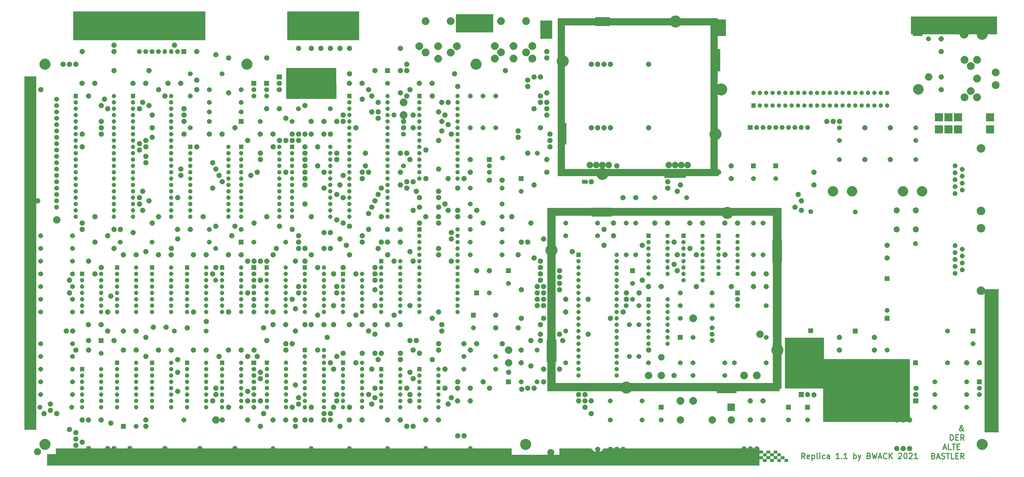
<source format=gbr>
G04 #@! TF.GenerationSoftware,KiCad,Pcbnew,5.1.5+dfsg1-2build2*
G04 #@! TF.CreationDate,2021-06-19T02:46:46+02:00*
G04 #@! TF.ProjectId,250407_,32353034-3037-45f2-9e6b-696361645f70,1.1*
G04 #@! TF.SameCoordinates,Original*
G04 #@! TF.FileFunction,Soldermask,Top*
G04 #@! TF.FilePolarity,Negative*
%FSLAX46Y46*%
G04 Gerber Fmt 4.6, Leading zero omitted, Abs format (unit mm)*
G04 Created by KiCad (PCBNEW 5.1.5+dfsg1-2build2) date 2021-06-19 02:46:46*
%MOMM*%
%LPD*%
G04 APERTURE LIST*
%ADD10C,0.100000*%
%ADD11C,0.400000*%
%ADD12C,4.200000*%
%ADD13C,0.300000*%
%ADD14C,2.100000*%
%ADD15C,3.000000*%
%ADD16C,3.100000*%
%ADD17C,1.900000*%
%ADD18C,2.000000*%
%ADD19C,4.800000*%
%ADD20C,2.600000*%
%ADD21C,0.450000*%
G04 APERTURE END LIST*
D10*
G36*
X319633600Y-229603300D02*
G01*
X318236600Y-229603300D01*
X318236600Y-228485700D01*
X319633600Y-228485700D01*
X319633600Y-229603300D01*
G37*
X319633600Y-229603300D02*
X318236600Y-229603300D01*
X318236600Y-228485700D01*
X319633600Y-228485700D01*
X319633600Y-229603300D01*
G36*
X316788800Y-227330000D02*
G01*
X315391800Y-227330000D01*
X315391800Y-226212400D01*
X316788800Y-226212400D01*
X316788800Y-227330000D01*
G37*
X316788800Y-227330000D02*
X315391800Y-227330000D01*
X315391800Y-226212400D01*
X316788800Y-226212400D01*
X316788800Y-227330000D01*
G36*
X318236600Y-228473000D02*
G01*
X316839600Y-228473000D01*
X316839600Y-227355400D01*
X318236600Y-227355400D01*
X318236600Y-228473000D01*
G37*
X318236600Y-228473000D02*
X316839600Y-228473000D01*
X316839600Y-227355400D01*
X318236600Y-227355400D01*
X318236600Y-228473000D01*
G36*
X321081400Y-230720900D02*
G01*
X319684400Y-230720900D01*
X319684400Y-229603300D01*
X321081400Y-229603300D01*
X321081400Y-230720900D01*
G37*
X321081400Y-230720900D02*
X319684400Y-230720900D01*
X319684400Y-229603300D01*
X321081400Y-229603300D01*
X321081400Y-230720900D01*
G36*
X316776100Y-229590600D02*
G01*
X315379100Y-229590600D01*
X315379100Y-228473000D01*
X316776100Y-228473000D01*
X316776100Y-229590600D01*
G37*
X316776100Y-229590600D02*
X315379100Y-229590600D01*
X315379100Y-228473000D01*
X316776100Y-228473000D01*
X316776100Y-229590600D01*
G36*
X313931300Y-227317300D02*
G01*
X312534300Y-227317300D01*
X312534300Y-226199700D01*
X313931300Y-226199700D01*
X313931300Y-227317300D01*
G37*
X313931300Y-227317300D02*
X312534300Y-227317300D01*
X312534300Y-226199700D01*
X313931300Y-226199700D01*
X313931300Y-227317300D01*
G36*
X315379100Y-228460300D02*
G01*
X313982100Y-228460300D01*
X313982100Y-227342700D01*
X315379100Y-227342700D01*
X315379100Y-228460300D01*
G37*
X315379100Y-228460300D02*
X313982100Y-228460300D01*
X313982100Y-227342700D01*
X315379100Y-227342700D01*
X315379100Y-228460300D01*
G36*
X318223900Y-230708200D02*
G01*
X316826900Y-230708200D01*
X316826900Y-229590600D01*
X318223900Y-229590600D01*
X318223900Y-230708200D01*
G37*
X318223900Y-230708200D02*
X316826900Y-230708200D01*
X316826900Y-229590600D01*
X318223900Y-229590600D01*
X318223900Y-230708200D01*
G36*
X315379100Y-230708200D02*
G01*
X313982100Y-230708200D01*
X313982100Y-229590600D01*
X315379100Y-229590600D01*
X315379100Y-230708200D01*
G37*
X315379100Y-230708200D02*
X313982100Y-230708200D01*
X313982100Y-229590600D01*
X315379100Y-229590600D01*
X315379100Y-230708200D01*
G36*
X313931300Y-229590600D02*
G01*
X312534300Y-229590600D01*
X312534300Y-228473000D01*
X313931300Y-228473000D01*
X313931300Y-229590600D01*
G37*
X313931300Y-229590600D02*
X312534300Y-229590600D01*
X312534300Y-228473000D01*
X313931300Y-228473000D01*
X313931300Y-229590600D01*
G36*
X312521600Y-230708200D02*
G01*
X311124600Y-230708200D01*
X311124600Y-229590600D01*
X312521600Y-229590600D01*
X312521600Y-230708200D01*
G37*
X312521600Y-230708200D02*
X311124600Y-230708200D01*
X311124600Y-229590600D01*
X312521600Y-229590600D01*
X312521600Y-230708200D01*
G36*
X311111900Y-229603300D02*
G01*
X309714900Y-229603300D01*
X309714900Y-228485700D01*
X311111900Y-228485700D01*
X311111900Y-229603300D01*
G37*
X311111900Y-229603300D02*
X309714900Y-229603300D01*
X309714900Y-228485700D01*
X311111900Y-228485700D01*
X311111900Y-229603300D01*
G36*
X312534300Y-228460300D02*
G01*
X311137300Y-228460300D01*
X311137300Y-227342700D01*
X312534300Y-227342700D01*
X312534300Y-228460300D01*
G37*
X312534300Y-228460300D02*
X311137300Y-228460300D01*
X311137300Y-227342700D01*
X312534300Y-227342700D01*
X312534300Y-228460300D01*
G36*
X311086500Y-227317300D02*
G01*
X309689500Y-227317300D01*
X309689500Y-226199700D01*
X311086500Y-226199700D01*
X311086500Y-227317300D01*
G37*
X311086500Y-227317300D02*
X309689500Y-227317300D01*
X309689500Y-226199700D01*
X311086500Y-226199700D01*
X311086500Y-227317300D01*
G36*
X228638100Y-190779400D02*
G01*
X224815400Y-190779400D01*
X224815400Y-181902100D01*
X228638100Y-181902100D01*
X228638100Y-190779400D01*
G37*
X228638100Y-190779400D02*
X224815400Y-190779400D01*
X224815400Y-181902100D01*
X228638100Y-181902100D01*
X228638100Y-190779400D01*
G36*
X318706500Y-151066500D02*
G01*
X314896500Y-151066500D01*
X314896500Y-142176500D01*
X318706500Y-142176500D01*
X318706500Y-151066500D01*
G37*
D11*
X391306452Y-218393738D02*
X391201690Y-218393738D01*
X390992166Y-218288976D01*
X390677880Y-217974690D01*
X390154071Y-217346119D01*
X389944547Y-217031833D01*
X389839785Y-216717547D01*
X389839785Y-216508023D01*
X389944547Y-216298500D01*
X390154071Y-216193738D01*
X390258833Y-216193738D01*
X390468357Y-216298500D01*
X390573119Y-216508023D01*
X390573119Y-216612785D01*
X390468357Y-216822309D01*
X390363595Y-216927071D01*
X389735023Y-217346119D01*
X389630261Y-217450880D01*
X389525500Y-217660404D01*
X389525500Y-217974690D01*
X389630261Y-218184214D01*
X389735023Y-218288976D01*
X389944547Y-218393738D01*
X390258833Y-218393738D01*
X390468357Y-218288976D01*
X390573119Y-218184214D01*
X390887404Y-217765166D01*
X390992166Y-217450880D01*
X390992166Y-217241357D01*
X385858833Y-222093738D02*
X385858833Y-219893738D01*
X386382642Y-219893738D01*
X386696928Y-219998500D01*
X386906452Y-220208023D01*
X387011214Y-220417547D01*
X387115976Y-220836595D01*
X387115976Y-221150880D01*
X387011214Y-221569928D01*
X386906452Y-221779452D01*
X386696928Y-221988976D01*
X386382642Y-222093738D01*
X385858833Y-222093738D01*
X388058833Y-220941357D02*
X388792166Y-220941357D01*
X389106452Y-222093738D02*
X388058833Y-222093738D01*
X388058833Y-219893738D01*
X389106452Y-219893738D01*
X391306452Y-222093738D02*
X390573119Y-221046119D01*
X390049309Y-222093738D02*
X390049309Y-219893738D01*
X390887404Y-219893738D01*
X391096928Y-219998500D01*
X391201690Y-220103261D01*
X391306452Y-220312785D01*
X391306452Y-220627071D01*
X391201690Y-220836595D01*
X391096928Y-220941357D01*
X390887404Y-221046119D01*
X390049309Y-221046119D01*
X383135023Y-225165166D02*
X384182642Y-225165166D01*
X382925500Y-225793738D02*
X383658833Y-223593738D01*
X384392166Y-225793738D01*
X386173119Y-225793738D02*
X385125500Y-225793738D01*
X385125500Y-223593738D01*
X386592166Y-223593738D02*
X387849309Y-223593738D01*
X387220738Y-225793738D02*
X387220738Y-223593738D01*
X388582642Y-224641357D02*
X389315976Y-224641357D01*
X389630261Y-225793738D02*
X388582642Y-225793738D01*
X388582642Y-223593738D01*
X389630261Y-223593738D01*
X379154071Y-228341357D02*
X379468357Y-228446119D01*
X379573119Y-228550880D01*
X379677880Y-228760404D01*
X379677880Y-229074690D01*
X379573119Y-229284214D01*
X379468357Y-229388976D01*
X379258833Y-229493738D01*
X378420738Y-229493738D01*
X378420738Y-227293738D01*
X379154071Y-227293738D01*
X379363595Y-227398500D01*
X379468357Y-227503261D01*
X379573119Y-227712785D01*
X379573119Y-227922309D01*
X379468357Y-228131833D01*
X379363595Y-228236595D01*
X379154071Y-228341357D01*
X378420738Y-228341357D01*
X380515976Y-228865166D02*
X381563595Y-228865166D01*
X380306452Y-229493738D02*
X381039785Y-227293738D01*
X381773119Y-229493738D01*
X382401690Y-229388976D02*
X382715976Y-229493738D01*
X383239785Y-229493738D01*
X383449309Y-229388976D01*
X383554071Y-229284214D01*
X383658833Y-229074690D01*
X383658833Y-228865166D01*
X383554071Y-228655642D01*
X383449309Y-228550880D01*
X383239785Y-228446119D01*
X382820738Y-228341357D01*
X382611214Y-228236595D01*
X382506452Y-228131833D01*
X382401690Y-227922309D01*
X382401690Y-227712785D01*
X382506452Y-227503261D01*
X382611214Y-227398500D01*
X382820738Y-227293738D01*
X383344547Y-227293738D01*
X383658833Y-227398500D01*
X384287404Y-227293738D02*
X385544547Y-227293738D01*
X384915976Y-229493738D02*
X384915976Y-227293738D01*
X387325500Y-229493738D02*
X386277880Y-229493738D01*
X386277880Y-227293738D01*
X388058833Y-228341357D02*
X388792166Y-228341357D01*
X389106452Y-229493738D02*
X388058833Y-229493738D01*
X388058833Y-227293738D01*
X389106452Y-227293738D01*
X391306452Y-229493738D02*
X390573119Y-228446119D01*
X390049309Y-229493738D02*
X390049309Y-227293738D01*
X390887404Y-227293738D01*
X391096928Y-227398500D01*
X391201690Y-227503261D01*
X391306452Y-227712785D01*
X391306452Y-228027071D01*
X391201690Y-228236595D01*
X391096928Y-228341357D01*
X390887404Y-228446119D01*
X390049309Y-228446119D01*
X327845603Y-229463158D02*
X327112270Y-228415539D01*
X326588460Y-229463158D02*
X326588460Y-227263158D01*
X327426556Y-227263158D01*
X327636080Y-227367920D01*
X327740841Y-227472681D01*
X327845603Y-227682205D01*
X327845603Y-227996491D01*
X327740841Y-228206015D01*
X327636080Y-228310777D01*
X327426556Y-228415539D01*
X326588460Y-228415539D01*
X329626556Y-229358396D02*
X329417032Y-229463158D01*
X328997984Y-229463158D01*
X328788460Y-229358396D01*
X328683699Y-229148872D01*
X328683699Y-228310777D01*
X328788460Y-228101253D01*
X328997984Y-227996491D01*
X329417032Y-227996491D01*
X329626556Y-228101253D01*
X329731318Y-228310777D01*
X329731318Y-228520300D01*
X328683699Y-228729824D01*
X330674175Y-227996491D02*
X330674175Y-230196491D01*
X330674175Y-228101253D02*
X330883699Y-227996491D01*
X331302746Y-227996491D01*
X331512270Y-228101253D01*
X331617032Y-228206015D01*
X331721794Y-228415539D01*
X331721794Y-229044110D01*
X331617032Y-229253634D01*
X331512270Y-229358396D01*
X331302746Y-229463158D01*
X330883699Y-229463158D01*
X330674175Y-229358396D01*
X332978937Y-229463158D02*
X332769413Y-229358396D01*
X332664651Y-229148872D01*
X332664651Y-227263158D01*
X333817032Y-229463158D02*
X333817032Y-227996491D01*
X333817032Y-227263158D02*
X333712270Y-227367920D01*
X333817032Y-227472681D01*
X333921794Y-227367920D01*
X333817032Y-227263158D01*
X333817032Y-227472681D01*
X335807508Y-229358396D02*
X335597984Y-229463158D01*
X335178937Y-229463158D01*
X334969413Y-229358396D01*
X334864651Y-229253634D01*
X334759889Y-229044110D01*
X334759889Y-228415539D01*
X334864651Y-228206015D01*
X334969413Y-228101253D01*
X335178937Y-227996491D01*
X335597984Y-227996491D01*
X335807508Y-228101253D01*
X337693222Y-229463158D02*
X337693222Y-228310777D01*
X337588460Y-228101253D01*
X337378937Y-227996491D01*
X336959889Y-227996491D01*
X336750365Y-228101253D01*
X337693222Y-229358396D02*
X337483699Y-229463158D01*
X336959889Y-229463158D01*
X336750365Y-229358396D01*
X336645603Y-229148872D01*
X336645603Y-228939348D01*
X336750365Y-228729824D01*
X336959889Y-228625062D01*
X337483699Y-228625062D01*
X337693222Y-228520300D01*
X341569413Y-229463158D02*
X340312270Y-229463158D01*
X340940841Y-229463158D02*
X340940841Y-227263158D01*
X340731318Y-227577443D01*
X340521794Y-227786967D01*
X340312270Y-227891729D01*
X342512270Y-229253634D02*
X342617032Y-229358396D01*
X342512270Y-229463158D01*
X342407508Y-229358396D01*
X342512270Y-229253634D01*
X342512270Y-229463158D01*
X344712270Y-229463158D02*
X343455127Y-229463158D01*
X344083699Y-229463158D02*
X344083699Y-227263158D01*
X343874175Y-227577443D01*
X343664651Y-227786967D01*
X343455127Y-227891729D01*
X347331318Y-229463158D02*
X347331318Y-227263158D01*
X347331318Y-228101253D02*
X347540841Y-227996491D01*
X347959889Y-227996491D01*
X348169413Y-228101253D01*
X348274175Y-228206015D01*
X348378937Y-228415539D01*
X348378937Y-229044110D01*
X348274175Y-229253634D01*
X348169413Y-229358396D01*
X347959889Y-229463158D01*
X347540841Y-229463158D01*
X347331318Y-229358396D01*
X349112270Y-227996491D02*
X349636080Y-229463158D01*
X350159889Y-227996491D02*
X349636080Y-229463158D01*
X349426556Y-229986967D01*
X349321794Y-230091729D01*
X349112270Y-230196491D01*
X353407508Y-228310777D02*
X353721794Y-228415539D01*
X353826556Y-228520300D01*
X353931318Y-228729824D01*
X353931318Y-229044110D01*
X353826556Y-229253634D01*
X353721794Y-229358396D01*
X353512270Y-229463158D01*
X352674175Y-229463158D01*
X352674175Y-227263158D01*
X353407508Y-227263158D01*
X353617032Y-227367920D01*
X353721794Y-227472681D01*
X353826556Y-227682205D01*
X353826556Y-227891729D01*
X353721794Y-228101253D01*
X353617032Y-228206015D01*
X353407508Y-228310777D01*
X352674175Y-228310777D01*
X354664651Y-227263158D02*
X355188460Y-229463158D01*
X355607508Y-227891729D01*
X356026556Y-229463158D01*
X356550365Y-227263158D01*
X357283699Y-228834586D02*
X358331318Y-228834586D01*
X357074175Y-229463158D02*
X357807508Y-227263158D01*
X358540841Y-229463158D01*
X360531318Y-229253634D02*
X360426556Y-229358396D01*
X360112270Y-229463158D01*
X359902746Y-229463158D01*
X359588460Y-229358396D01*
X359378937Y-229148872D01*
X359274175Y-228939348D01*
X359169413Y-228520300D01*
X359169413Y-228206015D01*
X359274175Y-227786967D01*
X359378937Y-227577443D01*
X359588460Y-227367920D01*
X359902746Y-227263158D01*
X360112270Y-227263158D01*
X360426556Y-227367920D01*
X360531318Y-227472681D01*
X361474175Y-229463158D02*
X361474175Y-227263158D01*
X362731318Y-229463158D02*
X361788460Y-228206015D01*
X362731318Y-227263158D02*
X361474175Y-228520300D01*
X365245603Y-227472681D02*
X365350365Y-227367920D01*
X365559889Y-227263158D01*
X366083699Y-227263158D01*
X366293222Y-227367920D01*
X366397984Y-227472681D01*
X366502746Y-227682205D01*
X366502746Y-227891729D01*
X366397984Y-228206015D01*
X365140841Y-229463158D01*
X366502746Y-229463158D01*
X367864651Y-227263158D02*
X368074175Y-227263158D01*
X368283699Y-227367920D01*
X368388460Y-227472681D01*
X368493222Y-227682205D01*
X368597984Y-228101253D01*
X368597984Y-228625062D01*
X368493222Y-229044110D01*
X368388460Y-229253634D01*
X368283699Y-229358396D01*
X368074175Y-229463158D01*
X367864651Y-229463158D01*
X367655127Y-229358396D01*
X367550365Y-229253634D01*
X367445603Y-229044110D01*
X367340841Y-228625062D01*
X367340841Y-228101253D01*
X367445603Y-227682205D01*
X367550365Y-227472681D01*
X367655127Y-227367920D01*
X367864651Y-227263158D01*
X369436080Y-227472681D02*
X369540841Y-227367920D01*
X369750365Y-227263158D01*
X370274175Y-227263158D01*
X370483699Y-227367920D01*
X370588460Y-227472681D01*
X370693222Y-227682205D01*
X370693222Y-227891729D01*
X370588460Y-228206015D01*
X369331318Y-229463158D01*
X370693222Y-229463158D01*
X372788460Y-229463158D02*
X371531318Y-229463158D01*
X372159889Y-229463158D02*
X372159889Y-227263158D01*
X371950365Y-227577443D01*
X371740841Y-227786967D01*
X371531318Y-227891729D01*
D10*
G36*
X300545500Y-203200000D02*
G01*
X292735000Y-203200000D01*
X292735000Y-199453500D01*
X300545500Y-199453500D01*
X300545500Y-203200000D01*
G37*
X300545500Y-203200000D02*
X292735000Y-203200000D01*
X292735000Y-199453500D01*
X300545500Y-199453500D01*
X300545500Y-203200000D01*
G36*
X250634500Y-132588000D02*
G01*
X242760500Y-132588000D01*
X242760500Y-129095500D01*
X250634500Y-129095500D01*
X250634500Y-132588000D01*
G37*
X250634500Y-132588000D02*
X242760500Y-132588000D01*
X242760500Y-129095500D01*
X250634500Y-129095500D01*
X250634500Y-132588000D01*
G36*
X294068500Y-74612500D02*
G01*
X290258500Y-74612500D01*
X290258500Y-65722500D01*
X294068500Y-65722500D01*
X294068500Y-74612500D01*
G37*
G36*
X249936000Y-56388000D02*
G01*
X244094000Y-56388000D01*
X244094000Y-52959000D01*
X249936000Y-52959000D01*
X249936000Y-56388000D01*
G37*
X249936000Y-56388000D02*
X244094000Y-56388000D01*
X244094000Y-52959000D01*
X249936000Y-52959000D01*
X249936000Y-56388000D01*
G36*
X280352500Y-117157500D02*
G01*
X271780000Y-117157500D01*
X271780000Y-113665000D01*
X280352500Y-113665000D01*
X280352500Y-117157500D01*
G37*
G36*
X296386200Y-60483800D02*
G01*
X292735000Y-60483800D01*
X292735000Y-53816200D01*
X296386200Y-53816200D01*
X296386200Y-60483800D01*
G37*
G36*
X293052500Y-116522500D02*
G01*
X290195000Y-116522500D01*
X290195000Y-53340000D01*
X293052500Y-53340000D01*
X293052500Y-116522500D01*
G37*
G36*
X404495000Y-59690000D02*
G01*
X370205000Y-59690000D01*
X370205000Y-52705000D01*
X404495000Y-52705000D01*
X404495000Y-59690000D01*
G37*
X404495000Y-59690000D02*
X370205000Y-59690000D01*
X370205000Y-52705000D01*
X404495000Y-52705000D01*
X404495000Y-59690000D01*
D12*
X373108100Y-81788000D02*
X373108200Y-81788000D01*
D13*
X374650000Y-60325000D02*
X371157500Y-60325000D01*
X374650000Y-59690000D02*
X374650000Y-60325000D01*
X374650000Y-60325000D02*
X374332500Y-60325000D01*
X374332500Y-60325000D02*
X374378500Y-54937600D01*
X374378500Y-54937600D02*
X372419000Y-54937600D01*
X372419000Y-54937600D02*
X372427500Y-60325000D01*
X372427500Y-60325000D02*
X371157500Y-60325000D01*
D10*
G36*
X374650000Y-60325000D02*
G01*
X371157500Y-60325000D01*
X371157500Y-59372500D01*
X374650000Y-59372500D01*
X374650000Y-60325000D01*
G37*
D13*
X371157500Y-59372500D02*
X374650000Y-59372500D01*
X374650000Y-59372500D02*
X374650000Y-60325000D01*
X371157500Y-60325000D02*
X371157500Y-59372500D01*
D14*
X83820000Y-170815000D02*
X83820000Y-170815000D01*
X46990000Y-153035000D02*
X46990000Y-153035000D01*
D10*
G36*
X232727500Y-103822500D02*
G01*
X229235000Y-103822500D01*
X229235000Y-95250000D01*
X232727500Y-95250000D01*
X232727500Y-103822500D01*
G37*
D15*
X29210000Y-133985000D02*
X29210000Y-133985000D01*
X92710000Y-213995000D02*
X92710000Y-213995000D01*
D10*
G36*
X299950000Y-210415000D02*
G01*
X296950000Y-210415000D01*
X296950000Y-207415000D01*
X299950000Y-207415000D01*
X299950000Y-210415000D01*
G37*
D15*
X298450000Y-213995000D02*
X298450000Y-213995000D01*
D16*
X303530000Y-196215000D02*
X303530000Y-196215000D01*
X308610000Y-196215000D02*
X308610000Y-196215000D01*
X283210000Y-173355000D02*
X283210000Y-173355000D01*
D14*
X22860000Y-81915000D02*
X22860000Y-81915000D01*
X31750000Y-71755000D02*
X31750000Y-71755000D01*
X34290000Y-71755000D02*
X34290000Y-71755000D01*
X36830000Y-71755000D02*
X36830000Y-71755000D01*
X39370000Y-66675000D02*
X39370000Y-66675000D01*
X21590000Y-126365000D02*
X21590000Y-126365000D01*
X39370000Y-137795000D02*
X39370000Y-137795000D01*
X39370000Y-135255000D02*
X39370000Y-135255000D01*
X44450000Y-132715000D02*
X44450000Y-132715000D01*
X44450000Y-142875000D02*
X44450000Y-142875000D01*
X49530000Y-140335000D02*
X49530000Y-140335000D01*
X52070000Y-137795000D02*
X52070000Y-137795000D01*
X54610000Y-137795000D02*
X54610000Y-137795000D01*
X41910000Y-150495000D02*
X41910000Y-150495000D01*
X44450000Y-155575000D02*
X44450000Y-155575000D01*
X34290000Y-158115000D02*
X34290000Y-158115000D01*
X34290000Y-163195000D02*
X34290000Y-163195000D01*
X33020000Y-178435000D02*
X33020000Y-178435000D01*
X35560000Y-178435000D02*
X35560000Y-178435000D01*
X36830000Y-186055000D02*
X36830000Y-186055000D01*
X41910000Y-186055000D02*
X41910000Y-186055000D01*
X41910000Y-182245000D02*
X41910000Y-182245000D01*
X24130000Y-211455000D02*
X24130000Y-211455000D01*
X26670000Y-207645000D02*
X26670000Y-207645000D01*
X26670000Y-210185000D02*
X26670000Y-210185000D01*
X29210000Y-211455000D02*
X29210000Y-211455000D01*
X34290000Y-217805000D02*
X34290000Y-217805000D01*
X39370000Y-213995000D02*
X39370000Y-213995000D01*
X36830000Y-219075000D02*
X36830000Y-219075000D01*
X36830000Y-221615000D02*
X36830000Y-221615000D01*
X36830000Y-224155000D02*
X36830000Y-224155000D01*
X39370000Y-222885000D02*
X39370000Y-222885000D01*
X41910000Y-225425000D02*
X41910000Y-225425000D01*
X49530000Y-225425000D02*
X49530000Y-225425000D01*
X52070000Y-225425000D02*
X52070000Y-225425000D01*
X58420000Y-225425000D02*
X58420000Y-225425000D01*
X72390000Y-225425000D02*
X72390000Y-225425000D01*
X52070000Y-182245000D02*
X52070000Y-182245000D01*
X49530000Y-178435000D02*
X49530000Y-178435000D01*
X64770000Y-180975000D02*
X64770000Y-180975000D01*
X64770000Y-188595000D02*
X64770000Y-188595000D01*
X64770000Y-213995000D02*
X64770000Y-213995000D01*
X64770000Y-216535000D02*
X64770000Y-216535000D01*
X50800000Y-215265000D02*
X50800000Y-215265000D01*
X77470000Y-202565000D02*
X77470000Y-202565000D01*
X77470000Y-194945000D02*
X77470000Y-194945000D01*
X77470000Y-189865000D02*
X77470000Y-189865000D01*
X49530000Y-170815000D02*
X49530000Y-170815000D01*
X50800000Y-164465000D02*
X50800000Y-164465000D01*
X52070000Y-145415000D02*
X52070000Y-145415000D01*
X59690000Y-139065000D02*
X59690000Y-139065000D01*
X64770000Y-146685000D02*
X64770000Y-146685000D01*
X74930000Y-145415000D02*
X74930000Y-145415000D01*
X77470000Y-141605000D02*
X77470000Y-141605000D01*
X63500000Y-130175000D02*
X63500000Y-130175000D01*
X69850000Y-132715000D02*
X69850000Y-132715000D01*
X67310000Y-135255000D02*
X67310000Y-135255000D01*
X66040000Y-126365000D02*
X66040000Y-126365000D01*
X62230000Y-127635000D02*
X62230000Y-127635000D01*
X62230000Y-125095000D02*
X62230000Y-125095000D01*
X63500000Y-122555000D02*
X63500000Y-122555000D01*
X77470000Y-125095000D02*
X77470000Y-125095000D01*
X78740000Y-116205000D02*
X78740000Y-116205000D01*
X78740000Y-113665000D02*
X78740000Y-113665000D01*
X39370000Y-104775000D02*
X39370000Y-104775000D01*
X39370000Y-99695000D02*
X39370000Y-99695000D01*
X46990000Y-99695000D02*
X46990000Y-99695000D01*
X46990000Y-97155000D02*
X46990000Y-97155000D01*
X46990000Y-94615000D02*
X46990000Y-94615000D01*
X46990000Y-88265000D02*
X46990000Y-88265000D01*
X49530000Y-89535000D02*
X49530000Y-89535000D01*
X48260000Y-85725000D02*
X48260000Y-85725000D01*
X41910000Y-84455000D02*
X41910000Y-84455000D01*
X52070000Y-74295000D02*
X52070000Y-74295000D01*
X52070000Y-66675000D02*
X52070000Y-66675000D01*
X52070000Y-64135000D02*
X52070000Y-64135000D01*
X76200000Y-64135000D02*
X76200000Y-64135000D01*
X85090000Y-66675000D02*
X85090000Y-66675000D01*
X92710000Y-67945000D02*
X92710000Y-67945000D01*
X85090000Y-78105000D02*
X85090000Y-78105000D01*
X69850000Y-81915000D02*
X69850000Y-81915000D01*
X63500000Y-86995000D02*
X63500000Y-86995000D01*
X72390000Y-84455000D02*
X72390000Y-84455000D01*
X66040000Y-88265000D02*
X66040000Y-88265000D01*
X62230000Y-89535000D02*
X62230000Y-89535000D01*
X67310000Y-92075000D02*
X67310000Y-92075000D01*
X67310000Y-97155000D02*
X67310000Y-97155000D01*
X67310000Y-100965000D02*
X67310000Y-100965000D01*
X64770000Y-102235000D02*
X64770000Y-102235000D01*
X62230000Y-103505000D02*
X62230000Y-103505000D01*
X62230000Y-106045000D02*
X62230000Y-106045000D01*
X64770000Y-104775000D02*
X64770000Y-104775000D01*
X64770000Y-108585000D02*
X64770000Y-108585000D01*
X64770000Y-111125000D02*
X64770000Y-111125000D01*
X80010000Y-99695000D02*
X80010000Y-99695000D01*
X80010000Y-94615000D02*
X80010000Y-94615000D01*
X80010000Y-92075000D02*
X80010000Y-92075000D01*
X80010000Y-89535000D02*
X80010000Y-89535000D01*
X66040000Y-74295000D02*
X66040000Y-74295000D01*
X97790000Y-69215000D02*
X97790000Y-69215000D01*
X85090000Y-81915000D02*
X85090000Y-81915000D01*
X85090000Y-104775000D02*
X85090000Y-104775000D01*
X91440000Y-111125000D02*
X91440000Y-111125000D01*
X92710000Y-113665000D02*
X92710000Y-113665000D01*
X93980000Y-116205000D02*
X93980000Y-116205000D01*
X95250000Y-118745000D02*
X95250000Y-118745000D01*
X91440000Y-121285000D02*
X91440000Y-121285000D01*
X106680000Y-116205000D02*
X106680000Y-116205000D01*
X109220000Y-114935000D02*
X109220000Y-114935000D01*
X110490000Y-109855000D02*
X110490000Y-109855000D01*
X110490000Y-107315000D02*
X110490000Y-107315000D01*
X115570000Y-104775000D02*
X115570000Y-104775000D01*
X105410000Y-102235000D02*
X105410000Y-102235000D01*
X113030000Y-69215000D02*
X113030000Y-69215000D01*
X81280000Y-177165000D02*
X81280000Y-177165000D01*
X88900000Y-174625000D02*
X88900000Y-174625000D01*
X97790000Y-170815000D02*
X97790000Y-170815000D01*
X91440000Y-155575000D02*
X91440000Y-155575000D01*
X92710000Y-153035000D02*
X92710000Y-153035000D01*
X105410000Y-163195000D02*
X105410000Y-163195000D01*
X115570000Y-170815000D02*
X115570000Y-170815000D01*
X105410000Y-150495000D02*
X105410000Y-150495000D01*
X107950000Y-150495000D02*
X107950000Y-150495000D01*
X110490000Y-150495000D02*
X110490000Y-150495000D01*
X113030000Y-150495000D02*
X113030000Y-150495000D01*
X115570000Y-147955000D02*
X115570000Y-147955000D01*
X116840000Y-145415000D02*
X116840000Y-145415000D01*
X92710000Y-136525000D02*
X92710000Y-136525000D01*
X100330000Y-136525000D02*
X100330000Y-136525000D01*
X107950000Y-135255000D02*
X107950000Y-135255000D01*
X118110000Y-136525000D02*
X118110000Y-136525000D01*
X113030000Y-132715000D02*
X113030000Y-132715000D01*
X87630000Y-132715000D02*
X87630000Y-132715000D01*
X99060000Y-140335000D02*
X99060000Y-140335000D01*
X123190000Y-137795000D02*
X123190000Y-137795000D01*
X97790000Y-83185000D02*
X97790000Y-83185000D01*
X100330000Y-97155000D02*
X100330000Y-97155000D01*
X125730000Y-65405000D02*
X125730000Y-65405000D01*
X120650000Y-93345000D02*
X120650000Y-93345000D01*
X118110000Y-102235000D02*
X118110000Y-102235000D01*
X120650000Y-102235000D02*
X120650000Y-102235000D01*
X123190000Y-102235000D02*
X123190000Y-102235000D01*
X123190000Y-99695000D02*
X123190000Y-99695000D01*
X125730000Y-99695000D02*
X125730000Y-99695000D01*
X125730000Y-102235000D02*
X125730000Y-102235000D01*
X125730000Y-140335000D02*
X125730000Y-140335000D01*
X125730000Y-142875000D02*
X125730000Y-142875000D01*
X125730000Y-145415000D02*
X125730000Y-145415000D01*
X125730000Y-205105000D02*
X125730000Y-205105000D01*
X124460000Y-200025000D02*
X124460000Y-200025000D01*
X125730000Y-207645000D02*
X125730000Y-207645000D01*
X123190000Y-208915000D02*
X123190000Y-208915000D01*
X110490000Y-206375000D02*
X110490000Y-206375000D01*
X105410000Y-206375000D02*
X105410000Y-206375000D01*
X93980000Y-188595000D02*
X93980000Y-188595000D01*
X92710000Y-201295000D02*
X92710000Y-201295000D01*
X92710000Y-203835000D02*
X92710000Y-203835000D01*
X91440000Y-206375000D02*
X91440000Y-206375000D01*
X95250000Y-213995000D02*
X95250000Y-213995000D01*
X97790000Y-208915000D02*
X97790000Y-208915000D01*
X105410000Y-202565000D02*
X105410000Y-202565000D01*
X105410000Y-213995000D02*
X105410000Y-213995000D01*
X111760000Y-211455000D02*
X111760000Y-211455000D01*
X110490000Y-216535000D02*
X110490000Y-216535000D01*
X86360000Y-225425000D02*
X86360000Y-225425000D01*
X100330000Y-225425000D02*
X100330000Y-225425000D01*
D17*
X115570000Y-225425000D02*
X115570000Y-225425000D01*
D14*
X124460000Y-216535000D02*
X124460000Y-216535000D01*
X124460000Y-213995000D02*
X124460000Y-213995000D01*
X110490000Y-197485000D02*
X110490000Y-197485000D01*
X110490000Y-194945000D02*
X110490000Y-194945000D01*
X105410000Y-188595000D02*
X105410000Y-188595000D01*
X109220000Y-188595000D02*
X109220000Y-188595000D01*
X107950000Y-186055000D02*
X107950000Y-186055000D01*
X113030000Y-182245000D02*
X113030000Y-182245000D01*
X111760000Y-177165000D02*
X111760000Y-177165000D01*
X120650000Y-186055000D02*
X120650000Y-186055000D01*
X120650000Y-183515000D02*
X120650000Y-183515000D01*
X123190000Y-183515000D02*
X123190000Y-183515000D01*
X124460000Y-178435000D02*
X124460000Y-178435000D01*
X124460000Y-169545000D02*
X124460000Y-169545000D01*
X123190000Y-165735000D02*
X123190000Y-165735000D01*
X125730000Y-163195000D02*
X125730000Y-163195000D01*
X125730000Y-160655000D02*
X125730000Y-160655000D01*
X124460000Y-150495000D02*
X124460000Y-150495000D01*
X110490000Y-158115000D02*
X110490000Y-158115000D01*
X128270000Y-175895000D02*
X128270000Y-175895000D01*
X139700000Y-175895000D02*
X139700000Y-175895000D01*
X137160000Y-180975000D02*
X137160000Y-180975000D01*
X133350000Y-186055000D02*
X133350000Y-186055000D01*
X133350000Y-172085000D02*
X133350000Y-172085000D01*
X139700000Y-168275000D02*
X139700000Y-168275000D01*
X140970000Y-163195000D02*
X140970000Y-163195000D01*
X140970000Y-160655000D02*
X140970000Y-160655000D01*
X139700000Y-155575000D02*
X139700000Y-155575000D01*
X143510000Y-153035000D02*
X143510000Y-153035000D01*
X148590000Y-155575000D02*
X148590000Y-155575000D01*
X133350000Y-153035000D02*
X133350000Y-153035000D01*
X128270000Y-150495000D02*
X128270000Y-150495000D01*
X130810000Y-147955000D02*
X130810000Y-147955000D01*
X128270000Y-145415000D02*
X128270000Y-145415000D01*
X135890000Y-145415000D02*
X135890000Y-145415000D01*
X135890000Y-139065000D02*
X135890000Y-139065000D01*
X138430000Y-139065000D02*
X138430000Y-139065000D01*
X138430000Y-145415000D02*
X138430000Y-145415000D01*
X142240000Y-141605000D02*
X142240000Y-141605000D01*
X144780000Y-144145000D02*
X144780000Y-144145000D01*
X146050000Y-147955000D02*
X146050000Y-147955000D01*
X151130000Y-142875000D02*
X151130000Y-142875000D01*
X151130000Y-140335000D02*
X151130000Y-140335000D01*
X146050000Y-136525000D02*
X146050000Y-136525000D01*
X143510000Y-135255000D02*
X143510000Y-135255000D01*
X140970000Y-133985000D02*
X140970000Y-133985000D01*
X130810000Y-132715000D02*
X130810000Y-132715000D01*
X128270000Y-127635000D02*
X128270000Y-127635000D01*
X128270000Y-120015000D02*
X128270000Y-120015000D01*
X128270000Y-117475000D02*
X128270000Y-117475000D01*
X128270000Y-114935000D02*
X128270000Y-114935000D01*
X128270000Y-112395000D02*
X128270000Y-112395000D01*
X128270000Y-109855000D02*
X128270000Y-109855000D01*
X128270000Y-107315000D02*
X128270000Y-107315000D01*
X128270000Y-104775000D02*
X128270000Y-104775000D01*
X120650000Y-114935000D02*
X120650000Y-114935000D01*
X135890000Y-121285000D02*
X135890000Y-121285000D01*
X135890000Y-114935000D02*
X135890000Y-114935000D01*
X133350000Y-112395000D02*
X133350000Y-112395000D01*
X133350000Y-104775000D02*
X133350000Y-104775000D01*
X128270000Y-99695000D02*
X128270000Y-99695000D01*
X138430000Y-99695000D02*
X138430000Y-99695000D01*
X140970000Y-94615000D02*
X140970000Y-94615000D01*
X143510000Y-94615000D02*
X143510000Y-94615000D01*
X143510000Y-92075000D02*
X143510000Y-92075000D01*
X128270000Y-88265000D02*
X128270000Y-88265000D01*
X151130000Y-85725000D02*
X151130000Y-85725000D01*
X148590000Y-97155000D02*
X148590000Y-97155000D01*
X154940000Y-84455000D02*
X154940000Y-84455000D01*
X153670000Y-81915000D02*
X153670000Y-81915000D01*
X156210000Y-74295000D02*
X156210000Y-74295000D01*
X146050000Y-75565000D02*
X146050000Y-75565000D01*
X166370000Y-74295000D02*
X166370000Y-74295000D01*
X168910000Y-74295000D02*
X168910000Y-74295000D01*
X168910000Y-71755000D02*
X168910000Y-71755000D01*
X166370000Y-65405000D02*
X166370000Y-65405000D01*
X146050000Y-65405000D02*
X146050000Y-65405000D01*
X142240000Y-65405000D02*
X142240000Y-65405000D01*
X138430000Y-65405000D02*
X138430000Y-65405000D01*
X134620000Y-65405000D02*
X134620000Y-65405000D01*
X130810000Y-65405000D02*
X130810000Y-65405000D01*
X154940000Y-90805000D02*
X154940000Y-90805000D01*
X157480000Y-90805000D02*
X157480000Y-90805000D01*
X157480000Y-86995000D02*
X157480000Y-86995000D01*
X157480000Y-93345000D02*
X157480000Y-93345000D01*
X152400000Y-107315000D02*
X152400000Y-107315000D01*
X140970000Y-107315000D02*
X140970000Y-107315000D01*
X140970000Y-109855000D02*
X140970000Y-109855000D01*
X143510000Y-116205000D02*
X143510000Y-116205000D01*
X151130000Y-114935000D02*
X151130000Y-114935000D01*
X152400000Y-112395000D02*
X152400000Y-112395000D01*
X153670000Y-114935000D02*
X153670000Y-114935000D01*
X151130000Y-117475000D02*
X151130000Y-117475000D01*
X142240000Y-120015000D02*
X142240000Y-120015000D01*
X158750000Y-121285000D02*
X158750000Y-121285000D01*
X166370000Y-120015000D02*
X166370000Y-120015000D01*
X166370000Y-114935000D02*
X166370000Y-114935000D01*
X166370000Y-107315000D02*
X166370000Y-107315000D01*
X168910000Y-107315000D02*
X168910000Y-107315000D01*
X170180000Y-109855000D02*
X170180000Y-109855000D01*
X171450000Y-97155000D02*
X171450000Y-97155000D01*
X167640000Y-97155000D02*
X167640000Y-97155000D01*
X167640000Y-94615000D02*
X167640000Y-94615000D01*
D18*
X163830000Y-92075000D02*
X163830000Y-92075000D01*
D14*
X166370000Y-83185000D02*
X166370000Y-83185000D01*
X170180000Y-81915000D02*
X170180000Y-81915000D01*
X168910000Y-84455000D02*
X168910000Y-84455000D01*
X171450000Y-92075000D02*
X171450000Y-92075000D01*
X179070000Y-84455000D02*
X179070000Y-84455000D01*
X182880000Y-86995000D02*
X182880000Y-86995000D01*
X185420000Y-86995000D02*
X185420000Y-86995000D01*
X184150000Y-92075000D02*
X184150000Y-92075000D01*
X181610000Y-90805000D02*
X181610000Y-90805000D01*
X182880000Y-94615000D02*
X182880000Y-94615000D01*
X185420000Y-95885000D02*
X185420000Y-95885000D01*
X182880000Y-98425000D02*
X182880000Y-98425000D01*
X186690000Y-99695000D02*
X186690000Y-99695000D01*
X181610000Y-102235000D02*
X181610000Y-102235000D01*
X176530000Y-106045000D02*
X176530000Y-106045000D01*
X181610000Y-113665000D02*
X181610000Y-113665000D01*
X185420000Y-117475000D02*
X185420000Y-117475000D01*
X176530000Y-117475000D02*
X176530000Y-117475000D01*
X171450000Y-118745000D02*
X171450000Y-118745000D01*
X168910000Y-118745000D02*
X168910000Y-118745000D01*
X187960000Y-75565000D02*
X187960000Y-75565000D01*
X189230000Y-80645000D02*
X189230000Y-80645000D01*
X140970000Y-123825000D02*
X140970000Y-123825000D01*
X143510000Y-125095000D02*
X143510000Y-125095000D01*
X157480000Y-123825000D02*
X157480000Y-123825000D01*
X156210000Y-126365000D02*
X156210000Y-126365000D01*
X154940000Y-128905000D02*
X154940000Y-128905000D01*
X153670000Y-131445000D02*
X153670000Y-131445000D01*
X158750000Y-132715000D02*
X158750000Y-132715000D01*
X153670000Y-137795000D02*
X153670000Y-137795000D01*
X157480000Y-145415000D02*
X157480000Y-145415000D01*
X158750000Y-142875000D02*
X158750000Y-142875000D01*
X161290000Y-147955000D02*
X161290000Y-147955000D01*
X163830000Y-150495000D02*
X163830000Y-150495000D01*
X148590000Y-172085000D02*
X148590000Y-172085000D01*
X156210000Y-168275000D02*
X156210000Y-168275000D01*
X156210000Y-161925000D02*
X156210000Y-161925000D01*
X156210000Y-153035000D02*
X156210000Y-153035000D01*
X156210000Y-155575000D02*
X156210000Y-155575000D01*
X156210000Y-158115000D02*
X156210000Y-158115000D01*
X170180000Y-146685000D02*
X170180000Y-146685000D01*
X171450000Y-150495000D02*
X171450000Y-150495000D01*
X170180000Y-168275000D02*
X170180000Y-168275000D01*
X163830000Y-172085000D02*
X163830000Y-172085000D01*
X156210000Y-179705000D02*
X156210000Y-179705000D01*
X156210000Y-175895000D02*
X156210000Y-175895000D01*
X153670000Y-178435000D02*
X153670000Y-178435000D01*
X138430000Y-191135000D02*
X138430000Y-191135000D01*
X140970000Y-188595000D02*
X140970000Y-188595000D01*
X143510000Y-187325000D02*
X143510000Y-187325000D01*
X151130000Y-187325000D02*
X151130000Y-187325000D01*
X139700000Y-193675000D02*
X139700000Y-193675000D01*
X140970000Y-203835000D02*
X140970000Y-203835000D01*
X140970000Y-206375000D02*
X140970000Y-206375000D01*
X139700000Y-208915000D02*
X139700000Y-208915000D01*
X130810000Y-208915000D02*
X130810000Y-208915000D01*
X128270000Y-213995000D02*
X128270000Y-213995000D01*
X135890000Y-211455000D02*
X135890000Y-211455000D01*
X138430000Y-211455000D02*
X138430000Y-211455000D01*
X138430000Y-213995000D02*
X138430000Y-213995000D01*
X142240000Y-216535000D02*
X142240000Y-216535000D01*
X146050000Y-208915000D02*
X146050000Y-208915000D01*
D17*
X130810000Y-225425000D02*
X130810000Y-225425000D01*
X146050000Y-225425000D02*
X146050000Y-225425000D01*
X161290000Y-225425000D02*
X161290000Y-225425000D01*
X176530000Y-225425000D02*
X176530000Y-225425000D01*
D14*
X171450000Y-216535000D02*
X171450000Y-216535000D01*
X168910000Y-216535000D02*
X168910000Y-216535000D01*
X170180000Y-206375000D02*
X170180000Y-206375000D01*
X170180000Y-203835000D02*
X170180000Y-203835000D01*
X168910000Y-201295000D02*
X168910000Y-201295000D01*
X156210000Y-201295000D02*
X156210000Y-201295000D01*
X153670000Y-203835000D02*
X153670000Y-203835000D01*
X156210000Y-205105000D02*
X156210000Y-205105000D01*
X154940000Y-207645000D02*
X154940000Y-207645000D01*
X154940000Y-193675000D02*
X154940000Y-193675000D01*
X148590000Y-191135000D02*
X148590000Y-191135000D01*
X157480000Y-189865000D02*
X157480000Y-189865000D01*
X156210000Y-187325000D02*
X156210000Y-187325000D01*
X158750000Y-187325000D02*
X158750000Y-187325000D01*
X166370000Y-187325000D02*
X166370000Y-187325000D01*
X166370000Y-189865000D02*
X166370000Y-189865000D01*
X173990000Y-187325000D02*
X173990000Y-187325000D01*
X171450000Y-186055000D02*
X171450000Y-186055000D01*
X172720000Y-182245000D02*
X172720000Y-182245000D01*
X170180000Y-182245000D02*
X170180000Y-182245000D01*
X170180000Y-194945000D02*
X170180000Y-194945000D01*
X171450000Y-197485000D02*
X171450000Y-197485000D01*
X179070000Y-189865000D02*
X179070000Y-189865000D01*
X184150000Y-193675000D02*
X184150000Y-193675000D01*
X189230000Y-198755000D02*
X189230000Y-198755000D01*
X184150000Y-201295000D02*
X184150000Y-201295000D01*
X186690000Y-205105000D02*
X186690000Y-205105000D01*
X185420000Y-207645000D02*
X185420000Y-207645000D01*
X181610000Y-186055000D02*
X181610000Y-186055000D01*
X181610000Y-183515000D02*
X181610000Y-183515000D01*
X182880000Y-178435000D02*
X182880000Y-178435000D01*
X182880000Y-175895000D02*
X182880000Y-175895000D01*
X179070000Y-173355000D02*
X179070000Y-173355000D01*
X181610000Y-170815000D02*
X181610000Y-170815000D01*
D17*
X194310000Y-225425000D02*
X194310000Y-225425000D01*
D14*
X191770000Y-220345000D02*
X191770000Y-220345000D01*
X189230000Y-220345000D02*
X189230000Y-220345000D01*
X201930000Y-201295000D02*
X201930000Y-201295000D01*
X199390000Y-198755000D02*
X199390000Y-198755000D01*
X209550000Y-194945000D02*
X209550000Y-194945000D01*
X214832500Y-201699900D02*
X214832500Y-201699900D01*
X217170000Y-201295000D02*
X217170000Y-201295000D01*
X219710000Y-201295000D02*
X219710000Y-201295000D01*
X223520000Y-198755000D02*
X223520000Y-198755000D01*
X223520000Y-193675000D02*
X223520000Y-193675000D01*
X229870000Y-193675000D02*
X229870000Y-193675000D01*
X218440000Y-192405000D02*
X218440000Y-192405000D01*
X207010000Y-183515000D02*
X207010000Y-183515000D01*
X194310000Y-186055000D02*
X194310000Y-186055000D01*
X213360000Y-177165000D02*
X213360000Y-177165000D01*
X214630000Y-173355000D02*
X214630000Y-173355000D01*
X223520000Y-173355000D02*
X223520000Y-173355000D01*
X222250000Y-175895000D02*
X222250000Y-175895000D01*
X222250000Y-179705000D02*
X222250000Y-179705000D01*
X222250000Y-182245000D02*
X222250000Y-182245000D01*
X218440000Y-182245000D02*
X218440000Y-182245000D01*
X223520000Y-168275000D02*
X223520000Y-168275000D01*
X220980000Y-168275000D02*
X220980000Y-168275000D01*
X220980000Y-165735000D02*
X220980000Y-165735000D01*
X223520000Y-165735000D02*
X223520000Y-165735000D01*
X223520000Y-163195000D02*
X223520000Y-163195000D01*
X220980000Y-163195000D02*
X220980000Y-163195000D01*
X220980000Y-160655000D02*
X220980000Y-160655000D01*
X223520000Y-160655000D02*
X223520000Y-160655000D01*
X214630000Y-161925000D02*
X214630000Y-161925000D01*
X222250000Y-158115000D02*
X222250000Y-158115000D01*
X222250000Y-155575000D02*
X222250000Y-155575000D01*
X222250000Y-153035000D02*
X222250000Y-153035000D01*
X222250000Y-150495000D02*
X222250000Y-150495000D01*
X219710000Y-149225000D02*
X219710000Y-149225000D01*
X213360000Y-147955000D02*
X213360000Y-147955000D01*
X214630000Y-142875000D02*
X214630000Y-142875000D01*
X217170000Y-142875000D02*
X217170000Y-142875000D01*
X223520000Y-141605000D02*
X223520000Y-141605000D01*
X186690000Y-150495000D02*
X186690000Y-150495000D01*
X181610000Y-147955000D02*
X181610000Y-147955000D01*
X181610000Y-145415000D02*
X181610000Y-145415000D01*
X186690000Y-141605000D02*
X186690000Y-141605000D01*
X186690000Y-139065000D02*
X186690000Y-139065000D01*
X189230000Y-132715000D02*
X189230000Y-132715000D01*
X181610000Y-135255000D02*
X181610000Y-135255000D01*
X173990000Y-135255000D02*
X173990000Y-135255000D01*
X171450000Y-130175000D02*
X171450000Y-130175000D01*
X173990000Y-128905000D02*
X173990000Y-128905000D01*
X181610000Y-128905000D02*
X181610000Y-128905000D01*
X184150000Y-127635000D02*
X184150000Y-127635000D01*
X185420000Y-130175000D02*
X185420000Y-130175000D01*
X189230000Y-130175000D02*
X189230000Y-130175000D01*
X196850000Y-130175000D02*
X196850000Y-130175000D01*
X181610000Y-125095000D02*
X181610000Y-125095000D01*
X173990000Y-125095000D02*
X173990000Y-125095000D01*
X210820000Y-132715000D02*
X210820000Y-132715000D01*
X218440000Y-135255000D02*
X218440000Y-135255000D01*
X199390000Y-135255000D02*
X199390000Y-135255000D01*
X168910000Y-121285000D02*
X168910000Y-121285000D01*
X172720000Y-122555000D02*
X172720000Y-122555000D01*
X181610000Y-122555000D02*
X181610000Y-122555000D01*
X189230000Y-121285000D02*
X189230000Y-121285000D01*
X191770000Y-117475000D02*
X191770000Y-117475000D01*
X219710000Y-120015000D02*
X219710000Y-120015000D01*
X224790000Y-114935000D02*
X224790000Y-114935000D01*
X224790000Y-109855000D02*
X224790000Y-109855000D01*
X217170000Y-107315000D02*
X217170000Y-107315000D01*
X226060000Y-104775000D02*
X226060000Y-104775000D01*
X226060000Y-102235000D02*
X226060000Y-102235000D01*
X226060000Y-99695000D02*
X226060000Y-99695000D01*
X222250000Y-97155000D02*
X222250000Y-97155000D01*
X213360000Y-98425000D02*
X213360000Y-98425000D01*
X213360000Y-100965000D02*
X213360000Y-100965000D01*
X224790000Y-92075000D02*
X224790000Y-92075000D01*
X224790000Y-89535000D02*
X224790000Y-89535000D01*
X224790000Y-86995000D02*
X224790000Y-86995000D01*
X224790000Y-83185000D02*
X224790000Y-83185000D01*
X222250000Y-84455000D02*
X222250000Y-84455000D01*
X222250000Y-86995000D02*
X222250000Y-86995000D01*
X219710000Y-89535000D02*
X219710000Y-89535000D01*
X217170000Y-80645000D02*
X217170000Y-80645000D01*
X217170000Y-78105000D02*
X217170000Y-78105000D01*
X219710000Y-76835000D02*
X219710000Y-76835000D01*
X222250000Y-76835000D02*
X222250000Y-76835000D01*
X224790000Y-69215000D02*
X224790000Y-69215000D01*
X224790000Y-66675000D02*
X224790000Y-66675000D01*
D16*
X167640000Y-86995000D02*
X167640000Y-86995000D01*
X167640000Y-92075000D02*
X167640000Y-92075000D01*
D14*
X242570000Y-71755000D02*
X242570000Y-71755000D01*
X245110000Y-71755000D02*
X245110000Y-71755000D01*
X247650000Y-71755000D02*
X247650000Y-71755000D01*
X250190000Y-71755000D02*
X250190000Y-71755000D01*
X250190000Y-97155000D02*
X250190000Y-97155000D01*
X247650000Y-97155000D02*
X247650000Y-97155000D01*
X245110000Y-97155000D02*
X245110000Y-97155000D01*
X242570000Y-97155000D02*
X242570000Y-97155000D01*
X265430000Y-71755000D02*
X265430000Y-71755000D01*
X265430000Y-97155000D02*
X265430000Y-97155000D01*
X273050000Y-118745000D02*
X273050000Y-118745000D01*
X273050000Y-121285000D02*
X273050000Y-121285000D01*
X278130000Y-120015000D02*
X278130000Y-120015000D01*
X276860000Y-122555000D02*
X276860000Y-122555000D01*
X336550000Y-94615000D02*
X336550000Y-94615000D01*
X339090000Y-94615000D02*
X339090000Y-94615000D01*
X341630000Y-94615000D02*
X341630000Y-94615000D01*
X325120000Y-123825000D02*
X325120000Y-123825000D01*
X326390000Y-126365000D02*
X326390000Y-126365000D01*
X323850000Y-128905000D02*
X323850000Y-128905000D01*
X326390000Y-130175000D02*
X326390000Y-130175000D01*
X229870000Y-154305000D02*
X229870000Y-154305000D01*
X229870000Y-156845000D02*
X229870000Y-156845000D01*
X229870000Y-159385000D02*
X229870000Y-159385000D01*
X229870000Y-161925000D02*
X229870000Y-161925000D01*
X229870000Y-179705000D02*
X229870000Y-179705000D01*
X231140000Y-182245000D02*
X231140000Y-182245000D01*
X241300000Y-179705000D02*
X241300000Y-179705000D01*
X241300000Y-165735000D02*
X241300000Y-165735000D01*
X250190000Y-173355000D02*
X250190000Y-173355000D01*
X256540000Y-163195000D02*
X256540000Y-163195000D01*
X256540000Y-165735000D02*
X256540000Y-165735000D01*
X255270000Y-170815000D02*
X255270000Y-170815000D01*
X261620000Y-163195000D02*
X261620000Y-163195000D01*
X262890000Y-158115000D02*
X262890000Y-158115000D01*
X265430000Y-186055000D02*
X265430000Y-186055000D01*
X237490000Y-203835000D02*
X237490000Y-203835000D01*
X237490000Y-206375000D02*
X237490000Y-206375000D01*
X240030000Y-206375000D02*
X240030000Y-206375000D01*
X240030000Y-208915000D02*
X240030000Y-208915000D01*
X240030000Y-203835000D02*
X240030000Y-203835000D01*
X262890000Y-144145000D02*
X262890000Y-144145000D01*
X247650000Y-144145000D02*
X247650000Y-144145000D01*
X247650000Y-137795000D02*
X247650000Y-137795000D01*
X234950000Y-146685000D02*
X234950000Y-146685000D01*
X275590000Y-151765000D02*
X275590000Y-151765000D01*
X276860000Y-147955000D02*
X276860000Y-147955000D01*
X275590000Y-142875000D02*
X275590000Y-142875000D01*
X284480000Y-147955000D02*
X284480000Y-147955000D01*
X281940000Y-145415000D02*
X281940000Y-145415000D01*
X276860000Y-154305000D02*
X276860000Y-154305000D01*
X295910000Y-147955000D02*
X295910000Y-147955000D01*
X298450000Y-160655000D02*
X298450000Y-160655000D01*
X284480000Y-160655000D02*
X284480000Y-160655000D01*
D16*
X278130000Y-206375000D02*
X278130000Y-206375000D01*
X283210000Y-206375000D02*
X283210000Y-206375000D01*
D15*
X278130000Y-213995000D02*
X278130000Y-213995000D01*
X290830000Y-213995000D02*
X290830000Y-213995000D01*
D14*
X208280000Y-74295000D02*
X208280000Y-74295000D01*
D15*
X377190000Y-76835000D02*
X377190000Y-76835000D01*
X209550000Y-186055000D02*
X209550000Y-186055000D01*
X209550000Y-191135000D02*
X209550000Y-191135000D01*
D14*
X275590000Y-196215000D02*
X275590000Y-196215000D01*
X245110000Y-225742500D02*
X245110000Y-225742500D01*
X250190000Y-225742500D02*
X250190000Y-225742500D01*
X252730000Y-225742500D02*
X252730000Y-225742500D01*
X255270000Y-225742500D02*
X255270000Y-225742500D01*
X303530000Y-225552000D02*
X303530000Y-225552000D01*
X306070000Y-225552000D02*
X306070000Y-225552000D01*
X308610000Y-225552000D02*
X308610000Y-225552000D01*
X364490000Y-225425000D02*
X364490000Y-225425000D01*
X367030000Y-225425000D02*
X367030000Y-225425000D01*
X369570000Y-225425000D02*
X369570000Y-225425000D01*
X367030000Y-213995000D02*
X367030000Y-213995000D01*
X369570000Y-213995000D02*
X369570000Y-213995000D01*
X364490000Y-213995000D02*
X364490000Y-213995000D01*
X285750000Y-130175000D02*
X285750000Y-130175000D01*
X290830000Y-130175000D02*
X290830000Y-130175000D01*
X293370000Y-130175000D02*
X293370000Y-130175000D01*
X256540000Y-130175000D02*
X256540000Y-130175000D01*
X259715000Y-130175000D02*
X259715000Y-130175000D01*
X262890000Y-130175000D02*
X262890000Y-130175000D01*
X260350000Y-114935000D02*
X260350000Y-114935000D01*
X262890000Y-114935000D02*
X262890000Y-114935000D01*
X265430000Y-114935000D02*
X265430000Y-114935000D01*
X285750000Y-114935000D02*
X285750000Y-114935000D01*
X288290000Y-114935000D02*
X288290000Y-114935000D01*
X290830000Y-114935000D02*
X290830000Y-114935000D01*
X293370000Y-114935000D02*
X293370000Y-114935000D01*
X288290000Y-130175000D02*
X288290000Y-130175000D01*
D19*
X294368100Y-81769700D02*
X294368100Y-81769700D01*
X276225000Y-54610000D02*
X276225000Y-54610000D01*
X231140000Y-70485000D02*
X231140000Y-70485000D01*
X247015000Y-115570000D02*
X247015000Y-115570000D01*
X292100000Y-99695000D02*
X292100000Y-99695000D01*
X256540000Y-200977500D02*
X256540000Y-200977500D01*
X226695000Y-146050000D02*
X226695000Y-146050000D01*
X296862500Y-131127500D02*
X296862500Y-131127500D01*
X316865000Y-186055000D02*
X316865000Y-186055000D01*
D20*
X270510000Y-188912500D02*
X270510000Y-188912500D01*
D14*
X252730000Y-112395000D02*
X252730000Y-112395000D01*
X242570000Y-118745000D02*
X242570000Y-118745000D01*
X283210000Y-201295000D02*
X283210000Y-201295000D01*
D15*
X265430000Y-196215000D02*
X265430000Y-196215000D01*
X270510000Y-196215000D02*
X270510000Y-196215000D01*
X309880000Y-179705000D02*
X309880000Y-179705000D01*
D21*
X244657800Y-53655000D02*
X249172200Y-53655000D01*
D10*
G36*
X335280000Y-189865000D02*
G01*
X369570000Y-189865000D01*
X369570000Y-214630000D01*
X335280000Y-214630000D01*
X335280000Y-201295000D01*
X320040000Y-201295000D01*
X320040000Y-181292500D01*
X335280000Y-181292500D01*
X335280000Y-189865000D01*
G37*
D13*
X320040000Y-181292500D02*
X335280000Y-181292500D01*
X335280000Y-181292500D02*
X335280000Y-189865000D01*
X335280000Y-189865000D02*
X369570000Y-189865000D01*
X369570000Y-189865000D02*
X369570000Y-214630000D01*
X369570000Y-214630000D02*
X335280000Y-214630000D01*
X335280000Y-214630000D02*
X335280000Y-201295000D01*
X335280000Y-201295000D02*
X320040000Y-201295000D01*
X320040000Y-201295000D02*
X320040000Y-181292500D01*
D10*
G36*
X405130000Y-218757500D02*
G01*
X399732500Y-218757500D01*
X399732500Y-161925000D01*
X405130000Y-161925000D01*
X405130000Y-218757500D01*
G37*
D13*
X399732500Y-218757500D02*
X399732500Y-161925000D01*
X399732500Y-161925000D02*
X405130000Y-161925000D01*
X405130000Y-218757500D02*
X399732500Y-218757500D01*
D10*
G36*
X20955000Y-217805000D02*
G01*
X16510000Y-217805000D01*
X16510000Y-76835000D01*
X20955000Y-76835000D01*
X20955000Y-217805000D01*
G37*
D13*
X20955000Y-217805000D02*
X16510000Y-217805000D01*
X16510000Y-217805000D02*
X16510000Y-76835000D01*
X16510000Y-76835000D02*
X20955000Y-76835000D01*
X20955000Y-76835000D02*
X20955000Y-217805000D01*
D20*
X273496900Y-111973600D02*
X273496900Y-111973600D01*
X275996900Y-111973600D02*
X275996900Y-111973600D01*
X278496900Y-111973600D02*
X278496900Y-111973600D01*
X280996900Y-111973600D02*
X280996900Y-111973600D01*
X242012600Y-112019200D02*
X242012600Y-112019200D01*
X244512600Y-112019200D02*
X244512600Y-112019200D01*
X247012600Y-112019200D02*
X247012600Y-112019200D01*
X249512600Y-112019200D02*
X249512600Y-112019200D01*
D10*
G36*
X318293800Y-201295000D02*
G01*
X317500000Y-201295000D01*
X317500000Y-202247500D01*
X225266200Y-202247500D01*
X225266200Y-132080000D01*
X228123800Y-132080000D01*
X228123800Y-199390000D01*
X315277500Y-199390000D01*
X315277500Y-132080000D01*
X228123800Y-132080000D01*
X225266200Y-132080000D01*
X225266200Y-129381200D01*
X318293800Y-129381200D01*
X318293800Y-201295000D01*
G37*
D21*
X225266200Y-129381200D02*
X225266200Y-202247500D01*
X225266200Y-202247500D02*
X317500000Y-202247500D01*
X317500000Y-202247500D02*
X317500000Y-201295000D01*
X317500000Y-201295000D02*
X318293800Y-201295000D01*
X318293800Y-201295000D02*
X318293800Y-129381200D01*
X318293800Y-129381200D02*
X227965000Y-129381200D01*
X227965000Y-129381200D02*
X227965000Y-132080000D01*
X227965000Y-132080000D02*
X315277500Y-132080000D01*
X315277500Y-132080000D02*
X315277500Y-199390000D01*
X315277500Y-199390000D02*
X228123800Y-199390000D01*
X228123800Y-199390000D02*
X228123800Y-129381200D01*
X228123800Y-129381200D02*
X225266200Y-129381200D01*
D10*
G36*
X203517500Y-59055000D02*
G01*
X188595000Y-59055000D01*
X188595000Y-51752500D01*
X203517500Y-51752500D01*
X203517500Y-59055000D01*
G37*
G36*
X227012500Y-61595000D02*
G01*
X222250000Y-61595000D01*
X222250000Y-54292500D01*
X227012500Y-54292500D01*
X227012500Y-61595000D01*
G37*
G36*
X210820000Y-227965000D02*
G01*
X229870000Y-227965000D01*
X229870000Y-225425000D01*
X242570000Y-225425000D01*
X243840000Y-226695000D01*
X246380000Y-226695000D01*
X247650000Y-225425000D01*
X309753000Y-225425000D01*
X309753000Y-232219500D01*
X25400000Y-232219500D01*
X25400000Y-227647500D01*
X28892500Y-227647500D01*
X28892500Y-225425000D01*
X210820000Y-225425000D01*
X210820000Y-227965000D01*
G37*
G36*
X232092500Y-116522500D02*
G01*
X229235000Y-116522500D01*
X229235000Y-53340000D01*
X232092500Y-53340000D01*
X232092500Y-116522500D01*
G37*
G36*
X293370000Y-116522500D02*
G01*
X229235000Y-116522500D01*
X229235000Y-113665000D01*
X293370000Y-113665000D01*
X293370000Y-116522500D01*
G37*
G36*
X293052500Y-56197500D02*
G01*
X229235000Y-56197500D01*
X229235000Y-53340000D01*
X293052500Y-53340000D01*
X293052500Y-56197500D01*
G37*
G36*
X334137000Y-200088500D02*
G01*
X323723000Y-200088500D01*
X323723000Y-184213500D01*
X334137000Y-184213500D01*
X334137000Y-200088500D01*
G37*
X334137000Y-200088500D02*
X323723000Y-200088500D01*
X323723000Y-184213500D01*
X334137000Y-184213500D01*
X334137000Y-200088500D01*
G36*
X368363500Y-198628000D02*
G01*
X368363500Y-209042000D01*
X352488500Y-209042000D01*
X352488500Y-198628000D01*
X368363500Y-198628000D01*
G37*
X368363500Y-198628000D02*
X368363500Y-209042000D01*
X352488500Y-209042000D01*
X352488500Y-198628000D01*
X368363500Y-198628000D01*
G36*
X140843000Y-85534500D02*
G01*
X120840500Y-85534500D01*
X120840500Y-73215500D01*
X140779500Y-73215500D01*
X140843000Y-85534500D01*
G37*
X140843000Y-85534500D02*
X120840500Y-85534500D01*
X120840500Y-73215500D01*
X140779500Y-73215500D01*
X140843000Y-85534500D01*
G36*
X121285000Y-50673000D02*
G01*
X149860000Y-50673000D01*
X149860000Y-62103000D01*
X121285000Y-62103000D01*
X121285000Y-50673000D01*
G37*
X121285000Y-50673000D02*
X149860000Y-50673000D01*
X149860000Y-62103000D01*
X121285000Y-62103000D01*
X121285000Y-50673000D01*
G36*
X35814000Y-50609500D02*
G01*
X88519000Y-50609500D01*
X88519000Y-62039500D01*
X35814000Y-62039500D01*
X35814000Y-50609500D01*
G37*
X35814000Y-50609500D02*
X88519000Y-50609500D01*
X88519000Y-62039500D01*
X35814000Y-62039500D01*
X35814000Y-50609500D01*
G36*
X226759433Y-225647393D02*
G01*
X226849657Y-225665339D01*
X226934545Y-225700501D01*
X227104621Y-225770949D01*
X227104622Y-225770950D01*
X227334086Y-225924272D01*
X227529228Y-226119414D01*
X227631675Y-226272737D01*
X227682551Y-226348879D01*
X227744415Y-226498233D01*
X227768764Y-226557014D01*
X227788161Y-226603844D01*
X227842000Y-226874512D01*
X227842000Y-227150488D01*
X227788161Y-227421156D01*
X227682551Y-227676121D01*
X227682550Y-227676122D01*
X227529228Y-227905586D01*
X227334086Y-228100728D01*
X227180763Y-228203175D01*
X227104621Y-228254051D01*
X226955267Y-228315915D01*
X226849657Y-228359661D01*
X226759433Y-228377607D01*
X226578988Y-228413500D01*
X226303012Y-228413500D01*
X226122567Y-228377607D01*
X226032343Y-228359661D01*
X225926733Y-228315915D01*
X225777379Y-228254051D01*
X225701237Y-228203175D01*
X225547914Y-228100728D01*
X225352772Y-227905586D01*
X225199450Y-227676122D01*
X225199449Y-227676121D01*
X225093839Y-227421156D01*
X225040000Y-227150488D01*
X225040000Y-226874512D01*
X225093839Y-226603844D01*
X225113237Y-226557014D01*
X225137585Y-226498233D01*
X225199449Y-226348879D01*
X225250325Y-226272737D01*
X225352772Y-226119414D01*
X225547914Y-225924272D01*
X225777378Y-225770950D01*
X225777379Y-225770949D01*
X225947455Y-225700501D01*
X226032343Y-225665339D01*
X226122567Y-225647393D01*
X226303012Y-225611500D01*
X226578988Y-225611500D01*
X226759433Y-225647393D01*
G37*
G36*
X21908433Y-225329893D02*
G01*
X21998657Y-225347839D01*
X22104267Y-225391585D01*
X22253621Y-225453449D01*
X22253622Y-225453450D01*
X22483086Y-225606772D01*
X22678228Y-225801914D01*
X22721327Y-225866417D01*
X22831551Y-226031379D01*
X22893415Y-226180733D01*
X22937161Y-226286343D01*
X22991000Y-226557014D01*
X22991000Y-226832986D01*
X22937161Y-227103657D01*
X22917763Y-227150488D01*
X22831551Y-227358621D01*
X22831550Y-227358622D01*
X22678228Y-227588086D01*
X22483086Y-227783228D01*
X22329763Y-227885675D01*
X22253621Y-227936551D01*
X22104267Y-227998415D01*
X21998657Y-228042161D01*
X21908433Y-228060107D01*
X21727988Y-228096000D01*
X21452012Y-228096000D01*
X21271567Y-228060107D01*
X21181343Y-228042161D01*
X21075733Y-227998415D01*
X20926379Y-227936551D01*
X20850237Y-227885675D01*
X20696914Y-227783228D01*
X20501772Y-227588086D01*
X20348450Y-227358622D01*
X20348449Y-227358621D01*
X20262237Y-227150488D01*
X20242839Y-227103657D01*
X20189000Y-226832986D01*
X20189000Y-226557014D01*
X20242839Y-226286343D01*
X20286585Y-226180733D01*
X20348449Y-226031379D01*
X20458673Y-225866417D01*
X20501772Y-225801914D01*
X20696914Y-225606772D01*
X20926378Y-225453450D01*
X20926379Y-225453449D01*
X21075733Y-225391585D01*
X21181343Y-225347839D01*
X21271567Y-225329893D01*
X21452012Y-225294000D01*
X21727988Y-225294000D01*
X21908433Y-225329893D01*
G37*
G36*
X399242007Y-221633582D02*
G01*
X399642563Y-221799498D01*
X399642565Y-221799499D01*
X400003056Y-222040371D01*
X400309629Y-222346944D01*
X400550501Y-222707435D01*
X400550502Y-222707437D01*
X400716418Y-223107993D01*
X400801000Y-223533219D01*
X400801000Y-223966781D01*
X400716418Y-224392007D01*
X400550502Y-224792563D01*
X400550501Y-224792565D01*
X400309629Y-225153056D01*
X400003056Y-225459629D01*
X399642565Y-225700501D01*
X399642564Y-225700502D01*
X399642563Y-225700502D01*
X399242007Y-225866418D01*
X398816781Y-225951000D01*
X398383219Y-225951000D01*
X397957993Y-225866418D01*
X397557437Y-225700502D01*
X397557436Y-225700502D01*
X397557435Y-225700501D01*
X397196944Y-225459629D01*
X396890371Y-225153056D01*
X396649499Y-224792565D01*
X396649498Y-224792563D01*
X396483582Y-224392007D01*
X396399000Y-223966781D01*
X396399000Y-223533219D01*
X396483582Y-223107993D01*
X396649498Y-222707437D01*
X396649499Y-222707435D01*
X396890371Y-222346944D01*
X397196944Y-222040371D01*
X397557435Y-221799499D01*
X397557437Y-221799498D01*
X397957993Y-221633582D01*
X398383219Y-221549000D01*
X398816781Y-221549000D01*
X399242007Y-221633582D01*
G37*
G36*
X25229207Y-221633582D02*
G01*
X25629763Y-221799498D01*
X25629765Y-221799499D01*
X25990256Y-222040371D01*
X26296829Y-222346944D01*
X26537701Y-222707435D01*
X26537702Y-222707437D01*
X26703618Y-223107993D01*
X26788200Y-223533219D01*
X26788200Y-223966781D01*
X26703618Y-224392007D01*
X26537702Y-224792563D01*
X26537701Y-224792565D01*
X26296829Y-225153056D01*
X25990256Y-225459629D01*
X25629765Y-225700501D01*
X25629764Y-225700502D01*
X25629763Y-225700502D01*
X25229207Y-225866418D01*
X24803981Y-225951000D01*
X24370419Y-225951000D01*
X23945193Y-225866418D01*
X23544637Y-225700502D01*
X23544636Y-225700502D01*
X23544635Y-225700501D01*
X23184144Y-225459629D01*
X22877571Y-225153056D01*
X22636699Y-224792565D01*
X22636698Y-224792563D01*
X22470782Y-224392007D01*
X22386200Y-223966781D01*
X22386200Y-223533219D01*
X22470782Y-223107993D01*
X22636698Y-222707437D01*
X22636699Y-222707435D01*
X22877571Y-222346944D01*
X23184144Y-222040371D01*
X23544635Y-221799499D01*
X23544637Y-221799498D01*
X23945193Y-221633582D01*
X24370419Y-221549000D01*
X24803981Y-221549000D01*
X25229207Y-221633582D01*
G37*
G36*
X217042007Y-221633582D02*
G01*
X217442563Y-221799498D01*
X217442565Y-221799499D01*
X217803056Y-222040371D01*
X218109629Y-222346944D01*
X218350501Y-222707435D01*
X218350502Y-222707437D01*
X218516418Y-223107993D01*
X218601000Y-223533219D01*
X218601000Y-223966781D01*
X218516418Y-224392007D01*
X218350502Y-224792563D01*
X218350501Y-224792565D01*
X218109629Y-225153056D01*
X217803056Y-225459629D01*
X217442565Y-225700501D01*
X217442564Y-225700502D01*
X217442563Y-225700502D01*
X217042007Y-225866418D01*
X216616781Y-225951000D01*
X216183219Y-225951000D01*
X215757993Y-225866418D01*
X215357437Y-225700502D01*
X215357436Y-225700502D01*
X215357435Y-225700501D01*
X214996944Y-225459629D01*
X214690371Y-225153056D01*
X214449499Y-224792565D01*
X214449498Y-224792563D01*
X214283582Y-224392007D01*
X214199000Y-223966781D01*
X214199000Y-223533219D01*
X214283582Y-223107993D01*
X214449498Y-222707437D01*
X214449499Y-222707435D01*
X214690371Y-222346944D01*
X214996944Y-222040371D01*
X215357435Y-221799499D01*
X215357437Y-221799498D01*
X215757993Y-221633582D01*
X216183219Y-221549000D01*
X216616781Y-221549000D01*
X217042007Y-221633582D01*
G37*
G36*
X61237395Y-215620546D02*
G01*
X61410466Y-215692234D01*
X61410467Y-215692235D01*
X61566227Y-215796310D01*
X61698690Y-215928773D01*
X61698691Y-215928775D01*
X61802766Y-216084534D01*
X61874454Y-216257605D01*
X61911000Y-216441333D01*
X61911000Y-216628667D01*
X61874454Y-216812395D01*
X61802766Y-216985466D01*
X61802765Y-216985467D01*
X61698690Y-217141227D01*
X61566227Y-217273690D01*
X61487818Y-217326081D01*
X61410466Y-217377766D01*
X61237395Y-217449454D01*
X61053667Y-217486000D01*
X60866333Y-217486000D01*
X60682605Y-217449454D01*
X60509534Y-217377766D01*
X60432182Y-217326081D01*
X60353773Y-217273690D01*
X60221310Y-217141227D01*
X60117235Y-216985467D01*
X60117234Y-216985466D01*
X60045546Y-216812395D01*
X60009000Y-216628667D01*
X60009000Y-216441333D01*
X60045546Y-216257605D01*
X60117234Y-216084534D01*
X60221309Y-215928775D01*
X60221310Y-215928773D01*
X60353773Y-215796310D01*
X60509533Y-215692235D01*
X60509534Y-215692234D01*
X60682605Y-215620546D01*
X60866333Y-215584000D01*
X61053667Y-215584000D01*
X61237395Y-215620546D01*
G37*
G36*
X56831000Y-217486000D02*
G01*
X54929000Y-217486000D01*
X54929000Y-215584000D01*
X56831000Y-215584000D01*
X56831000Y-217486000D01*
G37*
G36*
X120956564Y-212984389D02*
G01*
X121147833Y-213063615D01*
X121147835Y-213063616D01*
X121173174Y-213080547D01*
X121319973Y-213178635D01*
X121466365Y-213325027D01*
X121581385Y-213497167D01*
X121660611Y-213688436D01*
X121701000Y-213891484D01*
X121701000Y-214098516D01*
X121660611Y-214301564D01*
X121581385Y-214492833D01*
X121581384Y-214492835D01*
X121466365Y-214664973D01*
X121319973Y-214811365D01*
X121147835Y-214926384D01*
X121147834Y-214926385D01*
X121147833Y-214926385D01*
X120956564Y-215005611D01*
X120753516Y-215046000D01*
X120546484Y-215046000D01*
X120343436Y-215005611D01*
X120152167Y-214926385D01*
X120152166Y-214926385D01*
X120152165Y-214926384D01*
X119980027Y-214811365D01*
X119833635Y-214664973D01*
X119718616Y-214492835D01*
X119718615Y-214492833D01*
X119639389Y-214301564D01*
X119599000Y-214098516D01*
X119599000Y-213891484D01*
X119639389Y-213688436D01*
X119718615Y-213497167D01*
X119833635Y-213325027D01*
X119980027Y-213178635D01*
X120126826Y-213080547D01*
X120152165Y-213063616D01*
X120152167Y-213063615D01*
X120343436Y-212984389D01*
X120546484Y-212944000D01*
X120753516Y-212944000D01*
X120956564Y-212984389D01*
G37*
G36*
X311456564Y-212984389D02*
G01*
X311647833Y-213063615D01*
X311647835Y-213063616D01*
X311673174Y-213080547D01*
X311819973Y-213178635D01*
X311966365Y-213325027D01*
X312081385Y-213497167D01*
X312160611Y-213688436D01*
X312201000Y-213891484D01*
X312201000Y-214098516D01*
X312160611Y-214301564D01*
X312081385Y-214492833D01*
X312081384Y-214492835D01*
X311966365Y-214664973D01*
X311819973Y-214811365D01*
X311647835Y-214926384D01*
X311647834Y-214926385D01*
X311647833Y-214926385D01*
X311456564Y-215005611D01*
X311253516Y-215046000D01*
X311046484Y-215046000D01*
X310843436Y-215005611D01*
X310652167Y-214926385D01*
X310652166Y-214926385D01*
X310652165Y-214926384D01*
X310480027Y-214811365D01*
X310333635Y-214664973D01*
X310218616Y-214492835D01*
X310218615Y-214492833D01*
X310139389Y-214301564D01*
X310099000Y-214098516D01*
X310099000Y-213891484D01*
X310139389Y-213688436D01*
X310218615Y-213497167D01*
X310333635Y-213325027D01*
X310480027Y-213178635D01*
X310626826Y-213080547D01*
X310652165Y-213063616D01*
X310652167Y-213063615D01*
X310843436Y-212984389D01*
X311046484Y-212944000D01*
X311253516Y-212944000D01*
X311456564Y-212984389D01*
G37*
G36*
X306376564Y-212984389D02*
G01*
X306567833Y-213063615D01*
X306567835Y-213063616D01*
X306593174Y-213080547D01*
X306739973Y-213178635D01*
X306886365Y-213325027D01*
X307001385Y-213497167D01*
X307080611Y-213688436D01*
X307121000Y-213891484D01*
X307121000Y-214098516D01*
X307080611Y-214301564D01*
X307001385Y-214492833D01*
X307001384Y-214492835D01*
X306886365Y-214664973D01*
X306739973Y-214811365D01*
X306567835Y-214926384D01*
X306567834Y-214926385D01*
X306567833Y-214926385D01*
X306376564Y-215005611D01*
X306173516Y-215046000D01*
X305966484Y-215046000D01*
X305763436Y-215005611D01*
X305572167Y-214926385D01*
X305572166Y-214926385D01*
X305572165Y-214926384D01*
X305400027Y-214811365D01*
X305253635Y-214664973D01*
X305138616Y-214492835D01*
X305138615Y-214492833D01*
X305059389Y-214301564D01*
X305019000Y-214098516D01*
X305019000Y-213891484D01*
X305059389Y-213688436D01*
X305138615Y-213497167D01*
X305253635Y-213325027D01*
X305400027Y-213178635D01*
X305546826Y-213080547D01*
X305572165Y-213063616D01*
X305572167Y-213063615D01*
X305763436Y-212984389D01*
X305966484Y-212944000D01*
X306173516Y-212944000D01*
X306376564Y-212984389D01*
G37*
G36*
X176836564Y-212984389D02*
G01*
X177027833Y-213063615D01*
X177027835Y-213063616D01*
X177053174Y-213080547D01*
X177199973Y-213178635D01*
X177346365Y-213325027D01*
X177461385Y-213497167D01*
X177540611Y-213688436D01*
X177581000Y-213891484D01*
X177581000Y-214098516D01*
X177540611Y-214301564D01*
X177461385Y-214492833D01*
X177461384Y-214492835D01*
X177346365Y-214664973D01*
X177199973Y-214811365D01*
X177027835Y-214926384D01*
X177027834Y-214926385D01*
X177027833Y-214926385D01*
X176836564Y-215005611D01*
X176633516Y-215046000D01*
X176426484Y-215046000D01*
X176223436Y-215005611D01*
X176032167Y-214926385D01*
X176032166Y-214926385D01*
X176032165Y-214926384D01*
X175860027Y-214811365D01*
X175713635Y-214664973D01*
X175598616Y-214492835D01*
X175598615Y-214492833D01*
X175519389Y-214301564D01*
X175479000Y-214098516D01*
X175479000Y-213891484D01*
X175519389Y-213688436D01*
X175598615Y-213497167D01*
X175713635Y-213325027D01*
X175860027Y-213178635D01*
X176006826Y-213080547D01*
X176032165Y-213063616D01*
X176032167Y-213063615D01*
X176223436Y-212984389D01*
X176426484Y-212944000D01*
X176633516Y-212944000D01*
X176836564Y-212984389D01*
G37*
G36*
X181916564Y-212984389D02*
G01*
X182107833Y-213063615D01*
X182107835Y-213063616D01*
X182133174Y-213080547D01*
X182279973Y-213178635D01*
X182426365Y-213325027D01*
X182541385Y-213497167D01*
X182620611Y-213688436D01*
X182661000Y-213891484D01*
X182661000Y-214098516D01*
X182620611Y-214301564D01*
X182541385Y-214492833D01*
X182541384Y-214492835D01*
X182426365Y-214664973D01*
X182279973Y-214811365D01*
X182107835Y-214926384D01*
X182107834Y-214926385D01*
X182107833Y-214926385D01*
X181916564Y-215005611D01*
X181713516Y-215046000D01*
X181506484Y-215046000D01*
X181303436Y-215005611D01*
X181112167Y-214926385D01*
X181112166Y-214926385D01*
X181112165Y-214926384D01*
X180940027Y-214811365D01*
X180793635Y-214664973D01*
X180678616Y-214492835D01*
X180678615Y-214492833D01*
X180599389Y-214301564D01*
X180559000Y-214098516D01*
X180559000Y-213891484D01*
X180599389Y-213688436D01*
X180678615Y-213497167D01*
X180793635Y-213325027D01*
X180940027Y-213178635D01*
X181086826Y-213080547D01*
X181112165Y-213063616D01*
X181112167Y-213063615D01*
X181303436Y-212984389D01*
X181506484Y-212944000D01*
X181713516Y-212944000D01*
X181916564Y-212984389D01*
G37*
G36*
X131116564Y-212984389D02*
G01*
X131307833Y-213063615D01*
X131307835Y-213063616D01*
X131333174Y-213080547D01*
X131479973Y-213178635D01*
X131626365Y-213325027D01*
X131741385Y-213497167D01*
X131820611Y-213688436D01*
X131861000Y-213891484D01*
X131861000Y-214098516D01*
X131820611Y-214301564D01*
X131741385Y-214492833D01*
X131741384Y-214492835D01*
X131626365Y-214664973D01*
X131479973Y-214811365D01*
X131307835Y-214926384D01*
X131307834Y-214926385D01*
X131307833Y-214926385D01*
X131116564Y-215005611D01*
X130913516Y-215046000D01*
X130706484Y-215046000D01*
X130503436Y-215005611D01*
X130312167Y-214926385D01*
X130312166Y-214926385D01*
X130312165Y-214926384D01*
X130140027Y-214811365D01*
X129993635Y-214664973D01*
X129878616Y-214492835D01*
X129878615Y-214492833D01*
X129799389Y-214301564D01*
X129759000Y-214098516D01*
X129759000Y-213891484D01*
X129799389Y-213688436D01*
X129878615Y-213497167D01*
X129993635Y-213325027D01*
X130140027Y-213178635D01*
X130286826Y-213080547D01*
X130312165Y-213063616D01*
X130312167Y-213063615D01*
X130503436Y-212984389D01*
X130706484Y-212944000D01*
X130913516Y-212944000D01*
X131116564Y-212984389D01*
G37*
G36*
X136196564Y-212984389D02*
G01*
X136387833Y-213063615D01*
X136387835Y-213063616D01*
X136413174Y-213080547D01*
X136559973Y-213178635D01*
X136706365Y-213325027D01*
X136821385Y-213497167D01*
X136900611Y-213688436D01*
X136941000Y-213891484D01*
X136941000Y-214098516D01*
X136900611Y-214301564D01*
X136821385Y-214492833D01*
X136821384Y-214492835D01*
X136706365Y-214664973D01*
X136559973Y-214811365D01*
X136387835Y-214926384D01*
X136387834Y-214926385D01*
X136387833Y-214926385D01*
X136196564Y-215005611D01*
X135993516Y-215046000D01*
X135786484Y-215046000D01*
X135583436Y-215005611D01*
X135392167Y-214926385D01*
X135392166Y-214926385D01*
X135392165Y-214926384D01*
X135220027Y-214811365D01*
X135073635Y-214664973D01*
X134958616Y-214492835D01*
X134958615Y-214492833D01*
X134879389Y-214301564D01*
X134839000Y-214098516D01*
X134839000Y-213891484D01*
X134879389Y-213688436D01*
X134958615Y-213497167D01*
X135073635Y-213325027D01*
X135220027Y-213178635D01*
X135366826Y-213080547D01*
X135392165Y-213063616D01*
X135392167Y-213063615D01*
X135583436Y-212984389D01*
X135786484Y-212944000D01*
X135993516Y-212944000D01*
X136196564Y-212984389D01*
G37*
G36*
X115876564Y-212984389D02*
G01*
X116067833Y-213063615D01*
X116067835Y-213063616D01*
X116093174Y-213080547D01*
X116239973Y-213178635D01*
X116386365Y-213325027D01*
X116501385Y-213497167D01*
X116580611Y-213688436D01*
X116621000Y-213891484D01*
X116621000Y-214098516D01*
X116580611Y-214301564D01*
X116501385Y-214492833D01*
X116501384Y-214492835D01*
X116386365Y-214664973D01*
X116239973Y-214811365D01*
X116067835Y-214926384D01*
X116067834Y-214926385D01*
X116067833Y-214926385D01*
X115876564Y-215005611D01*
X115673516Y-215046000D01*
X115466484Y-215046000D01*
X115263436Y-215005611D01*
X115072167Y-214926385D01*
X115072166Y-214926385D01*
X115072165Y-214926384D01*
X114900027Y-214811365D01*
X114753635Y-214664973D01*
X114638616Y-214492835D01*
X114638615Y-214492833D01*
X114559389Y-214301564D01*
X114519000Y-214098516D01*
X114519000Y-213891484D01*
X114559389Y-213688436D01*
X114638615Y-213497167D01*
X114753635Y-213325027D01*
X114900027Y-213178635D01*
X115046826Y-213080547D01*
X115072165Y-213063616D01*
X115072167Y-213063615D01*
X115263436Y-212984389D01*
X115466484Y-212944000D01*
X115673516Y-212944000D01*
X115876564Y-212984389D01*
G37*
G36*
X47296564Y-212984389D02*
G01*
X47487833Y-213063615D01*
X47487835Y-213063616D01*
X47513174Y-213080547D01*
X47659973Y-213178635D01*
X47806365Y-213325027D01*
X47921385Y-213497167D01*
X48000611Y-213688436D01*
X48041000Y-213891484D01*
X48041000Y-214098516D01*
X48000611Y-214301564D01*
X47921385Y-214492833D01*
X47921384Y-214492835D01*
X47806365Y-214664973D01*
X47659973Y-214811365D01*
X47487835Y-214926384D01*
X47487834Y-214926385D01*
X47487833Y-214926385D01*
X47296564Y-215005611D01*
X47093516Y-215046000D01*
X46886484Y-215046000D01*
X46683436Y-215005611D01*
X46492167Y-214926385D01*
X46492166Y-214926385D01*
X46492165Y-214926384D01*
X46320027Y-214811365D01*
X46173635Y-214664973D01*
X46058616Y-214492835D01*
X46058615Y-214492833D01*
X45979389Y-214301564D01*
X45939000Y-214098516D01*
X45939000Y-213891484D01*
X45979389Y-213688436D01*
X46058615Y-213497167D01*
X46173635Y-213325027D01*
X46320027Y-213178635D01*
X46466826Y-213080547D01*
X46492165Y-213063616D01*
X46492167Y-213063615D01*
X46683436Y-212984389D01*
X46886484Y-212944000D01*
X47093516Y-212944000D01*
X47296564Y-212984389D01*
G37*
G36*
X42216564Y-212984389D02*
G01*
X42407833Y-213063615D01*
X42407835Y-213063616D01*
X42433174Y-213080547D01*
X42579973Y-213178635D01*
X42726365Y-213325027D01*
X42841385Y-213497167D01*
X42920611Y-213688436D01*
X42961000Y-213891484D01*
X42961000Y-214098516D01*
X42920611Y-214301564D01*
X42841385Y-214492833D01*
X42841384Y-214492835D01*
X42726365Y-214664973D01*
X42579973Y-214811365D01*
X42407835Y-214926384D01*
X42407834Y-214926385D01*
X42407833Y-214926385D01*
X42216564Y-215005611D01*
X42013516Y-215046000D01*
X41806484Y-215046000D01*
X41603436Y-215005611D01*
X41412167Y-214926385D01*
X41412166Y-214926385D01*
X41412165Y-214926384D01*
X41240027Y-214811365D01*
X41093635Y-214664973D01*
X40978616Y-214492835D01*
X40978615Y-214492833D01*
X40899389Y-214301564D01*
X40859000Y-214098516D01*
X40859000Y-213891484D01*
X40899389Y-213688436D01*
X40978615Y-213497167D01*
X41093635Y-213325027D01*
X41240027Y-213178635D01*
X41386826Y-213080547D01*
X41412165Y-213063616D01*
X41412167Y-213063615D01*
X41603436Y-212984389D01*
X41806484Y-212944000D01*
X42013516Y-212944000D01*
X42216564Y-212984389D01*
G37*
G36*
X151436564Y-212984389D02*
G01*
X151627833Y-213063615D01*
X151627835Y-213063616D01*
X151653174Y-213080547D01*
X151799973Y-213178635D01*
X151946365Y-213325027D01*
X152061385Y-213497167D01*
X152140611Y-213688436D01*
X152181000Y-213891484D01*
X152181000Y-214098516D01*
X152140611Y-214301564D01*
X152061385Y-214492833D01*
X152061384Y-214492835D01*
X151946365Y-214664973D01*
X151799973Y-214811365D01*
X151627835Y-214926384D01*
X151627834Y-214926385D01*
X151627833Y-214926385D01*
X151436564Y-215005611D01*
X151233516Y-215046000D01*
X151026484Y-215046000D01*
X150823436Y-215005611D01*
X150632167Y-214926385D01*
X150632166Y-214926385D01*
X150632165Y-214926384D01*
X150460027Y-214811365D01*
X150313635Y-214664973D01*
X150198616Y-214492835D01*
X150198615Y-214492833D01*
X150119389Y-214301564D01*
X150079000Y-214098516D01*
X150079000Y-213891484D01*
X150119389Y-213688436D01*
X150198615Y-213497167D01*
X150313635Y-213325027D01*
X150460027Y-213178635D01*
X150606826Y-213080547D01*
X150632165Y-213063616D01*
X150632167Y-213063615D01*
X150823436Y-212984389D01*
X151026484Y-212944000D01*
X151233516Y-212944000D01*
X151436564Y-212984389D01*
G37*
G36*
X161596564Y-212984389D02*
G01*
X161787833Y-213063615D01*
X161787835Y-213063616D01*
X161813174Y-213080547D01*
X161959973Y-213178635D01*
X162106365Y-213325027D01*
X162221385Y-213497167D01*
X162300611Y-213688436D01*
X162341000Y-213891484D01*
X162341000Y-214098516D01*
X162300611Y-214301564D01*
X162221385Y-214492833D01*
X162221384Y-214492835D01*
X162106365Y-214664973D01*
X161959973Y-214811365D01*
X161787835Y-214926384D01*
X161787834Y-214926385D01*
X161787833Y-214926385D01*
X161596564Y-215005611D01*
X161393516Y-215046000D01*
X161186484Y-215046000D01*
X160983436Y-215005611D01*
X160792167Y-214926385D01*
X160792166Y-214926385D01*
X160792165Y-214926384D01*
X160620027Y-214811365D01*
X160473635Y-214664973D01*
X160358616Y-214492835D01*
X160358615Y-214492833D01*
X160279389Y-214301564D01*
X160239000Y-214098516D01*
X160239000Y-213891484D01*
X160279389Y-213688436D01*
X160358615Y-213497167D01*
X160473635Y-213325027D01*
X160620027Y-213178635D01*
X160766826Y-213080547D01*
X160792165Y-213063616D01*
X160792167Y-213063615D01*
X160983436Y-212984389D01*
X161186484Y-212944000D01*
X161393516Y-212944000D01*
X161596564Y-212984389D01*
G37*
G36*
X146356564Y-212984389D02*
G01*
X146547833Y-213063615D01*
X146547835Y-213063616D01*
X146573174Y-213080547D01*
X146719973Y-213178635D01*
X146866365Y-213325027D01*
X146981385Y-213497167D01*
X147060611Y-213688436D01*
X147101000Y-213891484D01*
X147101000Y-214098516D01*
X147060611Y-214301564D01*
X146981385Y-214492833D01*
X146981384Y-214492835D01*
X146866365Y-214664973D01*
X146719973Y-214811365D01*
X146547835Y-214926384D01*
X146547834Y-214926385D01*
X146547833Y-214926385D01*
X146356564Y-215005611D01*
X146153516Y-215046000D01*
X145946484Y-215046000D01*
X145743436Y-215005611D01*
X145552167Y-214926385D01*
X145552166Y-214926385D01*
X145552165Y-214926384D01*
X145380027Y-214811365D01*
X145233635Y-214664973D01*
X145118616Y-214492835D01*
X145118615Y-214492833D01*
X145039389Y-214301564D01*
X144999000Y-214098516D01*
X144999000Y-213891484D01*
X145039389Y-213688436D01*
X145118615Y-213497167D01*
X145233635Y-213325027D01*
X145380027Y-213178635D01*
X145526826Y-213080547D01*
X145552165Y-213063616D01*
X145552167Y-213063615D01*
X145743436Y-212984389D01*
X145946484Y-212944000D01*
X146153516Y-212944000D01*
X146356564Y-212984389D01*
G37*
G36*
X166676564Y-212984389D02*
G01*
X166867833Y-213063615D01*
X166867835Y-213063616D01*
X166893174Y-213080547D01*
X167039973Y-213178635D01*
X167186365Y-213325027D01*
X167301385Y-213497167D01*
X167380611Y-213688436D01*
X167421000Y-213891484D01*
X167421000Y-214098516D01*
X167380611Y-214301564D01*
X167301385Y-214492833D01*
X167301384Y-214492835D01*
X167186365Y-214664973D01*
X167039973Y-214811365D01*
X166867835Y-214926384D01*
X166867834Y-214926385D01*
X166867833Y-214926385D01*
X166676564Y-215005611D01*
X166473516Y-215046000D01*
X166266484Y-215046000D01*
X166063436Y-215005611D01*
X165872167Y-214926385D01*
X165872166Y-214926385D01*
X165872165Y-214926384D01*
X165700027Y-214811365D01*
X165553635Y-214664973D01*
X165438616Y-214492835D01*
X165438615Y-214492833D01*
X165359389Y-214301564D01*
X165319000Y-214098516D01*
X165319000Y-213891484D01*
X165359389Y-213688436D01*
X165438615Y-213497167D01*
X165553635Y-213325027D01*
X165700027Y-213178635D01*
X165846826Y-213080547D01*
X165872165Y-213063616D01*
X165872167Y-213063615D01*
X166063436Y-212984389D01*
X166266484Y-212944000D01*
X166473516Y-212944000D01*
X166676564Y-212984389D01*
G37*
G36*
X92987395Y-213080546D02*
G01*
X93160466Y-213152234D01*
X93160467Y-213152235D01*
X93316227Y-213256310D01*
X93448690Y-213388773D01*
X93448691Y-213388775D01*
X93552766Y-213544534D01*
X93624454Y-213717605D01*
X93661000Y-213901333D01*
X93661000Y-214088667D01*
X93624454Y-214272395D01*
X93552766Y-214445466D01*
X93552765Y-214445467D01*
X93448690Y-214601227D01*
X93316227Y-214733690D01*
X93237818Y-214786081D01*
X93160466Y-214837766D01*
X92987395Y-214909454D01*
X92803667Y-214946000D01*
X92616333Y-214946000D01*
X92432605Y-214909454D01*
X92259534Y-214837766D01*
X92182182Y-214786081D01*
X92103773Y-214733690D01*
X91971310Y-214601227D01*
X91867235Y-214445467D01*
X91867234Y-214445466D01*
X91795546Y-214272395D01*
X91759000Y-214088667D01*
X91759000Y-213901333D01*
X91795546Y-213717605D01*
X91867234Y-213544534D01*
X91971309Y-213388775D01*
X91971310Y-213388773D01*
X92103773Y-213256310D01*
X92259533Y-213152235D01*
X92259534Y-213152234D01*
X92432605Y-213080546D01*
X92616333Y-213044000D01*
X92803667Y-213044000D01*
X92987395Y-213080546D01*
G37*
G36*
X270787395Y-213080546D02*
G01*
X270960466Y-213152234D01*
X270960467Y-213152235D01*
X271116227Y-213256310D01*
X271248690Y-213388773D01*
X271248691Y-213388775D01*
X271352766Y-213544534D01*
X271424454Y-213717605D01*
X271461000Y-213901333D01*
X271461000Y-214088667D01*
X271424454Y-214272395D01*
X271352766Y-214445466D01*
X271352765Y-214445467D01*
X271248690Y-214601227D01*
X271116227Y-214733690D01*
X271037818Y-214786081D01*
X270960466Y-214837766D01*
X270787395Y-214909454D01*
X270603667Y-214946000D01*
X270416333Y-214946000D01*
X270232605Y-214909454D01*
X270059534Y-214837766D01*
X269982182Y-214786081D01*
X269903773Y-214733690D01*
X269771310Y-214601227D01*
X269667235Y-214445467D01*
X269667234Y-214445466D01*
X269595546Y-214272395D01*
X269559000Y-214088667D01*
X269559000Y-213901333D01*
X269595546Y-213717605D01*
X269667234Y-213544534D01*
X269771309Y-213388775D01*
X269771310Y-213388773D01*
X269903773Y-213256310D01*
X270059533Y-213152235D01*
X270059534Y-213152234D01*
X270232605Y-213080546D01*
X270416333Y-213044000D01*
X270603667Y-213044000D01*
X270787395Y-213080546D01*
G37*
G36*
X321587395Y-213080546D02*
G01*
X321760466Y-213152234D01*
X321760467Y-213152235D01*
X321916227Y-213256310D01*
X322048690Y-213388773D01*
X322048691Y-213388775D01*
X322152766Y-213544534D01*
X322224454Y-213717605D01*
X322261000Y-213901333D01*
X322261000Y-214088667D01*
X322224454Y-214272395D01*
X322152766Y-214445466D01*
X322152765Y-214445467D01*
X322048690Y-214601227D01*
X321916227Y-214733690D01*
X321837818Y-214786081D01*
X321760466Y-214837766D01*
X321587395Y-214909454D01*
X321403667Y-214946000D01*
X321216333Y-214946000D01*
X321032605Y-214909454D01*
X320859534Y-214837766D01*
X320782182Y-214786081D01*
X320703773Y-214733690D01*
X320571310Y-214601227D01*
X320467235Y-214445467D01*
X320467234Y-214445466D01*
X320395546Y-214272395D01*
X320359000Y-214088667D01*
X320359000Y-213901333D01*
X320395546Y-213717605D01*
X320467234Y-213544534D01*
X320571309Y-213388775D01*
X320571310Y-213388773D01*
X320703773Y-213256310D01*
X320859533Y-213152235D01*
X320859534Y-213152234D01*
X321032605Y-213080546D01*
X321216333Y-213044000D01*
X321403667Y-213044000D01*
X321587395Y-213080546D01*
G37*
G36*
X80287395Y-213080546D02*
G01*
X80460466Y-213152234D01*
X80460467Y-213152235D01*
X80616227Y-213256310D01*
X80748690Y-213388773D01*
X80748691Y-213388775D01*
X80852766Y-213544534D01*
X80924454Y-213717605D01*
X80961000Y-213901333D01*
X80961000Y-214088667D01*
X80924454Y-214272395D01*
X80852766Y-214445466D01*
X80852765Y-214445467D01*
X80748690Y-214601227D01*
X80616227Y-214733690D01*
X80537818Y-214786081D01*
X80460466Y-214837766D01*
X80287395Y-214909454D01*
X80103667Y-214946000D01*
X79916333Y-214946000D01*
X79732605Y-214909454D01*
X79559534Y-214837766D01*
X79482182Y-214786081D01*
X79403773Y-214733690D01*
X79271310Y-214601227D01*
X79167235Y-214445467D01*
X79167234Y-214445466D01*
X79095546Y-214272395D01*
X79059000Y-214088667D01*
X79059000Y-213901333D01*
X79095546Y-213717605D01*
X79167234Y-213544534D01*
X79271309Y-213388775D01*
X79271310Y-213388773D01*
X79403773Y-213256310D01*
X79559533Y-213152235D01*
X79559534Y-213152234D01*
X79732605Y-213080546D01*
X79916333Y-213044000D01*
X80103667Y-213044000D01*
X80287395Y-213080546D01*
G37*
G36*
X250467395Y-213080546D02*
G01*
X250640466Y-213152234D01*
X250640467Y-213152235D01*
X250796227Y-213256310D01*
X250928690Y-213388773D01*
X250928691Y-213388775D01*
X251032766Y-213544534D01*
X251104454Y-213717605D01*
X251141000Y-213901333D01*
X251141000Y-214088667D01*
X251104454Y-214272395D01*
X251032766Y-214445466D01*
X251032765Y-214445467D01*
X250928690Y-214601227D01*
X250796227Y-214733690D01*
X250717818Y-214786081D01*
X250640466Y-214837766D01*
X250467395Y-214909454D01*
X250283667Y-214946000D01*
X250096333Y-214946000D01*
X249912605Y-214909454D01*
X249739534Y-214837766D01*
X249662182Y-214786081D01*
X249583773Y-214733690D01*
X249451310Y-214601227D01*
X249347235Y-214445467D01*
X249347234Y-214445466D01*
X249275546Y-214272395D01*
X249239000Y-214088667D01*
X249239000Y-213901333D01*
X249275546Y-213717605D01*
X249347234Y-213544534D01*
X249451309Y-213388775D01*
X249451310Y-213388773D01*
X249583773Y-213256310D01*
X249739533Y-213152235D01*
X249739534Y-213152234D01*
X249912605Y-213080546D01*
X250096333Y-213044000D01*
X250283667Y-213044000D01*
X250467395Y-213080546D01*
G37*
G36*
X263167395Y-213080546D02*
G01*
X263340466Y-213152234D01*
X263340467Y-213152235D01*
X263496227Y-213256310D01*
X263628690Y-213388773D01*
X263628691Y-213388775D01*
X263732766Y-213544534D01*
X263804454Y-213717605D01*
X263841000Y-213901333D01*
X263841000Y-214088667D01*
X263804454Y-214272395D01*
X263732766Y-214445466D01*
X263732765Y-214445467D01*
X263628690Y-214601227D01*
X263496227Y-214733690D01*
X263417818Y-214786081D01*
X263340466Y-214837766D01*
X263167395Y-214909454D01*
X262983667Y-214946000D01*
X262796333Y-214946000D01*
X262612605Y-214909454D01*
X262439534Y-214837766D01*
X262362182Y-214786081D01*
X262283773Y-214733690D01*
X262151310Y-214601227D01*
X262047235Y-214445467D01*
X262047234Y-214445466D01*
X261975546Y-214272395D01*
X261939000Y-214088667D01*
X261939000Y-213901333D01*
X261975546Y-213717605D01*
X262047234Y-213544534D01*
X262151309Y-213388775D01*
X262151310Y-213388773D01*
X262283773Y-213256310D01*
X262439533Y-213152235D01*
X262439534Y-213152234D01*
X262612605Y-213080546D01*
X262796333Y-213044000D01*
X262983667Y-213044000D01*
X263167395Y-213080546D01*
G37*
G36*
X329207395Y-213080546D02*
G01*
X329380466Y-213152234D01*
X329380467Y-213152235D01*
X329536227Y-213256310D01*
X329668690Y-213388773D01*
X329668691Y-213388775D01*
X329772766Y-213544534D01*
X329844454Y-213717605D01*
X329881000Y-213901333D01*
X329881000Y-214088667D01*
X329844454Y-214272395D01*
X329772766Y-214445466D01*
X329772765Y-214445467D01*
X329668690Y-214601227D01*
X329536227Y-214733690D01*
X329457818Y-214786081D01*
X329380466Y-214837766D01*
X329207395Y-214909454D01*
X329023667Y-214946000D01*
X328836333Y-214946000D01*
X328652605Y-214909454D01*
X328479534Y-214837766D01*
X328402182Y-214786081D01*
X328323773Y-214733690D01*
X328191310Y-214601227D01*
X328087235Y-214445467D01*
X328087234Y-214445466D01*
X328015546Y-214272395D01*
X327979000Y-214088667D01*
X327979000Y-213901333D01*
X328015546Y-213717605D01*
X328087234Y-213544534D01*
X328191309Y-213388775D01*
X328191310Y-213388773D01*
X328323773Y-213256310D01*
X328479533Y-213152235D01*
X328479534Y-213152234D01*
X328652605Y-213080546D01*
X328836333Y-213044000D01*
X329023667Y-213044000D01*
X329207395Y-213080546D01*
G37*
G36*
X242876564Y-210444389D02*
G01*
X243067833Y-210523615D01*
X243067835Y-210523616D01*
X243239973Y-210638635D01*
X243386365Y-210785027D01*
X243501385Y-210957167D01*
X243580611Y-211148436D01*
X243621000Y-211351484D01*
X243621000Y-211558516D01*
X243580611Y-211761564D01*
X243501385Y-211952833D01*
X243501384Y-211952835D01*
X243386365Y-212124973D01*
X243239973Y-212271365D01*
X243067835Y-212386384D01*
X243067834Y-212386385D01*
X243067833Y-212386385D01*
X242876564Y-212465611D01*
X242673516Y-212506000D01*
X242466484Y-212506000D01*
X242263436Y-212465611D01*
X242072167Y-212386385D01*
X242072166Y-212386385D01*
X242072165Y-212386384D01*
X241900027Y-212271365D01*
X241753635Y-212124973D01*
X241638616Y-211952835D01*
X241638615Y-211952833D01*
X241559389Y-211761564D01*
X241519000Y-211558516D01*
X241519000Y-211351484D01*
X241559389Y-211148436D01*
X241638615Y-210957167D01*
X241753635Y-210785027D01*
X241900027Y-210638635D01*
X242072165Y-210523616D01*
X242072167Y-210523615D01*
X242263436Y-210444389D01*
X242466484Y-210404000D01*
X242673516Y-210404000D01*
X242876564Y-210444389D01*
G37*
G36*
X380007395Y-208000546D02*
G01*
X380180466Y-208072234D01*
X380218059Y-208097353D01*
X380336227Y-208176310D01*
X380468690Y-208308773D01*
X380511284Y-208372520D01*
X380572766Y-208464534D01*
X380644454Y-208637605D01*
X380681000Y-208821333D01*
X380681000Y-209008667D01*
X380644454Y-209192395D01*
X380572766Y-209365466D01*
X380553713Y-209393981D01*
X380468690Y-209521227D01*
X380336227Y-209653690D01*
X380313092Y-209669148D01*
X380180466Y-209757766D01*
X380007395Y-209829454D01*
X379823667Y-209866000D01*
X379636333Y-209866000D01*
X379452605Y-209829454D01*
X379279534Y-209757766D01*
X379146908Y-209669148D01*
X379123773Y-209653690D01*
X378991310Y-209521227D01*
X378906287Y-209393981D01*
X378887234Y-209365466D01*
X378815546Y-209192395D01*
X378779000Y-209008667D01*
X378779000Y-208821333D01*
X378815546Y-208637605D01*
X378887234Y-208464534D01*
X378948716Y-208372520D01*
X378991310Y-208308773D01*
X379123773Y-208176310D01*
X379241941Y-208097353D01*
X379279534Y-208072234D01*
X379452605Y-208000546D01*
X379636333Y-207964000D01*
X379823667Y-207964000D01*
X380007395Y-208000546D01*
G37*
G36*
X322261000Y-209866000D02*
G01*
X320359000Y-209866000D01*
X320359000Y-207964000D01*
X322261000Y-207964000D01*
X322261000Y-209866000D01*
G37*
G36*
X271461000Y-209866000D02*
G01*
X269559000Y-209866000D01*
X269559000Y-207964000D01*
X271461000Y-207964000D01*
X271461000Y-209866000D01*
G37*
G36*
X329881000Y-209866000D02*
G01*
X327979000Y-209866000D01*
X327979000Y-207964000D01*
X329881000Y-207964000D01*
X329881000Y-209866000D01*
G37*
G36*
X108227395Y-208000546D02*
G01*
X108400466Y-208072234D01*
X108438059Y-208097353D01*
X108556227Y-208176310D01*
X108688690Y-208308773D01*
X108731284Y-208372520D01*
X108792766Y-208464534D01*
X108864454Y-208637605D01*
X108901000Y-208821333D01*
X108901000Y-209008667D01*
X108864454Y-209192395D01*
X108792766Y-209365466D01*
X108773713Y-209393981D01*
X108688690Y-209521227D01*
X108556227Y-209653690D01*
X108533092Y-209669148D01*
X108400466Y-209757766D01*
X108227395Y-209829454D01*
X108043667Y-209866000D01*
X107856333Y-209866000D01*
X107672605Y-209829454D01*
X107499534Y-209757766D01*
X107366908Y-209669148D01*
X107343773Y-209653690D01*
X107211310Y-209521227D01*
X107126287Y-209393981D01*
X107107234Y-209365466D01*
X107035546Y-209192395D01*
X106999000Y-209008667D01*
X106999000Y-208821333D01*
X107035546Y-208637605D01*
X107107234Y-208464534D01*
X107168716Y-208372520D01*
X107211310Y-208308773D01*
X107343773Y-208176310D01*
X107461941Y-208097353D01*
X107499534Y-208072234D01*
X107672605Y-208000546D01*
X107856333Y-207964000D01*
X108043667Y-207964000D01*
X108227395Y-208000546D01*
G37*
G36*
X392707395Y-208000546D02*
G01*
X392880466Y-208072234D01*
X392918059Y-208097353D01*
X393036227Y-208176310D01*
X393168690Y-208308773D01*
X393211284Y-208372520D01*
X393272766Y-208464534D01*
X393344454Y-208637605D01*
X393381000Y-208821333D01*
X393381000Y-209008667D01*
X393344454Y-209192395D01*
X393272766Y-209365466D01*
X393253713Y-209393981D01*
X393168690Y-209521227D01*
X393036227Y-209653690D01*
X393013092Y-209669148D01*
X392880466Y-209757766D01*
X392707395Y-209829454D01*
X392523667Y-209866000D01*
X392336333Y-209866000D01*
X392152605Y-209829454D01*
X391979534Y-209757766D01*
X391846908Y-209669148D01*
X391823773Y-209653690D01*
X391691310Y-209521227D01*
X391606287Y-209393981D01*
X391587234Y-209365466D01*
X391515546Y-209192395D01*
X391479000Y-209008667D01*
X391479000Y-208821333D01*
X391515546Y-208637605D01*
X391587234Y-208464534D01*
X391648716Y-208372520D01*
X391691310Y-208308773D01*
X391823773Y-208176310D01*
X391941941Y-208097353D01*
X391979534Y-208072234D01*
X392152605Y-208000546D01*
X392336333Y-207964000D01*
X392523667Y-207964000D01*
X392707395Y-208000546D01*
G37*
G36*
X35519895Y-208000546D02*
G01*
X35692966Y-208072234D01*
X35730559Y-208097353D01*
X35848727Y-208176310D01*
X35981190Y-208308773D01*
X36023784Y-208372520D01*
X36085266Y-208464534D01*
X36156954Y-208637605D01*
X36193500Y-208821333D01*
X36193500Y-209008667D01*
X36156954Y-209192395D01*
X36085266Y-209365466D01*
X36066213Y-209393981D01*
X35981190Y-209521227D01*
X35848727Y-209653690D01*
X35825592Y-209669148D01*
X35692966Y-209757766D01*
X35519895Y-209829454D01*
X35336167Y-209866000D01*
X35148833Y-209866000D01*
X34965105Y-209829454D01*
X34792034Y-209757766D01*
X34659408Y-209669148D01*
X34636273Y-209653690D01*
X34503810Y-209521227D01*
X34418787Y-209393981D01*
X34399734Y-209365466D01*
X34328046Y-209192395D01*
X34291500Y-209008667D01*
X34291500Y-208821333D01*
X34328046Y-208637605D01*
X34399734Y-208464534D01*
X34461216Y-208372520D01*
X34503810Y-208308773D01*
X34636273Y-208176310D01*
X34754441Y-208097353D01*
X34792034Y-208072234D01*
X34965105Y-208000546D01*
X35148833Y-207964000D01*
X35336167Y-207964000D01*
X35519895Y-208000546D01*
G37*
G36*
X22819895Y-208000546D02*
G01*
X22992966Y-208072234D01*
X23030559Y-208097353D01*
X23148727Y-208176310D01*
X23281190Y-208308773D01*
X23323784Y-208372520D01*
X23385266Y-208464534D01*
X23456954Y-208637605D01*
X23493500Y-208821333D01*
X23493500Y-209008667D01*
X23456954Y-209192395D01*
X23385266Y-209365466D01*
X23366213Y-209393981D01*
X23281190Y-209521227D01*
X23148727Y-209653690D01*
X23125592Y-209669148D01*
X22992966Y-209757766D01*
X22819895Y-209829454D01*
X22636167Y-209866000D01*
X22448833Y-209866000D01*
X22265105Y-209829454D01*
X22092034Y-209757766D01*
X21959408Y-209669148D01*
X21936273Y-209653690D01*
X21803810Y-209521227D01*
X21718787Y-209393981D01*
X21699734Y-209365466D01*
X21628046Y-209192395D01*
X21591500Y-209008667D01*
X21591500Y-208821333D01*
X21628046Y-208637605D01*
X21699734Y-208464534D01*
X21761216Y-208372520D01*
X21803810Y-208308773D01*
X21936273Y-208176310D01*
X22054441Y-208097353D01*
X22092034Y-208072234D01*
X22265105Y-208000546D01*
X22448833Y-207964000D01*
X22636167Y-207964000D01*
X22819895Y-208000546D01*
G37*
G36*
X128518228Y-208096703D02*
G01*
X128673100Y-208160853D01*
X128812481Y-208253985D01*
X128931015Y-208372519D01*
X129024147Y-208511900D01*
X129088297Y-208666772D01*
X129121000Y-208831184D01*
X129121000Y-208998816D01*
X129088297Y-209163228D01*
X129024147Y-209318100D01*
X128931015Y-209457481D01*
X128812481Y-209576015D01*
X128673100Y-209669147D01*
X128518228Y-209733297D01*
X128353816Y-209766000D01*
X128186184Y-209766000D01*
X128021772Y-209733297D01*
X127866900Y-209669147D01*
X127727519Y-209576015D01*
X127608985Y-209457481D01*
X127515853Y-209318100D01*
X127451703Y-209163228D01*
X127419000Y-208998816D01*
X127419000Y-208831184D01*
X127451703Y-208666772D01*
X127515853Y-208511900D01*
X127608985Y-208372519D01*
X127727519Y-208253985D01*
X127866900Y-208160853D01*
X128021772Y-208096703D01*
X128186184Y-208064000D01*
X128353816Y-208064000D01*
X128518228Y-208096703D01*
G37*
G36*
X174238228Y-208096703D02*
G01*
X174393100Y-208160853D01*
X174532481Y-208253985D01*
X174651015Y-208372519D01*
X174744147Y-208511900D01*
X174808297Y-208666772D01*
X174841000Y-208831184D01*
X174841000Y-208998816D01*
X174808297Y-209163228D01*
X174744147Y-209318100D01*
X174651015Y-209457481D01*
X174532481Y-209576015D01*
X174393100Y-209669147D01*
X174238228Y-209733297D01*
X174073816Y-209766000D01*
X173906184Y-209766000D01*
X173741772Y-209733297D01*
X173586900Y-209669147D01*
X173447519Y-209576015D01*
X173328985Y-209457481D01*
X173235853Y-209318100D01*
X173171703Y-209163228D01*
X173139000Y-208998816D01*
X173139000Y-208831184D01*
X173171703Y-208666772D01*
X173235853Y-208511900D01*
X173328985Y-208372519D01*
X173447519Y-208253985D01*
X173586900Y-208160853D01*
X173741772Y-208096703D01*
X173906184Y-208064000D01*
X174073816Y-208064000D01*
X174238228Y-208096703D01*
G37*
G36*
X151378228Y-208096703D02*
G01*
X151533100Y-208160853D01*
X151672481Y-208253985D01*
X151791015Y-208372519D01*
X151884147Y-208511900D01*
X151948297Y-208666772D01*
X151981000Y-208831184D01*
X151981000Y-208998816D01*
X151948297Y-209163228D01*
X151884147Y-209318100D01*
X151791015Y-209457481D01*
X151672481Y-209576015D01*
X151533100Y-209669147D01*
X151378228Y-209733297D01*
X151213816Y-209766000D01*
X151046184Y-209766000D01*
X150881772Y-209733297D01*
X150726900Y-209669147D01*
X150587519Y-209576015D01*
X150468985Y-209457481D01*
X150375853Y-209318100D01*
X150311703Y-209163228D01*
X150279000Y-208998816D01*
X150279000Y-208831184D01*
X150311703Y-208666772D01*
X150375853Y-208511900D01*
X150468985Y-208372519D01*
X150587519Y-208253985D01*
X150726900Y-208160853D01*
X150881772Y-208096703D01*
X151046184Y-208064000D01*
X151213816Y-208064000D01*
X151378228Y-208096703D01*
G37*
G36*
X143758228Y-208096703D02*
G01*
X143913100Y-208160853D01*
X144052481Y-208253985D01*
X144171015Y-208372519D01*
X144264147Y-208511900D01*
X144328297Y-208666772D01*
X144361000Y-208831184D01*
X144361000Y-208998816D01*
X144328297Y-209163228D01*
X144264147Y-209318100D01*
X144171015Y-209457481D01*
X144052481Y-209576015D01*
X143913100Y-209669147D01*
X143758228Y-209733297D01*
X143593816Y-209766000D01*
X143426184Y-209766000D01*
X143261772Y-209733297D01*
X143106900Y-209669147D01*
X142967519Y-209576015D01*
X142848985Y-209457481D01*
X142755853Y-209318100D01*
X142691703Y-209163228D01*
X142659000Y-208998816D01*
X142659000Y-208831184D01*
X142691703Y-208666772D01*
X142755853Y-208511900D01*
X142848985Y-208372519D01*
X142967519Y-208253985D01*
X143106900Y-208160853D01*
X143261772Y-208096703D01*
X143426184Y-208064000D01*
X143593816Y-208064000D01*
X143758228Y-208096703D01*
G37*
G36*
X158998228Y-208096703D02*
G01*
X159153100Y-208160853D01*
X159292481Y-208253985D01*
X159411015Y-208372519D01*
X159504147Y-208511900D01*
X159568297Y-208666772D01*
X159601000Y-208831184D01*
X159601000Y-208998816D01*
X159568297Y-209163228D01*
X159504147Y-209318100D01*
X159411015Y-209457481D01*
X159292481Y-209576015D01*
X159153100Y-209669147D01*
X158998228Y-209733297D01*
X158833816Y-209766000D01*
X158666184Y-209766000D01*
X158501772Y-209733297D01*
X158346900Y-209669147D01*
X158207519Y-209576015D01*
X158088985Y-209457481D01*
X157995853Y-209318100D01*
X157931703Y-209163228D01*
X157899000Y-208998816D01*
X157899000Y-208831184D01*
X157931703Y-208666772D01*
X157995853Y-208511900D01*
X158088985Y-208372519D01*
X158207519Y-208253985D01*
X158346900Y-208160853D01*
X158501772Y-208096703D01*
X158666184Y-208064000D01*
X158833816Y-208064000D01*
X158998228Y-208096703D01*
G37*
G36*
X166618228Y-208096703D02*
G01*
X166773100Y-208160853D01*
X166912481Y-208253985D01*
X167031015Y-208372519D01*
X167124147Y-208511900D01*
X167188297Y-208666772D01*
X167221000Y-208831184D01*
X167221000Y-208998816D01*
X167188297Y-209163228D01*
X167124147Y-209318100D01*
X167031015Y-209457481D01*
X166912481Y-209576015D01*
X166773100Y-209669147D01*
X166618228Y-209733297D01*
X166453816Y-209766000D01*
X166286184Y-209766000D01*
X166121772Y-209733297D01*
X165966900Y-209669147D01*
X165827519Y-209576015D01*
X165708985Y-209457481D01*
X165615853Y-209318100D01*
X165551703Y-209163228D01*
X165519000Y-208998816D01*
X165519000Y-208831184D01*
X165551703Y-208666772D01*
X165615853Y-208511900D01*
X165708985Y-208372519D01*
X165827519Y-208253985D01*
X165966900Y-208160853D01*
X166121772Y-208096703D01*
X166286184Y-208064000D01*
X166453816Y-208064000D01*
X166618228Y-208096703D01*
G37*
G36*
X39618228Y-208096703D02*
G01*
X39773100Y-208160853D01*
X39912481Y-208253985D01*
X40031015Y-208372519D01*
X40124147Y-208511900D01*
X40188297Y-208666772D01*
X40221000Y-208831184D01*
X40221000Y-208998816D01*
X40188297Y-209163228D01*
X40124147Y-209318100D01*
X40031015Y-209457481D01*
X39912481Y-209576015D01*
X39773100Y-209669147D01*
X39618228Y-209733297D01*
X39453816Y-209766000D01*
X39286184Y-209766000D01*
X39121772Y-209733297D01*
X38966900Y-209669147D01*
X38827519Y-209576015D01*
X38708985Y-209457481D01*
X38615853Y-209318100D01*
X38551703Y-209163228D01*
X38519000Y-208998816D01*
X38519000Y-208831184D01*
X38551703Y-208666772D01*
X38615853Y-208511900D01*
X38708985Y-208372519D01*
X38827519Y-208253985D01*
X38966900Y-208160853D01*
X39121772Y-208096703D01*
X39286184Y-208064000D01*
X39453816Y-208064000D01*
X39618228Y-208096703D01*
G37*
G36*
X136138228Y-208096703D02*
G01*
X136293100Y-208160853D01*
X136432481Y-208253985D01*
X136551015Y-208372519D01*
X136644147Y-208511900D01*
X136708297Y-208666772D01*
X136741000Y-208831184D01*
X136741000Y-208998816D01*
X136708297Y-209163228D01*
X136644147Y-209318100D01*
X136551015Y-209457481D01*
X136432481Y-209576015D01*
X136293100Y-209669147D01*
X136138228Y-209733297D01*
X135973816Y-209766000D01*
X135806184Y-209766000D01*
X135641772Y-209733297D01*
X135486900Y-209669147D01*
X135347519Y-209576015D01*
X135228985Y-209457481D01*
X135135853Y-209318100D01*
X135071703Y-209163228D01*
X135039000Y-208998816D01*
X135039000Y-208831184D01*
X135071703Y-208666772D01*
X135135853Y-208511900D01*
X135228985Y-208372519D01*
X135347519Y-208253985D01*
X135486900Y-208160853D01*
X135641772Y-208096703D01*
X135806184Y-208064000D01*
X135973816Y-208064000D01*
X136138228Y-208096703D01*
G37*
G36*
X61208228Y-208096703D02*
G01*
X61363100Y-208160853D01*
X61502481Y-208253985D01*
X61621015Y-208372519D01*
X61714147Y-208511900D01*
X61778297Y-208666772D01*
X61811000Y-208831184D01*
X61811000Y-208998816D01*
X61778297Y-209163228D01*
X61714147Y-209318100D01*
X61621015Y-209457481D01*
X61502481Y-209576015D01*
X61363100Y-209669147D01*
X61208228Y-209733297D01*
X61043816Y-209766000D01*
X60876184Y-209766000D01*
X60711772Y-209733297D01*
X60556900Y-209669147D01*
X60417519Y-209576015D01*
X60298985Y-209457481D01*
X60205853Y-209318100D01*
X60141703Y-209163228D01*
X60109000Y-208998816D01*
X60109000Y-208831184D01*
X60141703Y-208666772D01*
X60205853Y-208511900D01*
X60298985Y-208372519D01*
X60417519Y-208253985D01*
X60556900Y-208160853D01*
X60711772Y-208096703D01*
X60876184Y-208064000D01*
X61043816Y-208064000D01*
X61208228Y-208096703D01*
G37*
G36*
X103118228Y-208096703D02*
G01*
X103273100Y-208160853D01*
X103412481Y-208253985D01*
X103531015Y-208372519D01*
X103624147Y-208511900D01*
X103688297Y-208666772D01*
X103721000Y-208831184D01*
X103721000Y-208998816D01*
X103688297Y-209163228D01*
X103624147Y-209318100D01*
X103531015Y-209457481D01*
X103412481Y-209576015D01*
X103273100Y-209669147D01*
X103118228Y-209733297D01*
X102953816Y-209766000D01*
X102786184Y-209766000D01*
X102621772Y-209733297D01*
X102466900Y-209669147D01*
X102327519Y-209576015D01*
X102208985Y-209457481D01*
X102115853Y-209318100D01*
X102051703Y-209163228D01*
X102019000Y-208998816D01*
X102019000Y-208831184D01*
X102051703Y-208666772D01*
X102115853Y-208511900D01*
X102208985Y-208372519D01*
X102327519Y-208253985D01*
X102466900Y-208160853D01*
X102621772Y-208096703D01*
X102786184Y-208064000D01*
X102953816Y-208064000D01*
X103118228Y-208096703D01*
G37*
G36*
X95498228Y-208096703D02*
G01*
X95653100Y-208160853D01*
X95792481Y-208253985D01*
X95911015Y-208372519D01*
X96004147Y-208511900D01*
X96068297Y-208666772D01*
X96101000Y-208831184D01*
X96101000Y-208998816D01*
X96068297Y-209163228D01*
X96004147Y-209318100D01*
X95911015Y-209457481D01*
X95792481Y-209576015D01*
X95653100Y-209669147D01*
X95498228Y-209733297D01*
X95333816Y-209766000D01*
X95166184Y-209766000D01*
X95001772Y-209733297D01*
X94846900Y-209669147D01*
X94707519Y-209576015D01*
X94588985Y-209457481D01*
X94495853Y-209318100D01*
X94431703Y-209163228D01*
X94399000Y-208998816D01*
X94399000Y-208831184D01*
X94431703Y-208666772D01*
X94495853Y-208511900D01*
X94588985Y-208372519D01*
X94707519Y-208253985D01*
X94846900Y-208160853D01*
X95001772Y-208096703D01*
X95166184Y-208064000D01*
X95333816Y-208064000D01*
X95498228Y-208096703D01*
G37*
G36*
X89148228Y-208096703D02*
G01*
X89303100Y-208160853D01*
X89442481Y-208253985D01*
X89561015Y-208372519D01*
X89654147Y-208511900D01*
X89718297Y-208666772D01*
X89751000Y-208831184D01*
X89751000Y-208998816D01*
X89718297Y-209163228D01*
X89654147Y-209318100D01*
X89561015Y-209457481D01*
X89442481Y-209576015D01*
X89303100Y-209669147D01*
X89148228Y-209733297D01*
X88983816Y-209766000D01*
X88816184Y-209766000D01*
X88651772Y-209733297D01*
X88496900Y-209669147D01*
X88357519Y-209576015D01*
X88238985Y-209457481D01*
X88145853Y-209318100D01*
X88081703Y-209163228D01*
X88049000Y-208998816D01*
X88049000Y-208831184D01*
X88081703Y-208666772D01*
X88145853Y-208511900D01*
X88238985Y-208372519D01*
X88357519Y-208253985D01*
X88496900Y-208160853D01*
X88651772Y-208096703D01*
X88816184Y-208064000D01*
X88983816Y-208064000D01*
X89148228Y-208096703D01*
G37*
G36*
X75178228Y-208096703D02*
G01*
X75333100Y-208160853D01*
X75472481Y-208253985D01*
X75591015Y-208372519D01*
X75684147Y-208511900D01*
X75748297Y-208666772D01*
X75781000Y-208831184D01*
X75781000Y-208998816D01*
X75748297Y-209163228D01*
X75684147Y-209318100D01*
X75591015Y-209457481D01*
X75472481Y-209576015D01*
X75333100Y-209669147D01*
X75178228Y-209733297D01*
X75013816Y-209766000D01*
X74846184Y-209766000D01*
X74681772Y-209733297D01*
X74526900Y-209669147D01*
X74387519Y-209576015D01*
X74268985Y-209457481D01*
X74175853Y-209318100D01*
X74111703Y-209163228D01*
X74079000Y-208998816D01*
X74079000Y-208831184D01*
X74111703Y-208666772D01*
X74175853Y-208511900D01*
X74268985Y-208372519D01*
X74387519Y-208253985D01*
X74526900Y-208160853D01*
X74681772Y-208096703D01*
X74846184Y-208064000D01*
X75013816Y-208064000D01*
X75178228Y-208096703D01*
G37*
G36*
X67558228Y-208096703D02*
G01*
X67713100Y-208160853D01*
X67852481Y-208253985D01*
X67971015Y-208372519D01*
X68064147Y-208511900D01*
X68128297Y-208666772D01*
X68161000Y-208831184D01*
X68161000Y-208998816D01*
X68128297Y-209163228D01*
X68064147Y-209318100D01*
X67971015Y-209457481D01*
X67852481Y-209576015D01*
X67713100Y-209669147D01*
X67558228Y-209733297D01*
X67393816Y-209766000D01*
X67226184Y-209766000D01*
X67061772Y-209733297D01*
X66906900Y-209669147D01*
X66767519Y-209576015D01*
X66648985Y-209457481D01*
X66555853Y-209318100D01*
X66491703Y-209163228D01*
X66459000Y-208998816D01*
X66459000Y-208831184D01*
X66491703Y-208666772D01*
X66555853Y-208511900D01*
X66648985Y-208372519D01*
X66767519Y-208253985D01*
X66906900Y-208160853D01*
X67061772Y-208096703D01*
X67226184Y-208064000D01*
X67393816Y-208064000D01*
X67558228Y-208096703D01*
G37*
G36*
X47238228Y-208096703D02*
G01*
X47393100Y-208160853D01*
X47532481Y-208253985D01*
X47651015Y-208372519D01*
X47744147Y-208511900D01*
X47808297Y-208666772D01*
X47841000Y-208831184D01*
X47841000Y-208998816D01*
X47808297Y-209163228D01*
X47744147Y-209318100D01*
X47651015Y-209457481D01*
X47532481Y-209576015D01*
X47393100Y-209669147D01*
X47238228Y-209733297D01*
X47073816Y-209766000D01*
X46906184Y-209766000D01*
X46741772Y-209733297D01*
X46586900Y-209669147D01*
X46447519Y-209576015D01*
X46328985Y-209457481D01*
X46235853Y-209318100D01*
X46171703Y-209163228D01*
X46139000Y-208998816D01*
X46139000Y-208831184D01*
X46171703Y-208666772D01*
X46235853Y-208511900D01*
X46328985Y-208372519D01*
X46447519Y-208253985D01*
X46586900Y-208160853D01*
X46741772Y-208096703D01*
X46906184Y-208064000D01*
X47073816Y-208064000D01*
X47238228Y-208096703D01*
G37*
G36*
X53588228Y-208096703D02*
G01*
X53743100Y-208160853D01*
X53882481Y-208253985D01*
X54001015Y-208372519D01*
X54094147Y-208511900D01*
X54158297Y-208666772D01*
X54191000Y-208831184D01*
X54191000Y-208998816D01*
X54158297Y-209163228D01*
X54094147Y-209318100D01*
X54001015Y-209457481D01*
X53882481Y-209576015D01*
X53743100Y-209669147D01*
X53588228Y-209733297D01*
X53423816Y-209766000D01*
X53256184Y-209766000D01*
X53091772Y-209733297D01*
X52936900Y-209669147D01*
X52797519Y-209576015D01*
X52678985Y-209457481D01*
X52585853Y-209318100D01*
X52521703Y-209163228D01*
X52489000Y-208998816D01*
X52489000Y-208831184D01*
X52521703Y-208666772D01*
X52585853Y-208511900D01*
X52678985Y-208372519D01*
X52797519Y-208253985D01*
X52936900Y-208160853D01*
X53091772Y-208096703D01*
X53256184Y-208064000D01*
X53423816Y-208064000D01*
X53588228Y-208096703D01*
G37*
G36*
X81528228Y-208096703D02*
G01*
X81683100Y-208160853D01*
X81822481Y-208253985D01*
X81941015Y-208372519D01*
X82034147Y-208511900D01*
X82098297Y-208666772D01*
X82131000Y-208831184D01*
X82131000Y-208998816D01*
X82098297Y-209163228D01*
X82034147Y-209318100D01*
X81941015Y-209457481D01*
X81822481Y-209576015D01*
X81683100Y-209669147D01*
X81528228Y-209733297D01*
X81363816Y-209766000D01*
X81196184Y-209766000D01*
X81031772Y-209733297D01*
X80876900Y-209669147D01*
X80737519Y-209576015D01*
X80618985Y-209457481D01*
X80525853Y-209318100D01*
X80461703Y-209163228D01*
X80429000Y-208998816D01*
X80429000Y-208831184D01*
X80461703Y-208666772D01*
X80525853Y-208511900D01*
X80618985Y-208372519D01*
X80737519Y-208253985D01*
X80876900Y-208160853D01*
X81031772Y-208096703D01*
X81196184Y-208064000D01*
X81363816Y-208064000D01*
X81528228Y-208096703D01*
G37*
G36*
X181858228Y-208096703D02*
G01*
X182013100Y-208160853D01*
X182152481Y-208253985D01*
X182271015Y-208372519D01*
X182364147Y-208511900D01*
X182428297Y-208666772D01*
X182461000Y-208831184D01*
X182461000Y-208998816D01*
X182428297Y-209163228D01*
X182364147Y-209318100D01*
X182271015Y-209457481D01*
X182152481Y-209576015D01*
X182013100Y-209669147D01*
X181858228Y-209733297D01*
X181693816Y-209766000D01*
X181526184Y-209766000D01*
X181361772Y-209733297D01*
X181206900Y-209669147D01*
X181067519Y-209576015D01*
X180948985Y-209457481D01*
X180855853Y-209318100D01*
X180791703Y-209163228D01*
X180759000Y-208998816D01*
X180759000Y-208831184D01*
X180791703Y-208666772D01*
X180855853Y-208511900D01*
X180948985Y-208372519D01*
X181067519Y-208253985D01*
X181206900Y-208160853D01*
X181361772Y-208096703D01*
X181526184Y-208064000D01*
X181693816Y-208064000D01*
X181858228Y-208096703D01*
G37*
G36*
X121025228Y-208033203D02*
G01*
X121180100Y-208097353D01*
X121319481Y-208190485D01*
X121438015Y-208309019D01*
X121531147Y-208448400D01*
X121595297Y-208603272D01*
X121628000Y-208767684D01*
X121628000Y-208935316D01*
X121595297Y-209099728D01*
X121531147Y-209254600D01*
X121438015Y-209393981D01*
X121319481Y-209512515D01*
X121180100Y-209605647D01*
X121025228Y-209669797D01*
X120860816Y-209702500D01*
X120693184Y-209702500D01*
X120528772Y-209669797D01*
X120373900Y-209605647D01*
X120234519Y-209512515D01*
X120115985Y-209393981D01*
X120022853Y-209254600D01*
X119958703Y-209099728D01*
X119926000Y-208935316D01*
X119926000Y-208767684D01*
X119958703Y-208603272D01*
X120022853Y-208448400D01*
X120115985Y-208309019D01*
X120234519Y-208190485D01*
X120373900Y-208097353D01*
X120528772Y-208033203D01*
X120693184Y-208000500D01*
X120860816Y-208000500D01*
X121025228Y-208033203D01*
G37*
G36*
X113405228Y-208033203D02*
G01*
X113560100Y-208097353D01*
X113699481Y-208190485D01*
X113818015Y-208309019D01*
X113911147Y-208448400D01*
X113975297Y-208603272D01*
X114008000Y-208767684D01*
X114008000Y-208935316D01*
X113975297Y-209099728D01*
X113911147Y-209254600D01*
X113818015Y-209393981D01*
X113699481Y-209512515D01*
X113560100Y-209605647D01*
X113405228Y-209669797D01*
X113240816Y-209702500D01*
X113073184Y-209702500D01*
X112908772Y-209669797D01*
X112753900Y-209605647D01*
X112614519Y-209512515D01*
X112495985Y-209393981D01*
X112402853Y-209254600D01*
X112338703Y-209099728D01*
X112306000Y-208935316D01*
X112306000Y-208767684D01*
X112338703Y-208603272D01*
X112402853Y-208448400D01*
X112495985Y-208309019D01*
X112614519Y-208190485D01*
X112753900Y-208097353D01*
X112908772Y-208033203D01*
X113073184Y-208000500D01*
X113240816Y-208000500D01*
X113405228Y-208033203D01*
G37*
G36*
X368477000Y-209086000D02*
G01*
X352375000Y-209086000D01*
X352375000Y-198584000D01*
X368477000Y-198584000D01*
X368477000Y-209086000D01*
G37*
G36*
X306376564Y-205364389D02*
G01*
X306567833Y-205443615D01*
X306567835Y-205443616D01*
X306593174Y-205460547D01*
X306739973Y-205558635D01*
X306886365Y-205705027D01*
X307001385Y-205877167D01*
X307080611Y-206068436D01*
X307121000Y-206271484D01*
X307121000Y-206478516D01*
X307080611Y-206681564D01*
X307010811Y-206850076D01*
X307001384Y-206872835D01*
X306886365Y-207044973D01*
X306739973Y-207191365D01*
X306567835Y-207306384D01*
X306567834Y-207306385D01*
X306567833Y-207306385D01*
X306376564Y-207385611D01*
X306173516Y-207426000D01*
X305966484Y-207426000D01*
X305763436Y-207385611D01*
X305572167Y-207306385D01*
X305572166Y-207306385D01*
X305572165Y-207306384D01*
X305400027Y-207191365D01*
X305253635Y-207044973D01*
X305138616Y-206872835D01*
X305129189Y-206850076D01*
X305059389Y-206681564D01*
X305019000Y-206478516D01*
X305019000Y-206271484D01*
X305059389Y-206068436D01*
X305138615Y-205877167D01*
X305253635Y-205705027D01*
X305400027Y-205558635D01*
X305546826Y-205460547D01*
X305572165Y-205443616D01*
X305572167Y-205443615D01*
X305763436Y-205364389D01*
X305966484Y-205324000D01*
X306173516Y-205324000D01*
X306376564Y-205364389D01*
G37*
G36*
X242876564Y-205364389D02*
G01*
X243067833Y-205443615D01*
X243067835Y-205443616D01*
X243093174Y-205460547D01*
X243239973Y-205558635D01*
X243386365Y-205705027D01*
X243501385Y-205877167D01*
X243580611Y-206068436D01*
X243621000Y-206271484D01*
X243621000Y-206478516D01*
X243580611Y-206681564D01*
X243510811Y-206850076D01*
X243501384Y-206872835D01*
X243386365Y-207044973D01*
X243239973Y-207191365D01*
X243067835Y-207306384D01*
X243067834Y-207306385D01*
X243067833Y-207306385D01*
X242876564Y-207385611D01*
X242673516Y-207426000D01*
X242466484Y-207426000D01*
X242263436Y-207385611D01*
X242072167Y-207306385D01*
X242072166Y-207306385D01*
X242072165Y-207306384D01*
X241900027Y-207191365D01*
X241753635Y-207044973D01*
X241638616Y-206872835D01*
X241629189Y-206850076D01*
X241559389Y-206681564D01*
X241519000Y-206478516D01*
X241519000Y-206271484D01*
X241559389Y-206068436D01*
X241638615Y-205877167D01*
X241753635Y-205705027D01*
X241900027Y-205558635D01*
X242046826Y-205460547D01*
X242072165Y-205443616D01*
X242072167Y-205443615D01*
X242263436Y-205364389D01*
X242466484Y-205324000D01*
X242673516Y-205324000D01*
X242876564Y-205364389D01*
G37*
G36*
X189536564Y-205364389D02*
G01*
X189727833Y-205443615D01*
X189727835Y-205443616D01*
X189753174Y-205460547D01*
X189899973Y-205558635D01*
X190046365Y-205705027D01*
X190161385Y-205877167D01*
X190240611Y-206068436D01*
X190281000Y-206271484D01*
X190281000Y-206478516D01*
X190240611Y-206681564D01*
X190170811Y-206850076D01*
X190161384Y-206872835D01*
X190046365Y-207044973D01*
X189899973Y-207191365D01*
X189727835Y-207306384D01*
X189727834Y-207306385D01*
X189727833Y-207306385D01*
X189536564Y-207385611D01*
X189333516Y-207426000D01*
X189126484Y-207426000D01*
X188923436Y-207385611D01*
X188732167Y-207306385D01*
X188732166Y-207306385D01*
X188732165Y-207306384D01*
X188560027Y-207191365D01*
X188413635Y-207044973D01*
X188298616Y-206872835D01*
X188289189Y-206850076D01*
X188219389Y-206681564D01*
X188179000Y-206478516D01*
X188179000Y-206271484D01*
X188219389Y-206068436D01*
X188298615Y-205877167D01*
X188413635Y-205705027D01*
X188560027Y-205558635D01*
X188706826Y-205460547D01*
X188732165Y-205443616D01*
X188732167Y-205443615D01*
X188923436Y-205364389D01*
X189126484Y-205324000D01*
X189333516Y-205324000D01*
X189536564Y-205364389D01*
G37*
G36*
X311456564Y-205364389D02*
G01*
X311647833Y-205443615D01*
X311647835Y-205443616D01*
X311673174Y-205460547D01*
X311819973Y-205558635D01*
X311966365Y-205705027D01*
X312081385Y-205877167D01*
X312160611Y-206068436D01*
X312201000Y-206271484D01*
X312201000Y-206478516D01*
X312160611Y-206681564D01*
X312090811Y-206850076D01*
X312081384Y-206872835D01*
X311966365Y-207044973D01*
X311819973Y-207191365D01*
X311647835Y-207306384D01*
X311647834Y-207306385D01*
X311647833Y-207306385D01*
X311456564Y-207385611D01*
X311253516Y-207426000D01*
X311046484Y-207426000D01*
X310843436Y-207385611D01*
X310652167Y-207306385D01*
X310652166Y-207306385D01*
X310652165Y-207306384D01*
X310480027Y-207191365D01*
X310333635Y-207044973D01*
X310218616Y-206872835D01*
X310209189Y-206850076D01*
X310139389Y-206681564D01*
X310099000Y-206478516D01*
X310099000Y-206271484D01*
X310139389Y-206068436D01*
X310218615Y-205877167D01*
X310333635Y-205705027D01*
X310480027Y-205558635D01*
X310626826Y-205460547D01*
X310652165Y-205443616D01*
X310652167Y-205443615D01*
X310843436Y-205364389D01*
X311046484Y-205324000D01*
X311253516Y-205324000D01*
X311456564Y-205364389D01*
G37*
G36*
X194616564Y-205364389D02*
G01*
X194807833Y-205443615D01*
X194807835Y-205443616D01*
X194833174Y-205460547D01*
X194979973Y-205558635D01*
X195126365Y-205705027D01*
X195241385Y-205877167D01*
X195320611Y-206068436D01*
X195361000Y-206271484D01*
X195361000Y-206478516D01*
X195320611Y-206681564D01*
X195250811Y-206850076D01*
X195241384Y-206872835D01*
X195126365Y-207044973D01*
X194979973Y-207191365D01*
X194807835Y-207306384D01*
X194807834Y-207306385D01*
X194807833Y-207306385D01*
X194616564Y-207385611D01*
X194413516Y-207426000D01*
X194206484Y-207426000D01*
X194003436Y-207385611D01*
X193812167Y-207306385D01*
X193812166Y-207306385D01*
X193812165Y-207306384D01*
X193640027Y-207191365D01*
X193493635Y-207044973D01*
X193378616Y-206872835D01*
X193369189Y-206850076D01*
X193299389Y-206681564D01*
X193259000Y-206478516D01*
X193259000Y-206271484D01*
X193299389Y-206068436D01*
X193378615Y-205877167D01*
X193493635Y-205705027D01*
X193640027Y-205558635D01*
X193786826Y-205460547D01*
X193812165Y-205443616D01*
X193812167Y-205443615D01*
X194003436Y-205364389D01*
X194206484Y-205324000D01*
X194413516Y-205324000D01*
X194616564Y-205364389D01*
G37*
G36*
X373161000Y-207378500D02*
G01*
X371059000Y-207378500D01*
X371059000Y-205371500D01*
X373161000Y-205371500D01*
X373161000Y-207378500D01*
G37*
G36*
X263167395Y-205460546D02*
G01*
X263340466Y-205532234D01*
X263378059Y-205557353D01*
X263496227Y-205636310D01*
X263628690Y-205768773D01*
X263671284Y-205832520D01*
X263732766Y-205924534D01*
X263804454Y-206097605D01*
X263841000Y-206281333D01*
X263841000Y-206468667D01*
X263804454Y-206652395D01*
X263732766Y-206825466D01*
X263713713Y-206853981D01*
X263628690Y-206981227D01*
X263496227Y-207113690D01*
X263473092Y-207129148D01*
X263340466Y-207217766D01*
X263167395Y-207289454D01*
X262983667Y-207326000D01*
X262796333Y-207326000D01*
X262612605Y-207289454D01*
X262439534Y-207217766D01*
X262306908Y-207129148D01*
X262283773Y-207113690D01*
X262151310Y-206981227D01*
X262066287Y-206853981D01*
X262047234Y-206825466D01*
X261975546Y-206652395D01*
X261939000Y-206468667D01*
X261939000Y-206281333D01*
X261975546Y-206097605D01*
X262047234Y-205924534D01*
X262108716Y-205832520D01*
X262151310Y-205768773D01*
X262283773Y-205636310D01*
X262401941Y-205557353D01*
X262439534Y-205532234D01*
X262612605Y-205460546D01*
X262796333Y-205424000D01*
X262983667Y-205424000D01*
X263167395Y-205460546D01*
G37*
G36*
X250467395Y-205460546D02*
G01*
X250640466Y-205532234D01*
X250678059Y-205557353D01*
X250796227Y-205636310D01*
X250928690Y-205768773D01*
X250971284Y-205832520D01*
X251032766Y-205924534D01*
X251104454Y-206097605D01*
X251141000Y-206281333D01*
X251141000Y-206468667D01*
X251104454Y-206652395D01*
X251032766Y-206825466D01*
X251013713Y-206853981D01*
X250928690Y-206981227D01*
X250796227Y-207113690D01*
X250773092Y-207129148D01*
X250640466Y-207217766D01*
X250467395Y-207289454D01*
X250283667Y-207326000D01*
X250096333Y-207326000D01*
X249912605Y-207289454D01*
X249739534Y-207217766D01*
X249606908Y-207129148D01*
X249583773Y-207113690D01*
X249451310Y-206981227D01*
X249366287Y-206853981D01*
X249347234Y-206825466D01*
X249275546Y-206652395D01*
X249239000Y-206468667D01*
X249239000Y-206281333D01*
X249275546Y-206097605D01*
X249347234Y-205924534D01*
X249408716Y-205832520D01*
X249451310Y-205768773D01*
X249583773Y-205636310D01*
X249701941Y-205557353D01*
X249739534Y-205532234D01*
X249912605Y-205460546D01*
X250096333Y-205424000D01*
X250283667Y-205424000D01*
X250467395Y-205460546D01*
G37*
G36*
X151378228Y-205556703D02*
G01*
X151533100Y-205620853D01*
X151672481Y-205713985D01*
X151791015Y-205832519D01*
X151884147Y-205971900D01*
X151948297Y-206126772D01*
X151981000Y-206291184D01*
X151981000Y-206458816D01*
X151948297Y-206623228D01*
X151884147Y-206778100D01*
X151791015Y-206917481D01*
X151672481Y-207036015D01*
X151533100Y-207129147D01*
X151378228Y-207193297D01*
X151213816Y-207226000D01*
X151046184Y-207226000D01*
X150881772Y-207193297D01*
X150726900Y-207129147D01*
X150587519Y-207036015D01*
X150468985Y-206917481D01*
X150375853Y-206778100D01*
X150311703Y-206623228D01*
X150279000Y-206458816D01*
X150279000Y-206291184D01*
X150311703Y-206126772D01*
X150375853Y-205971900D01*
X150468985Y-205832519D01*
X150587519Y-205713985D01*
X150726900Y-205620853D01*
X150881772Y-205556703D01*
X151046184Y-205524000D01*
X151213816Y-205524000D01*
X151378228Y-205556703D01*
G37*
G36*
X158998228Y-205556703D02*
G01*
X159153100Y-205620853D01*
X159292481Y-205713985D01*
X159411015Y-205832519D01*
X159504147Y-205971900D01*
X159568297Y-206126772D01*
X159601000Y-206291184D01*
X159601000Y-206458816D01*
X159568297Y-206623228D01*
X159504147Y-206778100D01*
X159411015Y-206917481D01*
X159292481Y-207036015D01*
X159153100Y-207129147D01*
X158998228Y-207193297D01*
X158833816Y-207226000D01*
X158666184Y-207226000D01*
X158501772Y-207193297D01*
X158346900Y-207129147D01*
X158207519Y-207036015D01*
X158088985Y-206917481D01*
X157995853Y-206778100D01*
X157931703Y-206623228D01*
X157899000Y-206458816D01*
X157899000Y-206291184D01*
X157931703Y-206126772D01*
X157995853Y-205971900D01*
X158088985Y-205832519D01*
X158207519Y-205713985D01*
X158346900Y-205620853D01*
X158501772Y-205556703D01*
X158666184Y-205524000D01*
X158833816Y-205524000D01*
X158998228Y-205556703D01*
G37*
G36*
X143758228Y-205556703D02*
G01*
X143913100Y-205620853D01*
X144052481Y-205713985D01*
X144171015Y-205832519D01*
X144264147Y-205971900D01*
X144328297Y-206126772D01*
X144361000Y-206291184D01*
X144361000Y-206458816D01*
X144328297Y-206623228D01*
X144264147Y-206778100D01*
X144171015Y-206917481D01*
X144052481Y-207036015D01*
X143913100Y-207129147D01*
X143758228Y-207193297D01*
X143593816Y-207226000D01*
X143426184Y-207226000D01*
X143261772Y-207193297D01*
X143106900Y-207129147D01*
X142967519Y-207036015D01*
X142848985Y-206917481D01*
X142755853Y-206778100D01*
X142691703Y-206623228D01*
X142659000Y-206458816D01*
X142659000Y-206291184D01*
X142691703Y-206126772D01*
X142755853Y-205971900D01*
X142848985Y-205832519D01*
X142967519Y-205713985D01*
X143106900Y-205620853D01*
X143261772Y-205556703D01*
X143426184Y-205524000D01*
X143593816Y-205524000D01*
X143758228Y-205556703D01*
G37*
G36*
X108216823Y-205536313D02*
G01*
X108377242Y-205584976D01*
X108444361Y-205620852D01*
X108525078Y-205663996D01*
X108654659Y-205770341D01*
X108761004Y-205899922D01*
X108761005Y-205899924D01*
X108840024Y-206047758D01*
X108888687Y-206208177D01*
X108905117Y-206375000D01*
X108888687Y-206541823D01*
X108840024Y-206702242D01*
X108799477Y-206778100D01*
X108761004Y-206850078D01*
X108654659Y-206979659D01*
X108525078Y-207086004D01*
X108525076Y-207086005D01*
X108377242Y-207165024D01*
X108216823Y-207213687D01*
X108091804Y-207226000D01*
X107808196Y-207226000D01*
X107683177Y-207213687D01*
X107522758Y-207165024D01*
X107374924Y-207086005D01*
X107374922Y-207086004D01*
X107245341Y-206979659D01*
X107138996Y-206850078D01*
X107100523Y-206778100D01*
X107059976Y-206702242D01*
X107011313Y-206541823D01*
X106994883Y-206375000D01*
X107011313Y-206208177D01*
X107059976Y-206047758D01*
X107138995Y-205899924D01*
X107138996Y-205899922D01*
X107245341Y-205770341D01*
X107374922Y-205663996D01*
X107455639Y-205620852D01*
X107522758Y-205584976D01*
X107683177Y-205536313D01*
X107808196Y-205524000D01*
X108091804Y-205524000D01*
X108216823Y-205536313D01*
G37*
G36*
X89148228Y-205556703D02*
G01*
X89303100Y-205620853D01*
X89442481Y-205713985D01*
X89561015Y-205832519D01*
X89654147Y-205971900D01*
X89718297Y-206126772D01*
X89751000Y-206291184D01*
X89751000Y-206458816D01*
X89718297Y-206623228D01*
X89654147Y-206778100D01*
X89561015Y-206917481D01*
X89442481Y-207036015D01*
X89303100Y-207129147D01*
X89148228Y-207193297D01*
X88983816Y-207226000D01*
X88816184Y-207226000D01*
X88651772Y-207193297D01*
X88496900Y-207129147D01*
X88357519Y-207036015D01*
X88238985Y-206917481D01*
X88145853Y-206778100D01*
X88081703Y-206623228D01*
X88049000Y-206458816D01*
X88049000Y-206291184D01*
X88081703Y-206126772D01*
X88145853Y-205971900D01*
X88238985Y-205832519D01*
X88357519Y-205713985D01*
X88496900Y-205620853D01*
X88651772Y-205556703D01*
X88816184Y-205524000D01*
X88983816Y-205524000D01*
X89148228Y-205556703D01*
G37*
G36*
X81528228Y-205556703D02*
G01*
X81683100Y-205620853D01*
X81822481Y-205713985D01*
X81941015Y-205832519D01*
X82034147Y-205971900D01*
X82098297Y-206126772D01*
X82131000Y-206291184D01*
X82131000Y-206458816D01*
X82098297Y-206623228D01*
X82034147Y-206778100D01*
X81941015Y-206917481D01*
X81822481Y-207036015D01*
X81683100Y-207129147D01*
X81528228Y-207193297D01*
X81363816Y-207226000D01*
X81196184Y-207226000D01*
X81031772Y-207193297D01*
X80876900Y-207129147D01*
X80737519Y-207036015D01*
X80618985Y-206917481D01*
X80525853Y-206778100D01*
X80461703Y-206623228D01*
X80429000Y-206458816D01*
X80429000Y-206291184D01*
X80461703Y-206126772D01*
X80525853Y-205971900D01*
X80618985Y-205832519D01*
X80737519Y-205713985D01*
X80876900Y-205620853D01*
X81031772Y-205556703D01*
X81196184Y-205524000D01*
X81363816Y-205524000D01*
X81528228Y-205556703D01*
G37*
G36*
X75178228Y-205556703D02*
G01*
X75333100Y-205620853D01*
X75472481Y-205713985D01*
X75591015Y-205832519D01*
X75684147Y-205971900D01*
X75748297Y-206126772D01*
X75781000Y-206291184D01*
X75781000Y-206458816D01*
X75748297Y-206623228D01*
X75684147Y-206778100D01*
X75591015Y-206917481D01*
X75472481Y-207036015D01*
X75333100Y-207129147D01*
X75178228Y-207193297D01*
X75013816Y-207226000D01*
X74846184Y-207226000D01*
X74681772Y-207193297D01*
X74526900Y-207129147D01*
X74387519Y-207036015D01*
X74268985Y-206917481D01*
X74175853Y-206778100D01*
X74111703Y-206623228D01*
X74079000Y-206458816D01*
X74079000Y-206291184D01*
X74111703Y-206126772D01*
X74175853Y-205971900D01*
X74268985Y-205832519D01*
X74387519Y-205713985D01*
X74526900Y-205620853D01*
X74681772Y-205556703D01*
X74846184Y-205524000D01*
X75013816Y-205524000D01*
X75178228Y-205556703D01*
G37*
G36*
X67558228Y-205556703D02*
G01*
X67713100Y-205620853D01*
X67852481Y-205713985D01*
X67971015Y-205832519D01*
X68064147Y-205971900D01*
X68128297Y-206126772D01*
X68161000Y-206291184D01*
X68161000Y-206458816D01*
X68128297Y-206623228D01*
X68064147Y-206778100D01*
X67971015Y-206917481D01*
X67852481Y-207036015D01*
X67713100Y-207129147D01*
X67558228Y-207193297D01*
X67393816Y-207226000D01*
X67226184Y-207226000D01*
X67061772Y-207193297D01*
X66906900Y-207129147D01*
X66767519Y-207036015D01*
X66648985Y-206917481D01*
X66555853Y-206778100D01*
X66491703Y-206623228D01*
X66459000Y-206458816D01*
X66459000Y-206291184D01*
X66491703Y-206126772D01*
X66555853Y-205971900D01*
X66648985Y-205832519D01*
X66767519Y-205713985D01*
X66906900Y-205620853D01*
X67061772Y-205556703D01*
X67226184Y-205524000D01*
X67393816Y-205524000D01*
X67558228Y-205556703D01*
G37*
G36*
X61208228Y-205556703D02*
G01*
X61363100Y-205620853D01*
X61502481Y-205713985D01*
X61621015Y-205832519D01*
X61714147Y-205971900D01*
X61778297Y-206126772D01*
X61811000Y-206291184D01*
X61811000Y-206458816D01*
X61778297Y-206623228D01*
X61714147Y-206778100D01*
X61621015Y-206917481D01*
X61502481Y-207036015D01*
X61363100Y-207129147D01*
X61208228Y-207193297D01*
X61043816Y-207226000D01*
X60876184Y-207226000D01*
X60711772Y-207193297D01*
X60556900Y-207129147D01*
X60417519Y-207036015D01*
X60298985Y-206917481D01*
X60205853Y-206778100D01*
X60141703Y-206623228D01*
X60109000Y-206458816D01*
X60109000Y-206291184D01*
X60141703Y-206126772D01*
X60205853Y-205971900D01*
X60298985Y-205832519D01*
X60417519Y-205713985D01*
X60556900Y-205620853D01*
X60711772Y-205556703D01*
X60876184Y-205524000D01*
X61043816Y-205524000D01*
X61208228Y-205556703D01*
G37*
G36*
X47238228Y-205556703D02*
G01*
X47393100Y-205620853D01*
X47532481Y-205713985D01*
X47651015Y-205832519D01*
X47744147Y-205971900D01*
X47808297Y-206126772D01*
X47841000Y-206291184D01*
X47841000Y-206458816D01*
X47808297Y-206623228D01*
X47744147Y-206778100D01*
X47651015Y-206917481D01*
X47532481Y-207036015D01*
X47393100Y-207129147D01*
X47238228Y-207193297D01*
X47073816Y-207226000D01*
X46906184Y-207226000D01*
X46741772Y-207193297D01*
X46586900Y-207129147D01*
X46447519Y-207036015D01*
X46328985Y-206917481D01*
X46235853Y-206778100D01*
X46171703Y-206623228D01*
X46139000Y-206458816D01*
X46139000Y-206291184D01*
X46171703Y-206126772D01*
X46235853Y-205971900D01*
X46328985Y-205832519D01*
X46447519Y-205713985D01*
X46586900Y-205620853D01*
X46741772Y-205556703D01*
X46906184Y-205524000D01*
X47073816Y-205524000D01*
X47238228Y-205556703D01*
G37*
G36*
X53588228Y-205556703D02*
G01*
X53743100Y-205620853D01*
X53882481Y-205713985D01*
X54001015Y-205832519D01*
X54094147Y-205971900D01*
X54158297Y-206126772D01*
X54191000Y-206291184D01*
X54191000Y-206458816D01*
X54158297Y-206623228D01*
X54094147Y-206778100D01*
X54001015Y-206917481D01*
X53882481Y-207036015D01*
X53743100Y-207129147D01*
X53588228Y-207193297D01*
X53423816Y-207226000D01*
X53256184Y-207226000D01*
X53091772Y-207193297D01*
X52936900Y-207129147D01*
X52797519Y-207036015D01*
X52678985Y-206917481D01*
X52585853Y-206778100D01*
X52521703Y-206623228D01*
X52489000Y-206458816D01*
X52489000Y-206291184D01*
X52521703Y-206126772D01*
X52585853Y-205971900D01*
X52678985Y-205832519D01*
X52797519Y-205713985D01*
X52936900Y-205620853D01*
X53091772Y-205556703D01*
X53256184Y-205524000D01*
X53423816Y-205524000D01*
X53588228Y-205556703D01*
G37*
G36*
X136138228Y-205556703D02*
G01*
X136293100Y-205620853D01*
X136432481Y-205713985D01*
X136551015Y-205832519D01*
X136644147Y-205971900D01*
X136708297Y-206126772D01*
X136741000Y-206291184D01*
X136741000Y-206458816D01*
X136708297Y-206623228D01*
X136644147Y-206778100D01*
X136551015Y-206917481D01*
X136432481Y-207036015D01*
X136293100Y-207129147D01*
X136138228Y-207193297D01*
X135973816Y-207226000D01*
X135806184Y-207226000D01*
X135641772Y-207193297D01*
X135486900Y-207129147D01*
X135347519Y-207036015D01*
X135228985Y-206917481D01*
X135135853Y-206778100D01*
X135071703Y-206623228D01*
X135039000Y-206458816D01*
X135039000Y-206291184D01*
X135071703Y-206126772D01*
X135135853Y-205971900D01*
X135228985Y-205832519D01*
X135347519Y-205713985D01*
X135486900Y-205620853D01*
X135641772Y-205556703D01*
X135806184Y-205524000D01*
X135973816Y-205524000D01*
X136138228Y-205556703D01*
G37*
G36*
X128518228Y-205556703D02*
G01*
X128673100Y-205620853D01*
X128812481Y-205713985D01*
X128931015Y-205832519D01*
X129024147Y-205971900D01*
X129088297Y-206126772D01*
X129121000Y-206291184D01*
X129121000Y-206458816D01*
X129088297Y-206623228D01*
X129024147Y-206778100D01*
X128931015Y-206917481D01*
X128812481Y-207036015D01*
X128673100Y-207129147D01*
X128518228Y-207193297D01*
X128353816Y-207226000D01*
X128186184Y-207226000D01*
X128021772Y-207193297D01*
X127866900Y-207129147D01*
X127727519Y-207036015D01*
X127608985Y-206917481D01*
X127515853Y-206778100D01*
X127451703Y-206623228D01*
X127419000Y-206458816D01*
X127419000Y-206291184D01*
X127451703Y-206126772D01*
X127515853Y-205971900D01*
X127608985Y-205832519D01*
X127727519Y-205713985D01*
X127866900Y-205620853D01*
X128021772Y-205556703D01*
X128186184Y-205524000D01*
X128353816Y-205524000D01*
X128518228Y-205556703D01*
G37*
G36*
X181858228Y-205556703D02*
G01*
X182013100Y-205620853D01*
X182152481Y-205713985D01*
X182271015Y-205832519D01*
X182364147Y-205971900D01*
X182428297Y-206126772D01*
X182461000Y-206291184D01*
X182461000Y-206458816D01*
X182428297Y-206623228D01*
X182364147Y-206778100D01*
X182271015Y-206917481D01*
X182152481Y-207036015D01*
X182013100Y-207129147D01*
X181858228Y-207193297D01*
X181693816Y-207226000D01*
X181526184Y-207226000D01*
X181361772Y-207193297D01*
X181206900Y-207129147D01*
X181067519Y-207036015D01*
X180948985Y-206917481D01*
X180855853Y-206778100D01*
X180791703Y-206623228D01*
X180759000Y-206458816D01*
X180759000Y-206291184D01*
X180791703Y-206126772D01*
X180855853Y-205971900D01*
X180948985Y-205832519D01*
X181067519Y-205713985D01*
X181206900Y-205620853D01*
X181361772Y-205556703D01*
X181526184Y-205524000D01*
X181693816Y-205524000D01*
X181858228Y-205556703D01*
G37*
G36*
X174238228Y-205556703D02*
G01*
X174393100Y-205620853D01*
X174532481Y-205713985D01*
X174651015Y-205832519D01*
X174744147Y-205971900D01*
X174808297Y-206126772D01*
X174841000Y-206291184D01*
X174841000Y-206458816D01*
X174808297Y-206623228D01*
X174744147Y-206778100D01*
X174651015Y-206917481D01*
X174532481Y-207036015D01*
X174393100Y-207129147D01*
X174238228Y-207193297D01*
X174073816Y-207226000D01*
X173906184Y-207226000D01*
X173741772Y-207193297D01*
X173586900Y-207129147D01*
X173447519Y-207036015D01*
X173328985Y-206917481D01*
X173235853Y-206778100D01*
X173171703Y-206623228D01*
X173139000Y-206458816D01*
X173139000Y-206291184D01*
X173171703Y-206126772D01*
X173235853Y-205971900D01*
X173328985Y-205832519D01*
X173447519Y-205713985D01*
X173586900Y-205620853D01*
X173741772Y-205556703D01*
X173906184Y-205524000D01*
X174073816Y-205524000D01*
X174238228Y-205556703D01*
G37*
G36*
X95498228Y-205556703D02*
G01*
X95653100Y-205620853D01*
X95792481Y-205713985D01*
X95911015Y-205832519D01*
X96004147Y-205971900D01*
X96068297Y-206126772D01*
X96101000Y-206291184D01*
X96101000Y-206458816D01*
X96068297Y-206623228D01*
X96004147Y-206778100D01*
X95911015Y-206917481D01*
X95792481Y-207036015D01*
X95653100Y-207129147D01*
X95498228Y-207193297D01*
X95333816Y-207226000D01*
X95166184Y-207226000D01*
X95001772Y-207193297D01*
X94846900Y-207129147D01*
X94707519Y-207036015D01*
X94588985Y-206917481D01*
X94495853Y-206778100D01*
X94431703Y-206623228D01*
X94399000Y-206458816D01*
X94399000Y-206291184D01*
X94431703Y-206126772D01*
X94495853Y-205971900D01*
X94588985Y-205832519D01*
X94707519Y-205713985D01*
X94846900Y-205620853D01*
X95001772Y-205556703D01*
X95166184Y-205524000D01*
X95333816Y-205524000D01*
X95498228Y-205556703D01*
G37*
G36*
X166618228Y-205556703D02*
G01*
X166773100Y-205620853D01*
X166912481Y-205713985D01*
X167031015Y-205832519D01*
X167124147Y-205971900D01*
X167188297Y-206126772D01*
X167221000Y-206291184D01*
X167221000Y-206458816D01*
X167188297Y-206623228D01*
X167124147Y-206778100D01*
X167031015Y-206917481D01*
X166912481Y-207036015D01*
X166773100Y-207129147D01*
X166618228Y-207193297D01*
X166453816Y-207226000D01*
X166286184Y-207226000D01*
X166121772Y-207193297D01*
X165966900Y-207129147D01*
X165827519Y-207036015D01*
X165708985Y-206917481D01*
X165615853Y-206778100D01*
X165551703Y-206623228D01*
X165519000Y-206458816D01*
X165519000Y-206291184D01*
X165551703Y-206126772D01*
X165615853Y-205971900D01*
X165708985Y-205832519D01*
X165827519Y-205713985D01*
X165966900Y-205620853D01*
X166121772Y-205556703D01*
X166286184Y-205524000D01*
X166453816Y-205524000D01*
X166618228Y-205556703D01*
G37*
G36*
X39618228Y-205556703D02*
G01*
X39773100Y-205620853D01*
X39912481Y-205713985D01*
X40031015Y-205832519D01*
X40124147Y-205971900D01*
X40188297Y-206126772D01*
X40221000Y-206291184D01*
X40221000Y-206458816D01*
X40188297Y-206623228D01*
X40124147Y-206778100D01*
X40031015Y-206917481D01*
X39912481Y-207036015D01*
X39773100Y-207129147D01*
X39618228Y-207193297D01*
X39453816Y-207226000D01*
X39286184Y-207226000D01*
X39121772Y-207193297D01*
X38966900Y-207129147D01*
X38827519Y-207036015D01*
X38708985Y-206917481D01*
X38615853Y-206778100D01*
X38551703Y-206623228D01*
X38519000Y-206458816D01*
X38519000Y-206291184D01*
X38551703Y-206126772D01*
X38615853Y-205971900D01*
X38708985Y-205832519D01*
X38827519Y-205713985D01*
X38966900Y-205620853D01*
X39121772Y-205556703D01*
X39286184Y-205524000D01*
X39453816Y-205524000D01*
X39618228Y-205556703D01*
G37*
G36*
X103118228Y-205556703D02*
G01*
X103273100Y-205620853D01*
X103412481Y-205713985D01*
X103531015Y-205832519D01*
X103624147Y-205971900D01*
X103688297Y-206126772D01*
X103721000Y-206291184D01*
X103721000Y-206458816D01*
X103688297Y-206623228D01*
X103624147Y-206778100D01*
X103531015Y-206917481D01*
X103412481Y-207036015D01*
X103273100Y-207129147D01*
X103118228Y-207193297D01*
X102953816Y-207226000D01*
X102786184Y-207226000D01*
X102621772Y-207193297D01*
X102466900Y-207129147D01*
X102327519Y-207036015D01*
X102208985Y-206917481D01*
X102115853Y-206778100D01*
X102051703Y-206623228D01*
X102019000Y-206458816D01*
X102019000Y-206291184D01*
X102051703Y-206126772D01*
X102115853Y-205971900D01*
X102208985Y-205832519D01*
X102327519Y-205713985D01*
X102466900Y-205620853D01*
X102621772Y-205556703D01*
X102786184Y-205524000D01*
X102953816Y-205524000D01*
X103118228Y-205556703D01*
G37*
G36*
X113405228Y-205493203D02*
G01*
X113560100Y-205557353D01*
X113699481Y-205650485D01*
X113818015Y-205769019D01*
X113911147Y-205908400D01*
X113975297Y-206063272D01*
X114008000Y-206227684D01*
X114008000Y-206395316D01*
X113975297Y-206559728D01*
X113911147Y-206714600D01*
X113818015Y-206853981D01*
X113699481Y-206972515D01*
X113560100Y-207065647D01*
X113405228Y-207129797D01*
X113240816Y-207162500D01*
X113073184Y-207162500D01*
X112908772Y-207129797D01*
X112753900Y-207065647D01*
X112614519Y-206972515D01*
X112495985Y-206853981D01*
X112402853Y-206714600D01*
X112338703Y-206559728D01*
X112306000Y-206395316D01*
X112306000Y-206227684D01*
X112338703Y-206063272D01*
X112402853Y-205908400D01*
X112495985Y-205769019D01*
X112614519Y-205650485D01*
X112753900Y-205557353D01*
X112908772Y-205493203D01*
X113073184Y-205460500D01*
X113240816Y-205460500D01*
X113405228Y-205493203D01*
G37*
G36*
X121025228Y-205493203D02*
G01*
X121180100Y-205557353D01*
X121319481Y-205650485D01*
X121438015Y-205769019D01*
X121531147Y-205908400D01*
X121595297Y-206063272D01*
X121628000Y-206227684D01*
X121628000Y-206395316D01*
X121595297Y-206559728D01*
X121531147Y-206714600D01*
X121438015Y-206853981D01*
X121319481Y-206972515D01*
X121180100Y-207065647D01*
X121025228Y-207129797D01*
X120860816Y-207162500D01*
X120693184Y-207162500D01*
X120528772Y-207129797D01*
X120373900Y-207065647D01*
X120234519Y-206972515D01*
X120115985Y-206853981D01*
X120022853Y-206714600D01*
X119958703Y-206559728D01*
X119926000Y-206395316D01*
X119926000Y-206227684D01*
X119958703Y-206063272D01*
X120022853Y-205908400D01*
X120115985Y-205769019D01*
X120234519Y-205650485D01*
X120373900Y-205557353D01*
X120528772Y-205493203D01*
X120693184Y-205460500D01*
X120860816Y-205460500D01*
X121025228Y-205493203D01*
G37*
G36*
X331666719Y-202925520D02*
G01*
X331855880Y-202982901D01*
X331855883Y-202982902D01*
X331948333Y-203032318D01*
X332030212Y-203076083D01*
X332183015Y-203201485D01*
X332308417Y-203354288D01*
X332401599Y-203528619D01*
X332458980Y-203717780D01*
X332473500Y-203865206D01*
X332473500Y-204058793D01*
X332458980Y-204206219D01*
X332406203Y-204380201D01*
X332401598Y-204395383D01*
X332376300Y-204442711D01*
X332308417Y-204569712D01*
X332183015Y-204722515D01*
X332030212Y-204847917D01*
X331855881Y-204941099D01*
X331666720Y-204998480D01*
X331470000Y-205017855D01*
X331273281Y-204998480D01*
X331084120Y-204941099D01*
X330909788Y-204847917D01*
X330756985Y-204722515D01*
X330631583Y-204569712D01*
X330538401Y-204395381D01*
X330481020Y-204206220D01*
X330468907Y-204083229D01*
X330466500Y-204058795D01*
X330466500Y-203865206D01*
X330478700Y-203741335D01*
X330481020Y-203717781D01*
X330538401Y-203528620D01*
X330538402Y-203528617D01*
X330606285Y-203401617D01*
X330631583Y-203354288D01*
X330756985Y-203201485D01*
X330909788Y-203076083D01*
X331084119Y-202982901D01*
X331273280Y-202925520D01*
X331470000Y-202906145D01*
X331666719Y-202925520D01*
G37*
G36*
X345634049Y-202706116D02*
G01*
X345745234Y-202728232D01*
X345954703Y-202814997D01*
X346143220Y-202940960D01*
X346303540Y-203101280D01*
X346413545Y-203265914D01*
X346429504Y-203289799D01*
X346430631Y-203292520D01*
X346495496Y-203449117D01*
X346516268Y-203499267D01*
X346559734Y-203717782D01*
X346560500Y-203721636D01*
X346560500Y-203948364D01*
X346516268Y-204170734D01*
X346488365Y-204238097D01*
X346430631Y-204377481D01*
X346429503Y-204380203D01*
X346303540Y-204568720D01*
X346143220Y-204729040D01*
X345954703Y-204855003D01*
X345745234Y-204941768D01*
X345634049Y-204963884D01*
X345522865Y-204986000D01*
X345296135Y-204986000D01*
X345184951Y-204963884D01*
X345073766Y-204941768D01*
X344864297Y-204855003D01*
X344675780Y-204729040D01*
X344515460Y-204568720D01*
X344389497Y-204380203D01*
X344388370Y-204377481D01*
X344330635Y-204238097D01*
X344302732Y-204170734D01*
X344258500Y-203948364D01*
X344258500Y-203721636D01*
X344259267Y-203717782D01*
X344302732Y-203499267D01*
X344323505Y-203449117D01*
X344388369Y-203292520D01*
X344389496Y-203289799D01*
X344405455Y-203265914D01*
X344515460Y-203101280D01*
X344675780Y-202940960D01*
X344864297Y-202814997D01*
X345073766Y-202728232D01*
X345184951Y-202706116D01*
X345296135Y-202684000D01*
X345522865Y-202684000D01*
X345634049Y-202706116D01*
G37*
G36*
X329126719Y-202798520D02*
G01*
X329315880Y-202855901D01*
X329315883Y-202855902D01*
X329408333Y-202905318D01*
X329490212Y-202949083D01*
X329643015Y-203074485D01*
X329768417Y-203227288D01*
X329861599Y-203401619D01*
X329918980Y-203590780D01*
X329933500Y-203738206D01*
X329933500Y-203931793D01*
X329918980Y-204079219D01*
X329876007Y-204220883D01*
X329861598Y-204268383D01*
X329837225Y-204313981D01*
X329768417Y-204442712D01*
X329643015Y-204595515D01*
X329490212Y-204720917D01*
X329315881Y-204814099D01*
X329126720Y-204871480D01*
X328930000Y-204890855D01*
X328733281Y-204871480D01*
X328544120Y-204814099D01*
X328369788Y-204720917D01*
X328216985Y-204595515D01*
X328091583Y-204442712D01*
X327998401Y-204268381D01*
X327941020Y-204079220D01*
X327926500Y-203931794D01*
X327926500Y-203738207D01*
X327941020Y-203590781D01*
X327998401Y-203401620D01*
X327998402Y-203401617D01*
X328056716Y-203292520D01*
X328091583Y-203227288D01*
X328216985Y-203074485D01*
X328369788Y-202949083D01*
X328544119Y-202855901D01*
X328733280Y-202798520D01*
X328930000Y-202779145D01*
X329126719Y-202798520D01*
G37*
G36*
X327393500Y-204886000D02*
G01*
X325386500Y-204886000D01*
X325386500Y-202784000D01*
X327393500Y-202784000D01*
X327393500Y-204886000D01*
G37*
G36*
X372255936Y-202836340D02*
G01*
X372354220Y-202846020D01*
X372543381Y-202903401D01*
X372717712Y-202996583D01*
X372870515Y-203121985D01*
X372995917Y-203274788D01*
X373089099Y-203449119D01*
X373146480Y-203638280D01*
X373165855Y-203835000D01*
X373146480Y-204031720D01*
X373089099Y-204220881D01*
X372995917Y-204395212D01*
X372870515Y-204548015D01*
X372717712Y-204673417D01*
X372543381Y-204766599D01*
X372354220Y-204823980D01*
X372255936Y-204833660D01*
X372206795Y-204838500D01*
X372013205Y-204838500D01*
X371964064Y-204833660D01*
X371865780Y-204823980D01*
X371676619Y-204766599D01*
X371502288Y-204673417D01*
X371349485Y-204548015D01*
X371224083Y-204395212D01*
X371130901Y-204220881D01*
X371073520Y-204031720D01*
X371054145Y-203835000D01*
X371073520Y-203638280D01*
X371130901Y-203449119D01*
X371224083Y-203274788D01*
X371349485Y-203121985D01*
X371502288Y-202996583D01*
X371676619Y-202903401D01*
X371865780Y-202846020D01*
X371964064Y-202836340D01*
X372013205Y-202831500D01*
X372206795Y-202831500D01*
X372255936Y-202836340D01*
G37*
G36*
X392707395Y-202920546D02*
G01*
X392880466Y-202992234D01*
X392918059Y-203017353D01*
X393036227Y-203096310D01*
X393168690Y-203228773D01*
X393211284Y-203292520D01*
X393272766Y-203384534D01*
X393344454Y-203557605D01*
X393381000Y-203741333D01*
X393381000Y-203928667D01*
X393344454Y-204112395D01*
X393272766Y-204285466D01*
X393253713Y-204313981D01*
X393168690Y-204441227D01*
X393036227Y-204573690D01*
X393013092Y-204589148D01*
X392880466Y-204677766D01*
X392707395Y-204749454D01*
X392523667Y-204786000D01*
X392336333Y-204786000D01*
X392152605Y-204749454D01*
X391979534Y-204677766D01*
X391846908Y-204589148D01*
X391823773Y-204573690D01*
X391691310Y-204441227D01*
X391606287Y-204313981D01*
X391587234Y-204285466D01*
X391515546Y-204112395D01*
X391479000Y-203928667D01*
X391479000Y-203741333D01*
X391515546Y-203557605D01*
X391587234Y-203384534D01*
X391648716Y-203292520D01*
X391691310Y-203228773D01*
X391823773Y-203096310D01*
X391941941Y-203017353D01*
X391979534Y-202992234D01*
X392152605Y-202920546D01*
X392336333Y-202884000D01*
X392523667Y-202884000D01*
X392707395Y-202920546D01*
G37*
G36*
X23137395Y-202920546D02*
G01*
X23310466Y-202992234D01*
X23348059Y-203017353D01*
X23466227Y-203096310D01*
X23598690Y-203228773D01*
X23641284Y-203292520D01*
X23702766Y-203384534D01*
X23774454Y-203557605D01*
X23811000Y-203741333D01*
X23811000Y-203928667D01*
X23774454Y-204112395D01*
X23702766Y-204285466D01*
X23683713Y-204313981D01*
X23598690Y-204441227D01*
X23466227Y-204573690D01*
X23443092Y-204589148D01*
X23310466Y-204677766D01*
X23137395Y-204749454D01*
X22953667Y-204786000D01*
X22766333Y-204786000D01*
X22582605Y-204749454D01*
X22409534Y-204677766D01*
X22276908Y-204589148D01*
X22253773Y-204573690D01*
X22121310Y-204441227D01*
X22036287Y-204313981D01*
X22017234Y-204285466D01*
X21945546Y-204112395D01*
X21909000Y-203928667D01*
X21909000Y-203741333D01*
X21945546Y-203557605D01*
X22017234Y-203384534D01*
X22078716Y-203292520D01*
X22121310Y-203228773D01*
X22253773Y-203096310D01*
X22371941Y-203017353D01*
X22409534Y-202992234D01*
X22582605Y-202920546D01*
X22766333Y-202884000D01*
X22953667Y-202884000D01*
X23137395Y-202920546D01*
G37*
G36*
X397787395Y-202920546D02*
G01*
X397960466Y-202992234D01*
X397998059Y-203017353D01*
X398116227Y-203096310D01*
X398248690Y-203228773D01*
X398291284Y-203292520D01*
X398352766Y-203384534D01*
X398424454Y-203557605D01*
X398461000Y-203741333D01*
X398461000Y-203928667D01*
X398424454Y-204112395D01*
X398352766Y-204285466D01*
X398333713Y-204313981D01*
X398248690Y-204441227D01*
X398116227Y-204573690D01*
X398093092Y-204589148D01*
X397960466Y-204677766D01*
X397787395Y-204749454D01*
X397603667Y-204786000D01*
X397416333Y-204786000D01*
X397232605Y-204749454D01*
X397059534Y-204677766D01*
X396926908Y-204589148D01*
X396903773Y-204573690D01*
X396771310Y-204441227D01*
X396686287Y-204313981D01*
X396667234Y-204285466D01*
X396595546Y-204112395D01*
X396559000Y-203928667D01*
X396559000Y-203741333D01*
X396595546Y-203557605D01*
X396667234Y-203384534D01*
X396728716Y-203292520D01*
X396771310Y-203228773D01*
X396903773Y-203096310D01*
X397021941Y-203017353D01*
X397059534Y-202992234D01*
X397232605Y-202920546D01*
X397416333Y-202884000D01*
X397603667Y-202884000D01*
X397787395Y-202920546D01*
G37*
G36*
X380007395Y-202920546D02*
G01*
X380180466Y-202992234D01*
X380218059Y-203017353D01*
X380336227Y-203096310D01*
X380468690Y-203228773D01*
X380511284Y-203292520D01*
X380572766Y-203384534D01*
X380644454Y-203557605D01*
X380681000Y-203741333D01*
X380681000Y-203928667D01*
X380644454Y-204112395D01*
X380572766Y-204285466D01*
X380553713Y-204313981D01*
X380468690Y-204441227D01*
X380336227Y-204573690D01*
X380313092Y-204589148D01*
X380180466Y-204677766D01*
X380007395Y-204749454D01*
X379823667Y-204786000D01*
X379636333Y-204786000D01*
X379452605Y-204749454D01*
X379279534Y-204677766D01*
X379146908Y-204589148D01*
X379123773Y-204573690D01*
X378991310Y-204441227D01*
X378906287Y-204313981D01*
X378887234Y-204285466D01*
X378815546Y-204112395D01*
X378779000Y-203928667D01*
X378779000Y-203741333D01*
X378815546Y-203557605D01*
X378887234Y-203384534D01*
X378948716Y-203292520D01*
X378991310Y-203228773D01*
X379123773Y-203096310D01*
X379241941Y-203017353D01*
X379279534Y-202992234D01*
X379452605Y-202920546D01*
X379636333Y-202884000D01*
X379823667Y-202884000D01*
X380007395Y-202920546D01*
G37*
G36*
X35837395Y-202920546D02*
G01*
X36010466Y-202992234D01*
X36048059Y-203017353D01*
X36166227Y-203096310D01*
X36298690Y-203228773D01*
X36341284Y-203292520D01*
X36402766Y-203384534D01*
X36474454Y-203557605D01*
X36511000Y-203741333D01*
X36511000Y-203928667D01*
X36474454Y-204112395D01*
X36402766Y-204285466D01*
X36383713Y-204313981D01*
X36298690Y-204441227D01*
X36166227Y-204573690D01*
X36143092Y-204589148D01*
X36010466Y-204677766D01*
X35837395Y-204749454D01*
X35653667Y-204786000D01*
X35466333Y-204786000D01*
X35282605Y-204749454D01*
X35109534Y-204677766D01*
X34976908Y-204589148D01*
X34953773Y-204573690D01*
X34821310Y-204441227D01*
X34736287Y-204313981D01*
X34717234Y-204285466D01*
X34645546Y-204112395D01*
X34609000Y-203928667D01*
X34609000Y-203741333D01*
X34645546Y-203557605D01*
X34717234Y-203384534D01*
X34778716Y-203292520D01*
X34821310Y-203228773D01*
X34953773Y-203096310D01*
X35071941Y-203017353D01*
X35109534Y-202992234D01*
X35282605Y-202920546D01*
X35466333Y-202884000D01*
X35653667Y-202884000D01*
X35837395Y-202920546D01*
G37*
G36*
X53588228Y-203016703D02*
G01*
X53743100Y-203080853D01*
X53882481Y-203173985D01*
X54001015Y-203292519D01*
X54094147Y-203431900D01*
X54158297Y-203586772D01*
X54191000Y-203751184D01*
X54191000Y-203918816D01*
X54158297Y-204083228D01*
X54094147Y-204238100D01*
X54001015Y-204377481D01*
X53882481Y-204496015D01*
X53743100Y-204589147D01*
X53588228Y-204653297D01*
X53423816Y-204686000D01*
X53256184Y-204686000D01*
X53091772Y-204653297D01*
X52936900Y-204589147D01*
X52797519Y-204496015D01*
X52678985Y-204377481D01*
X52585853Y-204238100D01*
X52521703Y-204083228D01*
X52489000Y-203918816D01*
X52489000Y-203751184D01*
X52521703Y-203586772D01*
X52585853Y-203431900D01*
X52678985Y-203292519D01*
X52797519Y-203173985D01*
X52936900Y-203080853D01*
X53091772Y-203016703D01*
X53256184Y-202984000D01*
X53423816Y-202984000D01*
X53588228Y-203016703D01*
G37*
G36*
X181858228Y-203016703D02*
G01*
X182013100Y-203080853D01*
X182152481Y-203173985D01*
X182271015Y-203292519D01*
X182364147Y-203431900D01*
X182428297Y-203586772D01*
X182461000Y-203751184D01*
X182461000Y-203918816D01*
X182428297Y-204083228D01*
X182364147Y-204238100D01*
X182271015Y-204377481D01*
X182152481Y-204496015D01*
X182013100Y-204589147D01*
X181858228Y-204653297D01*
X181693816Y-204686000D01*
X181526184Y-204686000D01*
X181361772Y-204653297D01*
X181206900Y-204589147D01*
X181067519Y-204496015D01*
X180948985Y-204377481D01*
X180855853Y-204238100D01*
X180791703Y-204083228D01*
X180759000Y-203918816D01*
X180759000Y-203751184D01*
X180791703Y-203586772D01*
X180855853Y-203431900D01*
X180948985Y-203292519D01*
X181067519Y-203173985D01*
X181206900Y-203080853D01*
X181361772Y-203016703D01*
X181526184Y-202984000D01*
X181693816Y-202984000D01*
X181858228Y-203016703D01*
G37*
G36*
X174238228Y-203016703D02*
G01*
X174393100Y-203080853D01*
X174532481Y-203173985D01*
X174651015Y-203292519D01*
X174744147Y-203431900D01*
X174808297Y-203586772D01*
X174841000Y-203751184D01*
X174841000Y-203918816D01*
X174808297Y-204083228D01*
X174744147Y-204238100D01*
X174651015Y-204377481D01*
X174532481Y-204496015D01*
X174393100Y-204589147D01*
X174238228Y-204653297D01*
X174073816Y-204686000D01*
X173906184Y-204686000D01*
X173741772Y-204653297D01*
X173586900Y-204589147D01*
X173447519Y-204496015D01*
X173328985Y-204377481D01*
X173235853Y-204238100D01*
X173171703Y-204083228D01*
X173139000Y-203918816D01*
X173139000Y-203751184D01*
X173171703Y-203586772D01*
X173235853Y-203431900D01*
X173328985Y-203292519D01*
X173447519Y-203173985D01*
X173586900Y-203080853D01*
X173741772Y-203016703D01*
X173906184Y-202984000D01*
X174073816Y-202984000D01*
X174238228Y-203016703D01*
G37*
G36*
X103118228Y-203016703D02*
G01*
X103273100Y-203080853D01*
X103412481Y-203173985D01*
X103531015Y-203292519D01*
X103624147Y-203431900D01*
X103688297Y-203586772D01*
X103721000Y-203751184D01*
X103721000Y-203918816D01*
X103688297Y-204083228D01*
X103624147Y-204238100D01*
X103531015Y-204377481D01*
X103412481Y-204496015D01*
X103273100Y-204589147D01*
X103118228Y-204653297D01*
X102953816Y-204686000D01*
X102786184Y-204686000D01*
X102621772Y-204653297D01*
X102466900Y-204589147D01*
X102327519Y-204496015D01*
X102208985Y-204377481D01*
X102115853Y-204238100D01*
X102051703Y-204083228D01*
X102019000Y-203918816D01*
X102019000Y-203751184D01*
X102051703Y-203586772D01*
X102115853Y-203431900D01*
X102208985Y-203292519D01*
X102327519Y-203173985D01*
X102466900Y-203080853D01*
X102621772Y-203016703D01*
X102786184Y-202984000D01*
X102953816Y-202984000D01*
X103118228Y-203016703D01*
G37*
G36*
X95498228Y-203016703D02*
G01*
X95653100Y-203080853D01*
X95792481Y-203173985D01*
X95911015Y-203292519D01*
X96004147Y-203431900D01*
X96068297Y-203586772D01*
X96101000Y-203751184D01*
X96101000Y-203918816D01*
X96068297Y-204083228D01*
X96004147Y-204238100D01*
X95911015Y-204377481D01*
X95792481Y-204496015D01*
X95653100Y-204589147D01*
X95498228Y-204653297D01*
X95333816Y-204686000D01*
X95166184Y-204686000D01*
X95001772Y-204653297D01*
X94846900Y-204589147D01*
X94707519Y-204496015D01*
X94588985Y-204377481D01*
X94495853Y-204238100D01*
X94431703Y-204083228D01*
X94399000Y-203918816D01*
X94399000Y-203751184D01*
X94431703Y-203586772D01*
X94495853Y-203431900D01*
X94588985Y-203292519D01*
X94707519Y-203173985D01*
X94846900Y-203080853D01*
X95001772Y-203016703D01*
X95166184Y-202984000D01*
X95333816Y-202984000D01*
X95498228Y-203016703D01*
G37*
G36*
X166618228Y-203016703D02*
G01*
X166773100Y-203080853D01*
X166912481Y-203173985D01*
X167031015Y-203292519D01*
X167124147Y-203431900D01*
X167188297Y-203586772D01*
X167221000Y-203751184D01*
X167221000Y-203918816D01*
X167188297Y-204083228D01*
X167124147Y-204238100D01*
X167031015Y-204377481D01*
X166912481Y-204496015D01*
X166773100Y-204589147D01*
X166618228Y-204653297D01*
X166453816Y-204686000D01*
X166286184Y-204686000D01*
X166121772Y-204653297D01*
X165966900Y-204589147D01*
X165827519Y-204496015D01*
X165708985Y-204377481D01*
X165615853Y-204238100D01*
X165551703Y-204083228D01*
X165519000Y-203918816D01*
X165519000Y-203751184D01*
X165551703Y-203586772D01*
X165615853Y-203431900D01*
X165708985Y-203292519D01*
X165827519Y-203173985D01*
X165966900Y-203080853D01*
X166121772Y-203016703D01*
X166286184Y-202984000D01*
X166453816Y-202984000D01*
X166618228Y-203016703D01*
G37*
G36*
X75178228Y-203016703D02*
G01*
X75333100Y-203080853D01*
X75472481Y-203173985D01*
X75591015Y-203292519D01*
X75684147Y-203431900D01*
X75748297Y-203586772D01*
X75781000Y-203751184D01*
X75781000Y-203918816D01*
X75748297Y-204083228D01*
X75684147Y-204238100D01*
X75591015Y-204377481D01*
X75472481Y-204496015D01*
X75333100Y-204589147D01*
X75178228Y-204653297D01*
X75013816Y-204686000D01*
X74846184Y-204686000D01*
X74681772Y-204653297D01*
X74526900Y-204589147D01*
X74387519Y-204496015D01*
X74268985Y-204377481D01*
X74175853Y-204238100D01*
X74111703Y-204083228D01*
X74079000Y-203918816D01*
X74079000Y-203751184D01*
X74111703Y-203586772D01*
X74175853Y-203431900D01*
X74268985Y-203292519D01*
X74387519Y-203173985D01*
X74526900Y-203080853D01*
X74681772Y-203016703D01*
X74846184Y-202984000D01*
X75013816Y-202984000D01*
X75178228Y-203016703D01*
G37*
G36*
X81528228Y-203016703D02*
G01*
X81683100Y-203080853D01*
X81822481Y-203173985D01*
X81941015Y-203292519D01*
X82034147Y-203431900D01*
X82098297Y-203586772D01*
X82131000Y-203751184D01*
X82131000Y-203918816D01*
X82098297Y-204083228D01*
X82034147Y-204238100D01*
X81941015Y-204377481D01*
X81822481Y-204496015D01*
X81683100Y-204589147D01*
X81528228Y-204653297D01*
X81363816Y-204686000D01*
X81196184Y-204686000D01*
X81031772Y-204653297D01*
X80876900Y-204589147D01*
X80737519Y-204496015D01*
X80618985Y-204377481D01*
X80525853Y-204238100D01*
X80461703Y-204083228D01*
X80429000Y-203918816D01*
X80429000Y-203751184D01*
X80461703Y-203586772D01*
X80525853Y-203431900D01*
X80618985Y-203292519D01*
X80737519Y-203173985D01*
X80876900Y-203080853D01*
X81031772Y-203016703D01*
X81196184Y-202984000D01*
X81363816Y-202984000D01*
X81528228Y-203016703D01*
G37*
G36*
X89148228Y-203016703D02*
G01*
X89303100Y-203080853D01*
X89442481Y-203173985D01*
X89561015Y-203292519D01*
X89654147Y-203431900D01*
X89718297Y-203586772D01*
X89751000Y-203751184D01*
X89751000Y-203918816D01*
X89718297Y-204083228D01*
X89654147Y-204238100D01*
X89561015Y-204377481D01*
X89442481Y-204496015D01*
X89303100Y-204589147D01*
X89148228Y-204653297D01*
X88983816Y-204686000D01*
X88816184Y-204686000D01*
X88651772Y-204653297D01*
X88496900Y-204589147D01*
X88357519Y-204496015D01*
X88238985Y-204377481D01*
X88145853Y-204238100D01*
X88081703Y-204083228D01*
X88049000Y-203918816D01*
X88049000Y-203751184D01*
X88081703Y-203586772D01*
X88145853Y-203431900D01*
X88238985Y-203292519D01*
X88357519Y-203173985D01*
X88496900Y-203080853D01*
X88651772Y-203016703D01*
X88816184Y-202984000D01*
X88983816Y-202984000D01*
X89148228Y-203016703D01*
G37*
G36*
X39618228Y-203016703D02*
G01*
X39773100Y-203080853D01*
X39912481Y-203173985D01*
X40031015Y-203292519D01*
X40124147Y-203431900D01*
X40188297Y-203586772D01*
X40221000Y-203751184D01*
X40221000Y-203918816D01*
X40188297Y-204083228D01*
X40124147Y-204238100D01*
X40031015Y-204377481D01*
X39912481Y-204496015D01*
X39773100Y-204589147D01*
X39618228Y-204653297D01*
X39453816Y-204686000D01*
X39286184Y-204686000D01*
X39121772Y-204653297D01*
X38966900Y-204589147D01*
X38827519Y-204496015D01*
X38708985Y-204377481D01*
X38615853Y-204238100D01*
X38551703Y-204083228D01*
X38519000Y-203918816D01*
X38519000Y-203751184D01*
X38551703Y-203586772D01*
X38615853Y-203431900D01*
X38708985Y-203292519D01*
X38827519Y-203173985D01*
X38966900Y-203080853D01*
X39121772Y-203016703D01*
X39286184Y-202984000D01*
X39453816Y-202984000D01*
X39618228Y-203016703D01*
G37*
G36*
X143758228Y-203016703D02*
G01*
X143913100Y-203080853D01*
X144052481Y-203173985D01*
X144171015Y-203292519D01*
X144264147Y-203431900D01*
X144328297Y-203586772D01*
X144361000Y-203751184D01*
X144361000Y-203918816D01*
X144328297Y-204083228D01*
X144264147Y-204238100D01*
X144171015Y-204377481D01*
X144052481Y-204496015D01*
X143913100Y-204589147D01*
X143758228Y-204653297D01*
X143593816Y-204686000D01*
X143426184Y-204686000D01*
X143261772Y-204653297D01*
X143106900Y-204589147D01*
X142967519Y-204496015D01*
X142848985Y-204377481D01*
X142755853Y-204238100D01*
X142691703Y-204083228D01*
X142659000Y-203918816D01*
X142659000Y-203751184D01*
X142691703Y-203586772D01*
X142755853Y-203431900D01*
X142848985Y-203292519D01*
X142967519Y-203173985D01*
X143106900Y-203080853D01*
X143261772Y-203016703D01*
X143426184Y-202984000D01*
X143593816Y-202984000D01*
X143758228Y-203016703D01*
G37*
G36*
X158998228Y-203016703D02*
G01*
X159153100Y-203080853D01*
X159292481Y-203173985D01*
X159411015Y-203292519D01*
X159504147Y-203431900D01*
X159568297Y-203586772D01*
X159601000Y-203751184D01*
X159601000Y-203918816D01*
X159568297Y-204083228D01*
X159504147Y-204238100D01*
X159411015Y-204377481D01*
X159292481Y-204496015D01*
X159153100Y-204589147D01*
X158998228Y-204653297D01*
X158833816Y-204686000D01*
X158666184Y-204686000D01*
X158501772Y-204653297D01*
X158346900Y-204589147D01*
X158207519Y-204496015D01*
X158088985Y-204377481D01*
X157995853Y-204238100D01*
X157931703Y-204083228D01*
X157899000Y-203918816D01*
X157899000Y-203751184D01*
X157931703Y-203586772D01*
X157995853Y-203431900D01*
X158088985Y-203292519D01*
X158207519Y-203173985D01*
X158346900Y-203080853D01*
X158501772Y-203016703D01*
X158666184Y-202984000D01*
X158833816Y-202984000D01*
X158998228Y-203016703D01*
G37*
G36*
X136138228Y-203016703D02*
G01*
X136293100Y-203080853D01*
X136432481Y-203173985D01*
X136551015Y-203292519D01*
X136644147Y-203431900D01*
X136708297Y-203586772D01*
X136741000Y-203751184D01*
X136741000Y-203918816D01*
X136708297Y-204083228D01*
X136644147Y-204238100D01*
X136551015Y-204377481D01*
X136432481Y-204496015D01*
X136293100Y-204589147D01*
X136138228Y-204653297D01*
X135973816Y-204686000D01*
X135806184Y-204686000D01*
X135641772Y-204653297D01*
X135486900Y-204589147D01*
X135347519Y-204496015D01*
X135228985Y-204377481D01*
X135135853Y-204238100D01*
X135071703Y-204083228D01*
X135039000Y-203918816D01*
X135039000Y-203751184D01*
X135071703Y-203586772D01*
X135135853Y-203431900D01*
X135228985Y-203292519D01*
X135347519Y-203173985D01*
X135486900Y-203080853D01*
X135641772Y-203016703D01*
X135806184Y-202984000D01*
X135973816Y-202984000D01*
X136138228Y-203016703D01*
G37*
G36*
X128518228Y-203016703D02*
G01*
X128673100Y-203080853D01*
X128812481Y-203173985D01*
X128931015Y-203292519D01*
X129024147Y-203431900D01*
X129088297Y-203586772D01*
X129121000Y-203751184D01*
X129121000Y-203918816D01*
X129088297Y-204083228D01*
X129024147Y-204238100D01*
X128931015Y-204377481D01*
X128812481Y-204496015D01*
X128673100Y-204589147D01*
X128518228Y-204653297D01*
X128353816Y-204686000D01*
X128186184Y-204686000D01*
X128021772Y-204653297D01*
X127866900Y-204589147D01*
X127727519Y-204496015D01*
X127608985Y-204377481D01*
X127515853Y-204238100D01*
X127451703Y-204083228D01*
X127419000Y-203918816D01*
X127419000Y-203751184D01*
X127451703Y-203586772D01*
X127515853Y-203431900D01*
X127608985Y-203292519D01*
X127727519Y-203173985D01*
X127866900Y-203080853D01*
X128021772Y-203016703D01*
X128186184Y-202984000D01*
X128353816Y-202984000D01*
X128518228Y-203016703D01*
G37*
G36*
X151378228Y-203016703D02*
G01*
X151533100Y-203080853D01*
X151672481Y-203173985D01*
X151791015Y-203292519D01*
X151884147Y-203431900D01*
X151948297Y-203586772D01*
X151981000Y-203751184D01*
X151981000Y-203918816D01*
X151948297Y-204083228D01*
X151884147Y-204238100D01*
X151791015Y-204377481D01*
X151672481Y-204496015D01*
X151533100Y-204589147D01*
X151378228Y-204653297D01*
X151213816Y-204686000D01*
X151046184Y-204686000D01*
X150881772Y-204653297D01*
X150726900Y-204589147D01*
X150587519Y-204496015D01*
X150468985Y-204377481D01*
X150375853Y-204238100D01*
X150311703Y-204083228D01*
X150279000Y-203918816D01*
X150279000Y-203751184D01*
X150311703Y-203586772D01*
X150375853Y-203431900D01*
X150468985Y-203292519D01*
X150587519Y-203173985D01*
X150726900Y-203080853D01*
X150881772Y-203016703D01*
X151046184Y-202984000D01*
X151213816Y-202984000D01*
X151378228Y-203016703D01*
G37*
G36*
X47238228Y-203016703D02*
G01*
X47393100Y-203080853D01*
X47532481Y-203173985D01*
X47651015Y-203292519D01*
X47744147Y-203431900D01*
X47808297Y-203586772D01*
X47841000Y-203751184D01*
X47841000Y-203918816D01*
X47808297Y-204083228D01*
X47744147Y-204238100D01*
X47651015Y-204377481D01*
X47532481Y-204496015D01*
X47393100Y-204589147D01*
X47238228Y-204653297D01*
X47073816Y-204686000D01*
X46906184Y-204686000D01*
X46741772Y-204653297D01*
X46586900Y-204589147D01*
X46447519Y-204496015D01*
X46328985Y-204377481D01*
X46235853Y-204238100D01*
X46171703Y-204083228D01*
X46139000Y-203918816D01*
X46139000Y-203751184D01*
X46171703Y-203586772D01*
X46235853Y-203431900D01*
X46328985Y-203292519D01*
X46447519Y-203173985D01*
X46586900Y-203080853D01*
X46741772Y-203016703D01*
X46906184Y-202984000D01*
X47073816Y-202984000D01*
X47238228Y-203016703D01*
G37*
G36*
X108216823Y-202996313D02*
G01*
X108377242Y-203044976D01*
X108444361Y-203080852D01*
X108525078Y-203123996D01*
X108654659Y-203230341D01*
X108761004Y-203359922D01*
X108761005Y-203359924D01*
X108840024Y-203507758D01*
X108840025Y-203507761D01*
X108849083Y-203537620D01*
X108888687Y-203668177D01*
X108905117Y-203835000D01*
X108888687Y-204001823D01*
X108840024Y-204162242D01*
X108799477Y-204238100D01*
X108761004Y-204310078D01*
X108654659Y-204439659D01*
X108525078Y-204546004D01*
X108525076Y-204546005D01*
X108377242Y-204625024D01*
X108216823Y-204673687D01*
X108091804Y-204686000D01*
X107808196Y-204686000D01*
X107683177Y-204673687D01*
X107522758Y-204625024D01*
X107374924Y-204546005D01*
X107374922Y-204546004D01*
X107245341Y-204439659D01*
X107138996Y-204310078D01*
X107100523Y-204238100D01*
X107059976Y-204162242D01*
X107011313Y-204001823D01*
X106994883Y-203835000D01*
X107011313Y-203668177D01*
X107050917Y-203537620D01*
X107059975Y-203507761D01*
X107059976Y-203507758D01*
X107138995Y-203359924D01*
X107138996Y-203359922D01*
X107245341Y-203230341D01*
X107374922Y-203123996D01*
X107455639Y-203080852D01*
X107522758Y-203044976D01*
X107683177Y-202996313D01*
X107808196Y-202984000D01*
X108091804Y-202984000D01*
X108216823Y-202996313D01*
G37*
G36*
X61208228Y-203016703D02*
G01*
X61363100Y-203080853D01*
X61502481Y-203173985D01*
X61621015Y-203292519D01*
X61714147Y-203431900D01*
X61778297Y-203586772D01*
X61811000Y-203751184D01*
X61811000Y-203918816D01*
X61778297Y-204083228D01*
X61714147Y-204238100D01*
X61621015Y-204377481D01*
X61502481Y-204496015D01*
X61363100Y-204589147D01*
X61208228Y-204653297D01*
X61043816Y-204686000D01*
X60876184Y-204686000D01*
X60711772Y-204653297D01*
X60556900Y-204589147D01*
X60417519Y-204496015D01*
X60298985Y-204377481D01*
X60205853Y-204238100D01*
X60141703Y-204083228D01*
X60109000Y-203918816D01*
X60109000Y-203751184D01*
X60141703Y-203586772D01*
X60205853Y-203431900D01*
X60298985Y-203292519D01*
X60417519Y-203173985D01*
X60556900Y-203080853D01*
X60711772Y-203016703D01*
X60876184Y-202984000D01*
X61043816Y-202984000D01*
X61208228Y-203016703D01*
G37*
G36*
X67558228Y-203016703D02*
G01*
X67713100Y-203080853D01*
X67852481Y-203173985D01*
X67971015Y-203292519D01*
X68064147Y-203431900D01*
X68128297Y-203586772D01*
X68161000Y-203751184D01*
X68161000Y-203918816D01*
X68128297Y-204083228D01*
X68064147Y-204238100D01*
X67971015Y-204377481D01*
X67852481Y-204496015D01*
X67713100Y-204589147D01*
X67558228Y-204653297D01*
X67393816Y-204686000D01*
X67226184Y-204686000D01*
X67061772Y-204653297D01*
X66906900Y-204589147D01*
X66767519Y-204496015D01*
X66648985Y-204377481D01*
X66555853Y-204238100D01*
X66491703Y-204083228D01*
X66459000Y-203918816D01*
X66459000Y-203751184D01*
X66491703Y-203586772D01*
X66555853Y-203431900D01*
X66648985Y-203292519D01*
X66767519Y-203173985D01*
X66906900Y-203080853D01*
X67061772Y-203016703D01*
X67226184Y-202984000D01*
X67393816Y-202984000D01*
X67558228Y-203016703D01*
G37*
G36*
X121025228Y-202953203D02*
G01*
X121180100Y-203017353D01*
X121319481Y-203110485D01*
X121438015Y-203229019D01*
X121531147Y-203368400D01*
X121595297Y-203523272D01*
X121628000Y-203687684D01*
X121628000Y-203855316D01*
X121595297Y-204019728D01*
X121531147Y-204174600D01*
X121438015Y-204313981D01*
X121319481Y-204432515D01*
X121180100Y-204525647D01*
X121025228Y-204589797D01*
X120860816Y-204622500D01*
X120693184Y-204622500D01*
X120528772Y-204589797D01*
X120373900Y-204525647D01*
X120234519Y-204432515D01*
X120115985Y-204313981D01*
X120022853Y-204174600D01*
X119958703Y-204019728D01*
X119926000Y-203855316D01*
X119926000Y-203687684D01*
X119958703Y-203523272D01*
X120022853Y-203368400D01*
X120115985Y-203229019D01*
X120234519Y-203110485D01*
X120373900Y-203017353D01*
X120528772Y-202953203D01*
X120693184Y-202920500D01*
X120860816Y-202920500D01*
X121025228Y-202953203D01*
G37*
G36*
X113405228Y-202953203D02*
G01*
X113560100Y-203017353D01*
X113699481Y-203110485D01*
X113818015Y-203229019D01*
X113911147Y-203368400D01*
X113975297Y-203523272D01*
X114008000Y-203687684D01*
X114008000Y-203855316D01*
X113975297Y-204019728D01*
X113911147Y-204174600D01*
X113818015Y-204313981D01*
X113699481Y-204432515D01*
X113560100Y-204525647D01*
X113405228Y-204589797D01*
X113240816Y-204622500D01*
X113073184Y-204622500D01*
X112908772Y-204589797D01*
X112753900Y-204525647D01*
X112614519Y-204432515D01*
X112495985Y-204313981D01*
X112402853Y-204174600D01*
X112338703Y-204019728D01*
X112306000Y-203855316D01*
X112306000Y-203687684D01*
X112338703Y-203523272D01*
X112402853Y-203368400D01*
X112495985Y-203229019D01*
X112614519Y-203110485D01*
X112753900Y-203017353D01*
X112908772Y-202953203D01*
X113073184Y-202920500D01*
X113240816Y-202920500D01*
X113405228Y-202953203D01*
G37*
G36*
X189536564Y-200284389D02*
G01*
X189727833Y-200363615D01*
X189727835Y-200363616D01*
X189899973Y-200478635D01*
X190046365Y-200625027D01*
X190119706Y-200734789D01*
X190161385Y-200797167D01*
X190240611Y-200988436D01*
X190281000Y-201191484D01*
X190281000Y-201398516D01*
X190240611Y-201601564D01*
X190170811Y-201770076D01*
X190161384Y-201792835D01*
X190046365Y-201964973D01*
X189899973Y-202111365D01*
X189727835Y-202226384D01*
X189727834Y-202226385D01*
X189727833Y-202226385D01*
X189536564Y-202305611D01*
X189333516Y-202346000D01*
X189126484Y-202346000D01*
X188923436Y-202305611D01*
X188732167Y-202226385D01*
X188732166Y-202226385D01*
X188732165Y-202226384D01*
X188560027Y-202111365D01*
X188413635Y-201964973D01*
X188298616Y-201792835D01*
X188289189Y-201770076D01*
X188219389Y-201601564D01*
X188179000Y-201398516D01*
X188179000Y-201191484D01*
X188219389Y-200988436D01*
X188298615Y-200797167D01*
X188340295Y-200734789D01*
X188413635Y-200625027D01*
X188560027Y-200478635D01*
X188732165Y-200363616D01*
X188732167Y-200363615D01*
X188923436Y-200284389D01*
X189126484Y-200244000D01*
X189333516Y-200244000D01*
X189536564Y-200284389D01*
G37*
G36*
X194616564Y-200284389D02*
G01*
X194807833Y-200363615D01*
X194807835Y-200363616D01*
X194979973Y-200478635D01*
X195126365Y-200625027D01*
X195199706Y-200734789D01*
X195241385Y-200797167D01*
X195320611Y-200988436D01*
X195361000Y-201191484D01*
X195361000Y-201398516D01*
X195320611Y-201601564D01*
X195250811Y-201770076D01*
X195241384Y-201792835D01*
X195126365Y-201964973D01*
X194979973Y-202111365D01*
X194807835Y-202226384D01*
X194807834Y-202226385D01*
X194807833Y-202226385D01*
X194616564Y-202305611D01*
X194413516Y-202346000D01*
X194206484Y-202346000D01*
X194003436Y-202305611D01*
X193812167Y-202226385D01*
X193812166Y-202226385D01*
X193812165Y-202226384D01*
X193640027Y-202111365D01*
X193493635Y-201964973D01*
X193378616Y-201792835D01*
X193369189Y-201770076D01*
X193299389Y-201601564D01*
X193259000Y-201398516D01*
X193259000Y-201191484D01*
X193299389Y-200988436D01*
X193378615Y-200797167D01*
X193420295Y-200734789D01*
X193493635Y-200625027D01*
X193640027Y-200478635D01*
X193812165Y-200363616D01*
X193812167Y-200363615D01*
X194003436Y-200284389D01*
X194206484Y-200244000D01*
X194413516Y-200244000D01*
X194616564Y-200284389D01*
G37*
G36*
X372382936Y-200296340D02*
G01*
X372481220Y-200306020D01*
X372670381Y-200363401D01*
X372844712Y-200456583D01*
X372997515Y-200581985D01*
X373122917Y-200734788D01*
X373216099Y-200909119D01*
X373273480Y-201098280D01*
X373292855Y-201295000D01*
X373273480Y-201491720D01*
X373216099Y-201680881D01*
X373122917Y-201855212D01*
X372997515Y-202008015D01*
X372844712Y-202133417D01*
X372670381Y-202226599D01*
X372481220Y-202283980D01*
X372382936Y-202293660D01*
X372333795Y-202298500D01*
X372140205Y-202298500D01*
X372091064Y-202293660D01*
X371992780Y-202283980D01*
X371803619Y-202226599D01*
X371629288Y-202133417D01*
X371476485Y-202008015D01*
X371351083Y-201855212D01*
X371257901Y-201680881D01*
X371200520Y-201491720D01*
X371181145Y-201295000D01*
X371200520Y-201098280D01*
X371257901Y-200909119D01*
X371351083Y-200734788D01*
X371476485Y-200581985D01*
X371629288Y-200456583D01*
X371803619Y-200363401D01*
X371992780Y-200306020D01*
X372091064Y-200296340D01*
X372140205Y-200291500D01*
X372333795Y-200291500D01*
X372382936Y-200296340D01*
G37*
G36*
X397787395Y-200380546D02*
G01*
X397960466Y-200452234D01*
X397998059Y-200477353D01*
X398116227Y-200556310D01*
X398248690Y-200688773D01*
X398291284Y-200752520D01*
X398352766Y-200844534D01*
X398424454Y-201017605D01*
X398461000Y-201201333D01*
X398461000Y-201388667D01*
X398424454Y-201572395D01*
X398352766Y-201745466D01*
X398333713Y-201773981D01*
X398248690Y-201901227D01*
X398116227Y-202033690D01*
X398093092Y-202049148D01*
X397960466Y-202137766D01*
X397787395Y-202209454D01*
X397603667Y-202246000D01*
X397416333Y-202246000D01*
X397232605Y-202209454D01*
X397059534Y-202137766D01*
X396926908Y-202049148D01*
X396903773Y-202033690D01*
X396771310Y-201901227D01*
X396686287Y-201773981D01*
X396667234Y-201745466D01*
X396595546Y-201572395D01*
X396559000Y-201388667D01*
X396559000Y-201201333D01*
X396595546Y-201017605D01*
X396667234Y-200844534D01*
X396728716Y-200752520D01*
X396771310Y-200688773D01*
X396903773Y-200556310D01*
X397021941Y-200477353D01*
X397059534Y-200452234D01*
X397232605Y-200380546D01*
X397416333Y-200344000D01*
X397603667Y-200344000D01*
X397787395Y-200380546D01*
G37*
G36*
X67558228Y-200476703D02*
G01*
X67713100Y-200540853D01*
X67852481Y-200633985D01*
X67971015Y-200752519D01*
X68064147Y-200891900D01*
X68128297Y-201046772D01*
X68161000Y-201211184D01*
X68161000Y-201378816D01*
X68128297Y-201543228D01*
X68064147Y-201698100D01*
X67971015Y-201837481D01*
X67852481Y-201956015D01*
X67713100Y-202049147D01*
X67558228Y-202113297D01*
X67393816Y-202146000D01*
X67226184Y-202146000D01*
X67061772Y-202113297D01*
X66906900Y-202049147D01*
X66767519Y-201956015D01*
X66648985Y-201837481D01*
X66555853Y-201698100D01*
X66491703Y-201543228D01*
X66459000Y-201378816D01*
X66459000Y-201211184D01*
X66491703Y-201046772D01*
X66555853Y-200891900D01*
X66648985Y-200752519D01*
X66767519Y-200633985D01*
X66906900Y-200540853D01*
X67061772Y-200476703D01*
X67226184Y-200444000D01*
X67393816Y-200444000D01*
X67558228Y-200476703D01*
G37*
G36*
X81528228Y-200476703D02*
G01*
X81683100Y-200540853D01*
X81822481Y-200633985D01*
X81941015Y-200752519D01*
X82034147Y-200891900D01*
X82098297Y-201046772D01*
X82131000Y-201211184D01*
X82131000Y-201378816D01*
X82098297Y-201543228D01*
X82034147Y-201698100D01*
X81941015Y-201837481D01*
X81822481Y-201956015D01*
X81683100Y-202049147D01*
X81528228Y-202113297D01*
X81363816Y-202146000D01*
X81196184Y-202146000D01*
X81031772Y-202113297D01*
X80876900Y-202049147D01*
X80737519Y-201956015D01*
X80618985Y-201837481D01*
X80525853Y-201698100D01*
X80461703Y-201543228D01*
X80429000Y-201378816D01*
X80429000Y-201211184D01*
X80461703Y-201046772D01*
X80525853Y-200891900D01*
X80618985Y-200752519D01*
X80737519Y-200633985D01*
X80876900Y-200540853D01*
X81031772Y-200476703D01*
X81196184Y-200444000D01*
X81363816Y-200444000D01*
X81528228Y-200476703D01*
G37*
G36*
X174238228Y-200476703D02*
G01*
X174393100Y-200540853D01*
X174532481Y-200633985D01*
X174651015Y-200752519D01*
X174744147Y-200891900D01*
X174808297Y-201046772D01*
X174841000Y-201211184D01*
X174841000Y-201378816D01*
X174808297Y-201543228D01*
X174744147Y-201698100D01*
X174651015Y-201837481D01*
X174532481Y-201956015D01*
X174393100Y-202049147D01*
X174238228Y-202113297D01*
X174073816Y-202146000D01*
X173906184Y-202146000D01*
X173741772Y-202113297D01*
X173586900Y-202049147D01*
X173447519Y-201956015D01*
X173328985Y-201837481D01*
X173235853Y-201698100D01*
X173171703Y-201543228D01*
X173139000Y-201378816D01*
X173139000Y-201211184D01*
X173171703Y-201046772D01*
X173235853Y-200891900D01*
X173328985Y-200752519D01*
X173447519Y-200633985D01*
X173586900Y-200540853D01*
X173741772Y-200476703D01*
X173906184Y-200444000D01*
X174073816Y-200444000D01*
X174238228Y-200476703D01*
G37*
G36*
X158998228Y-200476703D02*
G01*
X159153100Y-200540853D01*
X159292481Y-200633985D01*
X159411015Y-200752519D01*
X159504147Y-200891900D01*
X159568297Y-201046772D01*
X159601000Y-201211184D01*
X159601000Y-201378816D01*
X159568297Y-201543228D01*
X159504147Y-201698100D01*
X159411015Y-201837481D01*
X159292481Y-201956015D01*
X159153100Y-202049147D01*
X158998228Y-202113297D01*
X158833816Y-202146000D01*
X158666184Y-202146000D01*
X158501772Y-202113297D01*
X158346900Y-202049147D01*
X158207519Y-201956015D01*
X158088985Y-201837481D01*
X157995853Y-201698100D01*
X157931703Y-201543228D01*
X157899000Y-201378816D01*
X157899000Y-201211184D01*
X157931703Y-201046772D01*
X157995853Y-200891900D01*
X158088985Y-200752519D01*
X158207519Y-200633985D01*
X158346900Y-200540853D01*
X158501772Y-200476703D01*
X158666184Y-200444000D01*
X158833816Y-200444000D01*
X158998228Y-200476703D01*
G37*
G36*
X151378228Y-200476703D02*
G01*
X151533100Y-200540853D01*
X151672481Y-200633985D01*
X151791015Y-200752519D01*
X151884147Y-200891900D01*
X151948297Y-201046772D01*
X151981000Y-201211184D01*
X151981000Y-201378816D01*
X151948297Y-201543228D01*
X151884147Y-201698100D01*
X151791015Y-201837481D01*
X151672481Y-201956015D01*
X151533100Y-202049147D01*
X151378228Y-202113297D01*
X151213816Y-202146000D01*
X151046184Y-202146000D01*
X150881772Y-202113297D01*
X150726900Y-202049147D01*
X150587519Y-201956015D01*
X150468985Y-201837481D01*
X150375853Y-201698100D01*
X150311703Y-201543228D01*
X150279000Y-201378816D01*
X150279000Y-201211184D01*
X150311703Y-201046772D01*
X150375853Y-200891900D01*
X150468985Y-200752519D01*
X150587519Y-200633985D01*
X150726900Y-200540853D01*
X150881772Y-200476703D01*
X151046184Y-200444000D01*
X151213816Y-200444000D01*
X151378228Y-200476703D01*
G37*
G36*
X47238228Y-200476703D02*
G01*
X47393100Y-200540853D01*
X47532481Y-200633985D01*
X47651015Y-200752519D01*
X47744147Y-200891900D01*
X47808297Y-201046772D01*
X47841000Y-201211184D01*
X47841000Y-201378816D01*
X47808297Y-201543228D01*
X47744147Y-201698100D01*
X47651015Y-201837481D01*
X47532481Y-201956015D01*
X47393100Y-202049147D01*
X47238228Y-202113297D01*
X47073816Y-202146000D01*
X46906184Y-202146000D01*
X46741772Y-202113297D01*
X46586900Y-202049147D01*
X46447519Y-201956015D01*
X46328985Y-201837481D01*
X46235853Y-201698100D01*
X46171703Y-201543228D01*
X46139000Y-201378816D01*
X46139000Y-201211184D01*
X46171703Y-201046772D01*
X46235853Y-200891900D01*
X46328985Y-200752519D01*
X46447519Y-200633985D01*
X46586900Y-200540853D01*
X46741772Y-200476703D01*
X46906184Y-200444000D01*
X47073816Y-200444000D01*
X47238228Y-200476703D01*
G37*
G36*
X166618228Y-200476703D02*
G01*
X166773100Y-200540853D01*
X166912481Y-200633985D01*
X167031015Y-200752519D01*
X167124147Y-200891900D01*
X167188297Y-201046772D01*
X167221000Y-201211184D01*
X167221000Y-201378816D01*
X167188297Y-201543228D01*
X167124147Y-201698100D01*
X167031015Y-201837481D01*
X166912481Y-201956015D01*
X166773100Y-202049147D01*
X166618228Y-202113297D01*
X166453816Y-202146000D01*
X166286184Y-202146000D01*
X166121772Y-202113297D01*
X165966900Y-202049147D01*
X165827519Y-201956015D01*
X165708985Y-201837481D01*
X165615853Y-201698100D01*
X165551703Y-201543228D01*
X165519000Y-201378816D01*
X165519000Y-201211184D01*
X165551703Y-201046772D01*
X165615853Y-200891900D01*
X165708985Y-200752519D01*
X165827519Y-200633985D01*
X165966900Y-200540853D01*
X166121772Y-200476703D01*
X166286184Y-200444000D01*
X166453816Y-200444000D01*
X166618228Y-200476703D01*
G37*
G36*
X143758228Y-200476703D02*
G01*
X143913100Y-200540853D01*
X144052481Y-200633985D01*
X144171015Y-200752519D01*
X144264147Y-200891900D01*
X144328297Y-201046772D01*
X144361000Y-201211184D01*
X144361000Y-201378816D01*
X144328297Y-201543228D01*
X144264147Y-201698100D01*
X144171015Y-201837481D01*
X144052481Y-201956015D01*
X143913100Y-202049147D01*
X143758228Y-202113297D01*
X143593816Y-202146000D01*
X143426184Y-202146000D01*
X143261772Y-202113297D01*
X143106900Y-202049147D01*
X142967519Y-201956015D01*
X142848985Y-201837481D01*
X142755853Y-201698100D01*
X142691703Y-201543228D01*
X142659000Y-201378816D01*
X142659000Y-201211184D01*
X142691703Y-201046772D01*
X142755853Y-200891900D01*
X142848985Y-200752519D01*
X142967519Y-200633985D01*
X143106900Y-200540853D01*
X143261772Y-200476703D01*
X143426184Y-200444000D01*
X143593816Y-200444000D01*
X143758228Y-200476703D01*
G37*
G36*
X136138228Y-200476703D02*
G01*
X136293100Y-200540853D01*
X136432481Y-200633985D01*
X136551015Y-200752519D01*
X136644147Y-200891900D01*
X136708297Y-201046772D01*
X136741000Y-201211184D01*
X136741000Y-201378816D01*
X136708297Y-201543228D01*
X136644147Y-201698100D01*
X136551015Y-201837481D01*
X136432481Y-201956015D01*
X136293100Y-202049147D01*
X136138228Y-202113297D01*
X135973816Y-202146000D01*
X135806184Y-202146000D01*
X135641772Y-202113297D01*
X135486900Y-202049147D01*
X135347519Y-201956015D01*
X135228985Y-201837481D01*
X135135853Y-201698100D01*
X135071703Y-201543228D01*
X135039000Y-201378816D01*
X135039000Y-201211184D01*
X135071703Y-201046772D01*
X135135853Y-200891900D01*
X135228985Y-200752519D01*
X135347519Y-200633985D01*
X135486900Y-200540853D01*
X135641772Y-200476703D01*
X135806184Y-200444000D01*
X135973816Y-200444000D01*
X136138228Y-200476703D01*
G37*
G36*
X128518228Y-200476703D02*
G01*
X128673100Y-200540853D01*
X128812481Y-200633985D01*
X128931015Y-200752519D01*
X129024147Y-200891900D01*
X129088297Y-201046772D01*
X129121000Y-201211184D01*
X129121000Y-201378816D01*
X129088297Y-201543228D01*
X129024147Y-201698100D01*
X128931015Y-201837481D01*
X128812481Y-201956015D01*
X128673100Y-202049147D01*
X128518228Y-202113297D01*
X128353816Y-202146000D01*
X128186184Y-202146000D01*
X128021772Y-202113297D01*
X127866900Y-202049147D01*
X127727519Y-201956015D01*
X127608985Y-201837481D01*
X127515853Y-201698100D01*
X127451703Y-201543228D01*
X127419000Y-201378816D01*
X127419000Y-201211184D01*
X127451703Y-201046772D01*
X127515853Y-200891900D01*
X127608985Y-200752519D01*
X127727519Y-200633985D01*
X127866900Y-200540853D01*
X128021772Y-200476703D01*
X128186184Y-200444000D01*
X128353816Y-200444000D01*
X128518228Y-200476703D01*
G37*
G36*
X61208228Y-200476703D02*
G01*
X61363100Y-200540853D01*
X61502481Y-200633985D01*
X61621015Y-200752519D01*
X61714147Y-200891900D01*
X61778297Y-201046772D01*
X61811000Y-201211184D01*
X61811000Y-201378816D01*
X61778297Y-201543228D01*
X61714147Y-201698100D01*
X61621015Y-201837481D01*
X61502481Y-201956015D01*
X61363100Y-202049147D01*
X61208228Y-202113297D01*
X61043816Y-202146000D01*
X60876184Y-202146000D01*
X60711772Y-202113297D01*
X60556900Y-202049147D01*
X60417519Y-201956015D01*
X60298985Y-201837481D01*
X60205853Y-201698100D01*
X60141703Y-201543228D01*
X60109000Y-201378816D01*
X60109000Y-201211184D01*
X60141703Y-201046772D01*
X60205853Y-200891900D01*
X60298985Y-200752519D01*
X60417519Y-200633985D01*
X60556900Y-200540853D01*
X60711772Y-200476703D01*
X60876184Y-200444000D01*
X61043816Y-200444000D01*
X61208228Y-200476703D01*
G37*
G36*
X89148228Y-200476703D02*
G01*
X89303100Y-200540853D01*
X89442481Y-200633985D01*
X89561015Y-200752519D01*
X89654147Y-200891900D01*
X89718297Y-201046772D01*
X89751000Y-201211184D01*
X89751000Y-201378816D01*
X89718297Y-201543228D01*
X89654147Y-201698100D01*
X89561015Y-201837481D01*
X89442481Y-201956015D01*
X89303100Y-202049147D01*
X89148228Y-202113297D01*
X88983816Y-202146000D01*
X88816184Y-202146000D01*
X88651772Y-202113297D01*
X88496900Y-202049147D01*
X88357519Y-201956015D01*
X88238985Y-201837481D01*
X88145853Y-201698100D01*
X88081703Y-201543228D01*
X88049000Y-201378816D01*
X88049000Y-201211184D01*
X88081703Y-201046772D01*
X88145853Y-200891900D01*
X88238985Y-200752519D01*
X88357519Y-200633985D01*
X88496900Y-200540853D01*
X88651772Y-200476703D01*
X88816184Y-200444000D01*
X88983816Y-200444000D01*
X89148228Y-200476703D01*
G37*
G36*
X108216823Y-200456313D02*
G01*
X108377242Y-200504976D01*
X108444361Y-200540852D01*
X108525078Y-200583996D01*
X108654659Y-200690341D01*
X108761004Y-200819922D01*
X108761005Y-200819924D01*
X108840024Y-200967758D01*
X108888687Y-201128177D01*
X108905117Y-201295000D01*
X108888687Y-201461823D01*
X108840024Y-201622242D01*
X108799477Y-201698100D01*
X108761004Y-201770078D01*
X108654659Y-201899659D01*
X108525078Y-202006004D01*
X108525076Y-202006005D01*
X108377242Y-202085024D01*
X108216823Y-202133687D01*
X108091804Y-202146000D01*
X107808196Y-202146000D01*
X107683177Y-202133687D01*
X107522758Y-202085024D01*
X107374924Y-202006005D01*
X107374922Y-202006004D01*
X107245341Y-201899659D01*
X107138996Y-201770078D01*
X107100523Y-201698100D01*
X107059976Y-201622242D01*
X107011313Y-201461823D01*
X106994883Y-201295000D01*
X107011313Y-201128177D01*
X107059976Y-200967758D01*
X107138995Y-200819924D01*
X107138996Y-200819922D01*
X107245341Y-200690341D01*
X107374922Y-200583996D01*
X107455639Y-200540852D01*
X107522758Y-200504976D01*
X107683177Y-200456313D01*
X107808196Y-200444000D01*
X108091804Y-200444000D01*
X108216823Y-200456313D01*
G37*
G36*
X103118228Y-200476703D02*
G01*
X103273100Y-200540853D01*
X103412481Y-200633985D01*
X103531015Y-200752519D01*
X103624147Y-200891900D01*
X103688297Y-201046772D01*
X103721000Y-201211184D01*
X103721000Y-201378816D01*
X103688297Y-201543228D01*
X103624147Y-201698100D01*
X103531015Y-201837481D01*
X103412481Y-201956015D01*
X103273100Y-202049147D01*
X103118228Y-202113297D01*
X102953816Y-202146000D01*
X102786184Y-202146000D01*
X102621772Y-202113297D01*
X102466900Y-202049147D01*
X102327519Y-201956015D01*
X102208985Y-201837481D01*
X102115853Y-201698100D01*
X102051703Y-201543228D01*
X102019000Y-201378816D01*
X102019000Y-201211184D01*
X102051703Y-201046772D01*
X102115853Y-200891900D01*
X102208985Y-200752519D01*
X102327519Y-200633985D01*
X102466900Y-200540853D01*
X102621772Y-200476703D01*
X102786184Y-200444000D01*
X102953816Y-200444000D01*
X103118228Y-200476703D01*
G37*
G36*
X95498228Y-200476703D02*
G01*
X95653100Y-200540853D01*
X95792481Y-200633985D01*
X95911015Y-200752519D01*
X96004147Y-200891900D01*
X96068297Y-201046772D01*
X96101000Y-201211184D01*
X96101000Y-201378816D01*
X96068297Y-201543228D01*
X96004147Y-201698100D01*
X95911015Y-201837481D01*
X95792481Y-201956015D01*
X95653100Y-202049147D01*
X95498228Y-202113297D01*
X95333816Y-202146000D01*
X95166184Y-202146000D01*
X95001772Y-202113297D01*
X94846900Y-202049147D01*
X94707519Y-201956015D01*
X94588985Y-201837481D01*
X94495853Y-201698100D01*
X94431703Y-201543228D01*
X94399000Y-201378816D01*
X94399000Y-201211184D01*
X94431703Y-201046772D01*
X94495853Y-200891900D01*
X94588985Y-200752519D01*
X94707519Y-200633985D01*
X94846900Y-200540853D01*
X95001772Y-200476703D01*
X95166184Y-200444000D01*
X95333816Y-200444000D01*
X95498228Y-200476703D01*
G37*
G36*
X75178228Y-200476703D02*
G01*
X75333100Y-200540853D01*
X75472481Y-200633985D01*
X75591015Y-200752519D01*
X75684147Y-200891900D01*
X75748297Y-201046772D01*
X75781000Y-201211184D01*
X75781000Y-201378816D01*
X75748297Y-201543228D01*
X75684147Y-201698100D01*
X75591015Y-201837481D01*
X75472481Y-201956015D01*
X75333100Y-202049147D01*
X75178228Y-202113297D01*
X75013816Y-202146000D01*
X74846184Y-202146000D01*
X74681772Y-202113297D01*
X74526900Y-202049147D01*
X74387519Y-201956015D01*
X74268985Y-201837481D01*
X74175853Y-201698100D01*
X74111703Y-201543228D01*
X74079000Y-201378816D01*
X74079000Y-201211184D01*
X74111703Y-201046772D01*
X74175853Y-200891900D01*
X74268985Y-200752519D01*
X74387519Y-200633985D01*
X74526900Y-200540853D01*
X74681772Y-200476703D01*
X74846184Y-200444000D01*
X75013816Y-200444000D01*
X75178228Y-200476703D01*
G37*
G36*
X39618228Y-200476703D02*
G01*
X39773100Y-200540853D01*
X39912481Y-200633985D01*
X40031015Y-200752519D01*
X40124147Y-200891900D01*
X40188297Y-201046772D01*
X40221000Y-201211184D01*
X40221000Y-201378816D01*
X40188297Y-201543228D01*
X40124147Y-201698100D01*
X40031015Y-201837481D01*
X39912481Y-201956015D01*
X39773100Y-202049147D01*
X39618228Y-202113297D01*
X39453816Y-202146000D01*
X39286184Y-202146000D01*
X39121772Y-202113297D01*
X38966900Y-202049147D01*
X38827519Y-201956015D01*
X38708985Y-201837481D01*
X38615853Y-201698100D01*
X38551703Y-201543228D01*
X38519000Y-201378816D01*
X38519000Y-201211184D01*
X38551703Y-201046772D01*
X38615853Y-200891900D01*
X38708985Y-200752519D01*
X38827519Y-200633985D01*
X38966900Y-200540853D01*
X39121772Y-200476703D01*
X39286184Y-200444000D01*
X39453816Y-200444000D01*
X39618228Y-200476703D01*
G37*
G36*
X181858228Y-200476703D02*
G01*
X182013100Y-200540853D01*
X182152481Y-200633985D01*
X182271015Y-200752519D01*
X182364147Y-200891900D01*
X182428297Y-201046772D01*
X182461000Y-201211184D01*
X182461000Y-201378816D01*
X182428297Y-201543228D01*
X182364147Y-201698100D01*
X182271015Y-201837481D01*
X182152481Y-201956015D01*
X182013100Y-202049147D01*
X181858228Y-202113297D01*
X181693816Y-202146000D01*
X181526184Y-202146000D01*
X181361772Y-202113297D01*
X181206900Y-202049147D01*
X181067519Y-201956015D01*
X180948985Y-201837481D01*
X180855853Y-201698100D01*
X180791703Y-201543228D01*
X180759000Y-201378816D01*
X180759000Y-201211184D01*
X180791703Y-201046772D01*
X180855853Y-200891900D01*
X180948985Y-200752519D01*
X181067519Y-200633985D01*
X181206900Y-200540853D01*
X181361772Y-200476703D01*
X181526184Y-200444000D01*
X181693816Y-200444000D01*
X181858228Y-200476703D01*
G37*
G36*
X53588228Y-200476703D02*
G01*
X53743100Y-200540853D01*
X53882481Y-200633985D01*
X54001015Y-200752519D01*
X54094147Y-200891900D01*
X54158297Y-201046772D01*
X54191000Y-201211184D01*
X54191000Y-201378816D01*
X54158297Y-201543228D01*
X54094147Y-201698100D01*
X54001015Y-201837481D01*
X53882481Y-201956015D01*
X53743100Y-202049147D01*
X53588228Y-202113297D01*
X53423816Y-202146000D01*
X53256184Y-202146000D01*
X53091772Y-202113297D01*
X52936900Y-202049147D01*
X52797519Y-201956015D01*
X52678985Y-201837481D01*
X52585853Y-201698100D01*
X52521703Y-201543228D01*
X52489000Y-201378816D01*
X52489000Y-201211184D01*
X52521703Y-201046772D01*
X52585853Y-200891900D01*
X52678985Y-200752519D01*
X52797519Y-200633985D01*
X52936900Y-200540853D01*
X53091772Y-200476703D01*
X53256184Y-200444000D01*
X53423816Y-200444000D01*
X53588228Y-200476703D01*
G37*
G36*
X121025228Y-200413203D02*
G01*
X121180100Y-200477353D01*
X121319481Y-200570485D01*
X121438015Y-200689019D01*
X121531147Y-200828400D01*
X121595297Y-200983272D01*
X121628000Y-201147684D01*
X121628000Y-201315316D01*
X121595297Y-201479728D01*
X121531147Y-201634600D01*
X121438015Y-201773981D01*
X121319481Y-201892515D01*
X121180100Y-201985647D01*
X121025228Y-202049797D01*
X120860816Y-202082500D01*
X120693184Y-202082500D01*
X120528772Y-202049797D01*
X120373900Y-201985647D01*
X120234519Y-201892515D01*
X120115985Y-201773981D01*
X120022853Y-201634600D01*
X119958703Y-201479728D01*
X119926000Y-201315316D01*
X119926000Y-201147684D01*
X119958703Y-200983272D01*
X120022853Y-200828400D01*
X120115985Y-200689019D01*
X120234519Y-200570485D01*
X120373900Y-200477353D01*
X120528772Y-200413203D01*
X120693184Y-200380500D01*
X120860816Y-200380500D01*
X121025228Y-200413203D01*
G37*
G36*
X113405228Y-200413203D02*
G01*
X113560100Y-200477353D01*
X113699481Y-200570485D01*
X113818015Y-200689019D01*
X113911147Y-200828400D01*
X113975297Y-200983272D01*
X114008000Y-201147684D01*
X114008000Y-201315316D01*
X113975297Y-201479728D01*
X113911147Y-201634600D01*
X113818015Y-201773981D01*
X113699481Y-201892515D01*
X113560100Y-201985647D01*
X113405228Y-202049797D01*
X113240816Y-202082500D01*
X113073184Y-202082500D01*
X112908772Y-202049797D01*
X112753900Y-201985647D01*
X112614519Y-201892515D01*
X112495985Y-201773981D01*
X112402853Y-201634600D01*
X112338703Y-201479728D01*
X112306000Y-201315316D01*
X112306000Y-201147684D01*
X112338703Y-200983272D01*
X112402853Y-200828400D01*
X112495985Y-200689019D01*
X112614519Y-200570485D01*
X112753900Y-200477353D01*
X112908772Y-200413203D01*
X113073184Y-200380500D01*
X113240816Y-200380500D01*
X113405228Y-200413203D01*
G37*
G36*
X334181000Y-200202000D02*
G01*
X323679000Y-200202000D01*
X323679000Y-184100000D01*
X334181000Y-184100000D01*
X334181000Y-200202000D01*
G37*
G36*
X23137395Y-197840546D02*
G01*
X23310466Y-197912234D01*
X23348059Y-197937353D01*
X23466227Y-198016310D01*
X23598690Y-198148773D01*
X23641284Y-198212520D01*
X23702766Y-198304534D01*
X23774454Y-198477605D01*
X23811000Y-198661333D01*
X23811000Y-198848667D01*
X23774454Y-199032395D01*
X23702766Y-199205466D01*
X23683713Y-199233981D01*
X23598690Y-199361227D01*
X23466227Y-199493690D01*
X23443092Y-199509148D01*
X23310466Y-199597766D01*
X23137395Y-199669454D01*
X22953667Y-199706000D01*
X22766333Y-199706000D01*
X22582605Y-199669454D01*
X22409534Y-199597766D01*
X22276908Y-199509148D01*
X22253773Y-199493690D01*
X22121310Y-199361227D01*
X22036287Y-199233981D01*
X22017234Y-199205466D01*
X21945546Y-199032395D01*
X21909000Y-198848667D01*
X21909000Y-198661333D01*
X21945546Y-198477605D01*
X22017234Y-198304534D01*
X22078716Y-198212520D01*
X22121310Y-198148773D01*
X22253773Y-198016310D01*
X22371941Y-197937353D01*
X22409534Y-197912234D01*
X22582605Y-197840546D01*
X22766333Y-197804000D01*
X22953667Y-197804000D01*
X23137395Y-197840546D01*
G37*
G36*
X35837395Y-197840546D02*
G01*
X36010466Y-197912234D01*
X36048059Y-197937353D01*
X36166227Y-198016310D01*
X36298690Y-198148773D01*
X36341284Y-198212520D01*
X36402766Y-198304534D01*
X36474454Y-198477605D01*
X36511000Y-198661333D01*
X36511000Y-198848667D01*
X36474454Y-199032395D01*
X36402766Y-199205466D01*
X36383713Y-199233981D01*
X36298690Y-199361227D01*
X36166227Y-199493690D01*
X36143092Y-199509148D01*
X36010466Y-199597766D01*
X35837395Y-199669454D01*
X35653667Y-199706000D01*
X35466333Y-199706000D01*
X35282605Y-199669454D01*
X35109534Y-199597766D01*
X34976908Y-199509148D01*
X34953773Y-199493690D01*
X34821310Y-199361227D01*
X34736287Y-199233981D01*
X34717234Y-199205466D01*
X34645546Y-199032395D01*
X34609000Y-198848667D01*
X34609000Y-198661333D01*
X34645546Y-198477605D01*
X34717234Y-198304534D01*
X34778716Y-198212520D01*
X34821310Y-198148773D01*
X34953773Y-198016310D01*
X35071941Y-197937353D01*
X35109534Y-197912234D01*
X35282605Y-197840546D01*
X35466333Y-197804000D01*
X35653667Y-197804000D01*
X35837395Y-197840546D01*
G37*
G36*
X380007395Y-197840546D02*
G01*
X380180466Y-197912234D01*
X380218059Y-197937353D01*
X380336227Y-198016310D01*
X380468690Y-198148773D01*
X380511284Y-198212520D01*
X380572766Y-198304534D01*
X380644454Y-198477605D01*
X380681000Y-198661333D01*
X380681000Y-198848667D01*
X380644454Y-199032395D01*
X380572766Y-199205466D01*
X380553713Y-199233981D01*
X380468690Y-199361227D01*
X380336227Y-199493690D01*
X380313092Y-199509148D01*
X380180466Y-199597766D01*
X380007395Y-199669454D01*
X379823667Y-199706000D01*
X379636333Y-199706000D01*
X379452605Y-199669454D01*
X379279534Y-199597766D01*
X379146908Y-199509148D01*
X379123773Y-199493690D01*
X378991310Y-199361227D01*
X378906287Y-199233981D01*
X378887234Y-199205466D01*
X378815546Y-199032395D01*
X378779000Y-198848667D01*
X378779000Y-198661333D01*
X378815546Y-198477605D01*
X378887234Y-198304534D01*
X378948716Y-198212520D01*
X378991310Y-198148773D01*
X379123773Y-198016310D01*
X379241941Y-197937353D01*
X379279534Y-197912234D01*
X379452605Y-197840546D01*
X379636333Y-197804000D01*
X379823667Y-197804000D01*
X380007395Y-197840546D01*
G37*
G36*
X398461000Y-199706000D02*
G01*
X396559000Y-199706000D01*
X396559000Y-197804000D01*
X398461000Y-197804000D01*
X398461000Y-199706000D01*
G37*
G36*
X392707395Y-197840546D02*
G01*
X392880466Y-197912234D01*
X392918059Y-197937353D01*
X393036227Y-198016310D01*
X393168690Y-198148773D01*
X393211284Y-198212520D01*
X393272766Y-198304534D01*
X393344454Y-198477605D01*
X393381000Y-198661333D01*
X393381000Y-198848667D01*
X393344454Y-199032395D01*
X393272766Y-199205466D01*
X393253713Y-199233981D01*
X393168690Y-199361227D01*
X393036227Y-199493690D01*
X393013092Y-199509148D01*
X392880466Y-199597766D01*
X392707395Y-199669454D01*
X392523667Y-199706000D01*
X392336333Y-199706000D01*
X392152605Y-199669454D01*
X391979534Y-199597766D01*
X391846908Y-199509148D01*
X391823773Y-199493690D01*
X391691310Y-199361227D01*
X391606287Y-199233981D01*
X391587234Y-199205466D01*
X391515546Y-199032395D01*
X391479000Y-198848667D01*
X391479000Y-198661333D01*
X391515546Y-198477605D01*
X391587234Y-198304534D01*
X391648716Y-198212520D01*
X391691310Y-198148773D01*
X391823773Y-198016310D01*
X391941941Y-197937353D01*
X391979534Y-197912234D01*
X392152605Y-197840546D01*
X392336333Y-197804000D01*
X392523667Y-197804000D01*
X392707395Y-197840546D01*
G37*
G36*
X210501000Y-199706000D02*
G01*
X208599000Y-199706000D01*
X208599000Y-197804000D01*
X210501000Y-197804000D01*
X210501000Y-199706000D01*
G37*
G36*
X221257395Y-197840546D02*
G01*
X221430466Y-197912234D01*
X221468059Y-197937353D01*
X221586227Y-198016310D01*
X221718690Y-198148773D01*
X221761284Y-198212520D01*
X221822766Y-198304534D01*
X221894454Y-198477605D01*
X221931000Y-198661333D01*
X221931000Y-198848667D01*
X221894454Y-199032395D01*
X221822766Y-199205466D01*
X221803713Y-199233981D01*
X221718690Y-199361227D01*
X221586227Y-199493690D01*
X221563092Y-199509148D01*
X221430466Y-199597766D01*
X221257395Y-199669454D01*
X221073667Y-199706000D01*
X220886333Y-199706000D01*
X220702605Y-199669454D01*
X220529534Y-199597766D01*
X220396908Y-199509148D01*
X220373773Y-199493690D01*
X220241310Y-199361227D01*
X220156287Y-199233981D01*
X220137234Y-199205466D01*
X220065546Y-199032395D01*
X220029000Y-198848667D01*
X220029000Y-198661333D01*
X220065546Y-198477605D01*
X220137234Y-198304534D01*
X220198716Y-198212520D01*
X220241310Y-198148773D01*
X220373773Y-198016310D01*
X220491941Y-197937353D01*
X220529534Y-197912234D01*
X220702605Y-197840546D01*
X220886333Y-197804000D01*
X221073667Y-197804000D01*
X221257395Y-197840546D01*
G37*
G36*
X214907395Y-197840546D02*
G01*
X215080466Y-197912234D01*
X215118059Y-197937353D01*
X215236227Y-198016310D01*
X215368690Y-198148773D01*
X215411284Y-198212520D01*
X215472766Y-198304534D01*
X215544454Y-198477605D01*
X215581000Y-198661333D01*
X215581000Y-198848667D01*
X215544454Y-199032395D01*
X215472766Y-199205466D01*
X215453713Y-199233981D01*
X215368690Y-199361227D01*
X215236227Y-199493690D01*
X215213092Y-199509148D01*
X215080466Y-199597766D01*
X214907395Y-199669454D01*
X214723667Y-199706000D01*
X214536333Y-199706000D01*
X214352605Y-199669454D01*
X214179534Y-199597766D01*
X214046908Y-199509148D01*
X214023773Y-199493690D01*
X213891310Y-199361227D01*
X213806287Y-199233981D01*
X213787234Y-199205466D01*
X213715546Y-199032395D01*
X213679000Y-198848667D01*
X213679000Y-198661333D01*
X213715546Y-198477605D01*
X213787234Y-198304534D01*
X213848716Y-198212520D01*
X213891310Y-198148773D01*
X214023773Y-198016310D01*
X214141941Y-197937353D01*
X214179534Y-197912234D01*
X214352605Y-197840546D01*
X214536333Y-197804000D01*
X214723667Y-197804000D01*
X214907395Y-197840546D01*
G37*
G36*
X174238228Y-197936703D02*
G01*
X174393100Y-198000853D01*
X174532481Y-198093985D01*
X174651015Y-198212519D01*
X174744147Y-198351900D01*
X174808297Y-198506772D01*
X174841000Y-198671184D01*
X174841000Y-198838816D01*
X174808297Y-199003228D01*
X174744147Y-199158100D01*
X174651015Y-199297481D01*
X174532481Y-199416015D01*
X174393100Y-199509147D01*
X174238228Y-199573297D01*
X174073816Y-199606000D01*
X173906184Y-199606000D01*
X173741772Y-199573297D01*
X173586900Y-199509147D01*
X173447519Y-199416015D01*
X173328985Y-199297481D01*
X173235853Y-199158100D01*
X173171703Y-199003228D01*
X173139000Y-198838816D01*
X173139000Y-198671184D01*
X173171703Y-198506772D01*
X173235853Y-198351900D01*
X173328985Y-198212519D01*
X173447519Y-198093985D01*
X173586900Y-198000853D01*
X173741772Y-197936703D01*
X173906184Y-197904000D01*
X174073816Y-197904000D01*
X174238228Y-197936703D01*
G37*
G36*
X143758228Y-197936703D02*
G01*
X143913100Y-198000853D01*
X144052481Y-198093985D01*
X144171015Y-198212519D01*
X144264147Y-198351900D01*
X144328297Y-198506772D01*
X144361000Y-198671184D01*
X144361000Y-198838816D01*
X144328297Y-199003228D01*
X144264147Y-199158100D01*
X144171015Y-199297481D01*
X144052481Y-199416015D01*
X143913100Y-199509147D01*
X143758228Y-199573297D01*
X143593816Y-199606000D01*
X143426184Y-199606000D01*
X143261772Y-199573297D01*
X143106900Y-199509147D01*
X142967519Y-199416015D01*
X142848985Y-199297481D01*
X142755853Y-199158100D01*
X142691703Y-199003228D01*
X142659000Y-198838816D01*
X142659000Y-198671184D01*
X142691703Y-198506772D01*
X142755853Y-198351900D01*
X142848985Y-198212519D01*
X142967519Y-198093985D01*
X143106900Y-198000853D01*
X143261772Y-197936703D01*
X143426184Y-197904000D01*
X143593816Y-197904000D01*
X143758228Y-197936703D01*
G37*
G36*
X39618228Y-197936703D02*
G01*
X39773100Y-198000853D01*
X39912481Y-198093985D01*
X40031015Y-198212519D01*
X40124147Y-198351900D01*
X40188297Y-198506772D01*
X40221000Y-198671184D01*
X40221000Y-198838816D01*
X40188297Y-199003228D01*
X40124147Y-199158100D01*
X40031015Y-199297481D01*
X39912481Y-199416015D01*
X39773100Y-199509147D01*
X39618228Y-199573297D01*
X39453816Y-199606000D01*
X39286184Y-199606000D01*
X39121772Y-199573297D01*
X38966900Y-199509147D01*
X38827519Y-199416015D01*
X38708985Y-199297481D01*
X38615853Y-199158100D01*
X38551703Y-199003228D01*
X38519000Y-198838816D01*
X38519000Y-198671184D01*
X38551703Y-198506772D01*
X38615853Y-198351900D01*
X38708985Y-198212519D01*
X38827519Y-198093985D01*
X38966900Y-198000853D01*
X39121772Y-197936703D01*
X39286184Y-197904000D01*
X39453816Y-197904000D01*
X39618228Y-197936703D01*
G37*
G36*
X47238228Y-197936703D02*
G01*
X47393100Y-198000853D01*
X47532481Y-198093985D01*
X47651015Y-198212519D01*
X47744147Y-198351900D01*
X47808297Y-198506772D01*
X47841000Y-198671184D01*
X47841000Y-198838816D01*
X47808297Y-199003228D01*
X47744147Y-199158100D01*
X47651015Y-199297481D01*
X47532481Y-199416015D01*
X47393100Y-199509147D01*
X47238228Y-199573297D01*
X47073816Y-199606000D01*
X46906184Y-199606000D01*
X46741772Y-199573297D01*
X46586900Y-199509147D01*
X46447519Y-199416015D01*
X46328985Y-199297481D01*
X46235853Y-199158100D01*
X46171703Y-199003228D01*
X46139000Y-198838816D01*
X46139000Y-198671184D01*
X46171703Y-198506772D01*
X46235853Y-198351900D01*
X46328985Y-198212519D01*
X46447519Y-198093985D01*
X46586900Y-198000853D01*
X46741772Y-197936703D01*
X46906184Y-197904000D01*
X47073816Y-197904000D01*
X47238228Y-197936703D01*
G37*
G36*
X53588228Y-197936703D02*
G01*
X53743100Y-198000853D01*
X53882481Y-198093985D01*
X54001015Y-198212519D01*
X54094147Y-198351900D01*
X54158297Y-198506772D01*
X54191000Y-198671184D01*
X54191000Y-198838816D01*
X54158297Y-199003228D01*
X54094147Y-199158100D01*
X54001015Y-199297481D01*
X53882481Y-199416015D01*
X53743100Y-199509147D01*
X53588228Y-199573297D01*
X53423816Y-199606000D01*
X53256184Y-199606000D01*
X53091772Y-199573297D01*
X52936900Y-199509147D01*
X52797519Y-199416015D01*
X52678985Y-199297481D01*
X52585853Y-199158100D01*
X52521703Y-199003228D01*
X52489000Y-198838816D01*
X52489000Y-198671184D01*
X52521703Y-198506772D01*
X52585853Y-198351900D01*
X52678985Y-198212519D01*
X52797519Y-198093985D01*
X52936900Y-198000853D01*
X53091772Y-197936703D01*
X53256184Y-197904000D01*
X53423816Y-197904000D01*
X53588228Y-197936703D01*
G37*
G36*
X61208228Y-197936703D02*
G01*
X61363100Y-198000853D01*
X61502481Y-198093985D01*
X61621015Y-198212519D01*
X61714147Y-198351900D01*
X61778297Y-198506772D01*
X61811000Y-198671184D01*
X61811000Y-198838816D01*
X61778297Y-199003228D01*
X61714147Y-199158100D01*
X61621015Y-199297481D01*
X61502481Y-199416015D01*
X61363100Y-199509147D01*
X61208228Y-199573297D01*
X61043816Y-199606000D01*
X60876184Y-199606000D01*
X60711772Y-199573297D01*
X60556900Y-199509147D01*
X60417519Y-199416015D01*
X60298985Y-199297481D01*
X60205853Y-199158100D01*
X60141703Y-199003228D01*
X60109000Y-198838816D01*
X60109000Y-198671184D01*
X60141703Y-198506772D01*
X60205853Y-198351900D01*
X60298985Y-198212519D01*
X60417519Y-198093985D01*
X60556900Y-198000853D01*
X60711772Y-197936703D01*
X60876184Y-197904000D01*
X61043816Y-197904000D01*
X61208228Y-197936703D01*
G37*
G36*
X67558228Y-197936703D02*
G01*
X67713100Y-198000853D01*
X67852481Y-198093985D01*
X67971015Y-198212519D01*
X68064147Y-198351900D01*
X68128297Y-198506772D01*
X68161000Y-198671184D01*
X68161000Y-198838816D01*
X68128297Y-199003228D01*
X68064147Y-199158100D01*
X67971015Y-199297481D01*
X67852481Y-199416015D01*
X67713100Y-199509147D01*
X67558228Y-199573297D01*
X67393816Y-199606000D01*
X67226184Y-199606000D01*
X67061772Y-199573297D01*
X66906900Y-199509147D01*
X66767519Y-199416015D01*
X66648985Y-199297481D01*
X66555853Y-199158100D01*
X66491703Y-199003228D01*
X66459000Y-198838816D01*
X66459000Y-198671184D01*
X66491703Y-198506772D01*
X66555853Y-198351900D01*
X66648985Y-198212519D01*
X66767519Y-198093985D01*
X66906900Y-198000853D01*
X67061772Y-197936703D01*
X67226184Y-197904000D01*
X67393816Y-197904000D01*
X67558228Y-197936703D01*
G37*
G36*
X75178228Y-197936703D02*
G01*
X75333100Y-198000853D01*
X75472481Y-198093985D01*
X75591015Y-198212519D01*
X75684147Y-198351900D01*
X75748297Y-198506772D01*
X75781000Y-198671184D01*
X75781000Y-198838816D01*
X75748297Y-199003228D01*
X75684147Y-199158100D01*
X75591015Y-199297481D01*
X75472481Y-199416015D01*
X75333100Y-199509147D01*
X75178228Y-199573297D01*
X75013816Y-199606000D01*
X74846184Y-199606000D01*
X74681772Y-199573297D01*
X74526900Y-199509147D01*
X74387519Y-199416015D01*
X74268985Y-199297481D01*
X74175853Y-199158100D01*
X74111703Y-199003228D01*
X74079000Y-198838816D01*
X74079000Y-198671184D01*
X74111703Y-198506772D01*
X74175853Y-198351900D01*
X74268985Y-198212519D01*
X74387519Y-198093985D01*
X74526900Y-198000853D01*
X74681772Y-197936703D01*
X74846184Y-197904000D01*
X75013816Y-197904000D01*
X75178228Y-197936703D01*
G37*
G36*
X81528228Y-197936703D02*
G01*
X81683100Y-198000853D01*
X81822481Y-198093985D01*
X81941015Y-198212519D01*
X82034147Y-198351900D01*
X82098297Y-198506772D01*
X82131000Y-198671184D01*
X82131000Y-198838816D01*
X82098297Y-199003228D01*
X82034147Y-199158100D01*
X81941015Y-199297481D01*
X81822481Y-199416015D01*
X81683100Y-199509147D01*
X81528228Y-199573297D01*
X81363816Y-199606000D01*
X81196184Y-199606000D01*
X81031772Y-199573297D01*
X80876900Y-199509147D01*
X80737519Y-199416015D01*
X80618985Y-199297481D01*
X80525853Y-199158100D01*
X80461703Y-199003228D01*
X80429000Y-198838816D01*
X80429000Y-198671184D01*
X80461703Y-198506772D01*
X80525853Y-198351900D01*
X80618985Y-198212519D01*
X80737519Y-198093985D01*
X80876900Y-198000853D01*
X81031772Y-197936703D01*
X81196184Y-197904000D01*
X81363816Y-197904000D01*
X81528228Y-197936703D01*
G37*
G36*
X89148228Y-197936703D02*
G01*
X89303100Y-198000853D01*
X89442481Y-198093985D01*
X89561015Y-198212519D01*
X89654147Y-198351900D01*
X89718297Y-198506772D01*
X89751000Y-198671184D01*
X89751000Y-198838816D01*
X89718297Y-199003228D01*
X89654147Y-199158100D01*
X89561015Y-199297481D01*
X89442481Y-199416015D01*
X89303100Y-199509147D01*
X89148228Y-199573297D01*
X88983816Y-199606000D01*
X88816184Y-199606000D01*
X88651772Y-199573297D01*
X88496900Y-199509147D01*
X88357519Y-199416015D01*
X88238985Y-199297481D01*
X88145853Y-199158100D01*
X88081703Y-199003228D01*
X88049000Y-198838816D01*
X88049000Y-198671184D01*
X88081703Y-198506772D01*
X88145853Y-198351900D01*
X88238985Y-198212519D01*
X88357519Y-198093985D01*
X88496900Y-198000853D01*
X88651772Y-197936703D01*
X88816184Y-197904000D01*
X88983816Y-197904000D01*
X89148228Y-197936703D01*
G37*
G36*
X103118228Y-197936703D02*
G01*
X103273100Y-198000853D01*
X103412481Y-198093985D01*
X103531015Y-198212519D01*
X103624147Y-198351900D01*
X103688297Y-198506772D01*
X103721000Y-198671184D01*
X103721000Y-198838816D01*
X103688297Y-199003228D01*
X103624147Y-199158100D01*
X103531015Y-199297481D01*
X103412481Y-199416015D01*
X103273100Y-199509147D01*
X103118228Y-199573297D01*
X102953816Y-199606000D01*
X102786184Y-199606000D01*
X102621772Y-199573297D01*
X102466900Y-199509147D01*
X102327519Y-199416015D01*
X102208985Y-199297481D01*
X102115853Y-199158100D01*
X10205170
... [924547 chars truncated]
</source>
